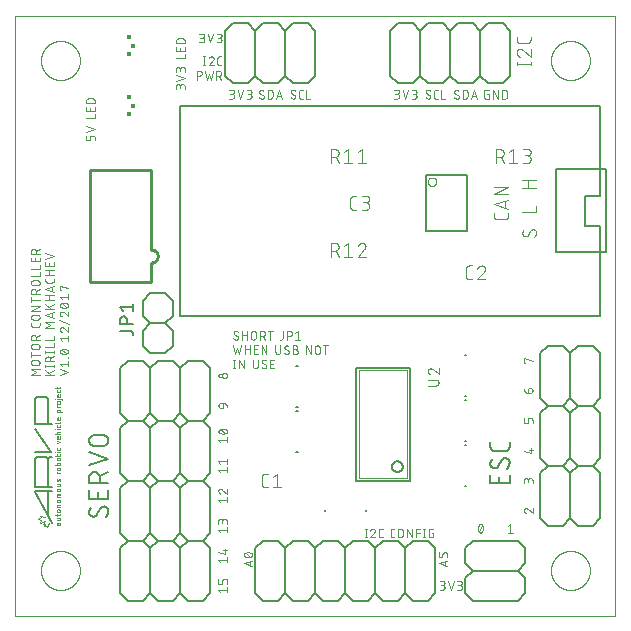
<source format=gto>
G75*
%MOIN*%
%OFA0B0*%
%FSLAX25Y25*%
%IPPOS*%
%LPD*%
%AMOC8*
5,1,8,0,0,1.08239X$1,22.5*
%
%ADD10C,0.00400*%
%ADD11C,0.00300*%
%ADD12C,0.00600*%
%ADD13C,0.00200*%
%ADD14R,0.01673X0.01280*%
%ADD15R,0.01378X0.01378*%
%ADD16C,0.00000*%
%ADD17C,0.01000*%
%ADD18C,0.00500*%
%ADD19C,0.00800*%
D10*
X0512231Y0358722D02*
X0512231Y0361278D01*
X0512232Y0361278D02*
X0512234Y0361340D01*
X0512239Y0361401D01*
X0512249Y0361462D01*
X0512262Y0361523D01*
X0512278Y0361582D01*
X0512298Y0361640D01*
X0512322Y0361697D01*
X0512349Y0361753D01*
X0512379Y0361807D01*
X0512413Y0361859D01*
X0512449Y0361908D01*
X0512489Y0361956D01*
X0512531Y0362001D01*
X0512576Y0362043D01*
X0512624Y0362082D01*
X0512673Y0362119D01*
X0512725Y0362153D01*
X0512779Y0362183D01*
X0512835Y0362210D01*
X0512892Y0362234D01*
X0512950Y0362254D01*
X0513009Y0362270D01*
X0513070Y0362283D01*
X0513131Y0362293D01*
X0513192Y0362298D01*
X0513254Y0362300D01*
X0514276Y0362300D01*
X0515994Y0361278D02*
X0517272Y0362300D01*
X0517272Y0357700D01*
X0515994Y0357700D02*
X0518550Y0357700D01*
X0514276Y0357700D02*
X0513254Y0357700D01*
X0513192Y0357702D01*
X0513131Y0357707D01*
X0513070Y0357717D01*
X0513009Y0357730D01*
X0512950Y0357746D01*
X0512892Y0357766D01*
X0512835Y0357790D01*
X0512779Y0357817D01*
X0512725Y0357847D01*
X0512673Y0357881D01*
X0512624Y0357917D01*
X0512576Y0357957D01*
X0512531Y0357999D01*
X0512489Y0358044D01*
X0512449Y0358092D01*
X0512413Y0358141D01*
X0512379Y0358193D01*
X0512349Y0358247D01*
X0512322Y0358303D01*
X0512298Y0358360D01*
X0512278Y0358418D01*
X0512262Y0358477D01*
X0512249Y0358538D01*
X0512239Y0358599D01*
X0512234Y0358660D01*
X0512232Y0358722D01*
X0567432Y0391655D02*
X0570032Y0391655D01*
X0570094Y0391657D01*
X0570155Y0391663D01*
X0570216Y0391672D01*
X0570276Y0391685D01*
X0570335Y0391702D01*
X0570393Y0391723D01*
X0570450Y0391747D01*
X0570505Y0391774D01*
X0570558Y0391805D01*
X0570610Y0391839D01*
X0570659Y0391876D01*
X0570706Y0391916D01*
X0570750Y0391959D01*
X0570791Y0392004D01*
X0570830Y0392052D01*
X0570866Y0392103D01*
X0570898Y0392155D01*
X0570927Y0392209D01*
X0570953Y0392265D01*
X0570975Y0392323D01*
X0570994Y0392381D01*
X0571009Y0392441D01*
X0571020Y0392502D01*
X0571028Y0392563D01*
X0571032Y0392624D01*
X0571032Y0392686D01*
X0571028Y0392747D01*
X0571020Y0392808D01*
X0571009Y0392869D01*
X0570994Y0392929D01*
X0570975Y0392987D01*
X0570953Y0393045D01*
X0570927Y0393101D01*
X0570898Y0393155D01*
X0570866Y0393207D01*
X0570830Y0393258D01*
X0570791Y0393306D01*
X0570750Y0393351D01*
X0570706Y0393394D01*
X0570659Y0393434D01*
X0570610Y0393471D01*
X0570558Y0393505D01*
X0570505Y0393536D01*
X0570450Y0393563D01*
X0570393Y0393587D01*
X0570335Y0393608D01*
X0570276Y0393625D01*
X0570216Y0393638D01*
X0570155Y0393647D01*
X0570094Y0393653D01*
X0570032Y0393655D01*
X0567432Y0393655D01*
X0569032Y0397075D02*
X0568989Y0397117D01*
X0568944Y0397157D01*
X0568896Y0397193D01*
X0568846Y0397227D01*
X0568794Y0397257D01*
X0568740Y0397285D01*
X0568685Y0397308D01*
X0568628Y0397328D01*
X0568570Y0397345D01*
X0568512Y0397358D01*
X0568452Y0397368D01*
X0568392Y0397373D01*
X0568332Y0397375D01*
X0569032Y0397075D02*
X0571032Y0395375D01*
X0571032Y0397375D01*
X0568232Y0395375D02*
X0568170Y0395397D01*
X0568109Y0395423D01*
X0568049Y0395452D01*
X0567992Y0395485D01*
X0567936Y0395520D01*
X0567883Y0395559D01*
X0567832Y0395601D01*
X0567783Y0395646D01*
X0567737Y0395693D01*
X0567693Y0395743D01*
X0567653Y0395795D01*
X0567616Y0395850D01*
X0567582Y0395906D01*
X0567551Y0395965D01*
X0567523Y0396025D01*
X0567499Y0396086D01*
X0567479Y0396149D01*
X0567462Y0396213D01*
X0567449Y0396278D01*
X0567440Y0396343D01*
X0567434Y0396409D01*
X0567432Y0396475D01*
X0567434Y0396534D01*
X0567440Y0396592D01*
X0567449Y0396651D01*
X0567463Y0396708D01*
X0567480Y0396764D01*
X0567501Y0396819D01*
X0567525Y0396873D01*
X0567553Y0396925D01*
X0567584Y0396975D01*
X0567618Y0397023D01*
X0567655Y0397068D01*
X0567696Y0397111D01*
X0567739Y0397152D01*
X0567784Y0397189D01*
X0567832Y0397223D01*
X0567882Y0397254D01*
X0567934Y0397282D01*
X0567988Y0397306D01*
X0568043Y0397327D01*
X0568099Y0397344D01*
X0568156Y0397358D01*
X0568215Y0397367D01*
X0568273Y0397373D01*
X0568332Y0397375D01*
X0581222Y0427075D02*
X0582244Y0427075D01*
X0581222Y0427075D02*
X0581160Y0427077D01*
X0581099Y0427082D01*
X0581038Y0427092D01*
X0580977Y0427105D01*
X0580918Y0427121D01*
X0580860Y0427141D01*
X0580803Y0427165D01*
X0580747Y0427192D01*
X0580693Y0427222D01*
X0580641Y0427256D01*
X0580592Y0427292D01*
X0580544Y0427332D01*
X0580499Y0427374D01*
X0580457Y0427419D01*
X0580417Y0427467D01*
X0580381Y0427516D01*
X0580347Y0427568D01*
X0580317Y0427622D01*
X0580290Y0427678D01*
X0580266Y0427735D01*
X0580246Y0427793D01*
X0580230Y0427852D01*
X0580217Y0427913D01*
X0580207Y0427974D01*
X0580202Y0428035D01*
X0580200Y0428097D01*
X0580200Y0430653D01*
X0580202Y0430715D01*
X0580207Y0430776D01*
X0580217Y0430837D01*
X0580230Y0430898D01*
X0580246Y0430957D01*
X0580266Y0431015D01*
X0580290Y0431072D01*
X0580317Y0431128D01*
X0580347Y0431182D01*
X0580381Y0431234D01*
X0580417Y0431283D01*
X0580457Y0431331D01*
X0580499Y0431376D01*
X0580544Y0431418D01*
X0580592Y0431457D01*
X0580641Y0431494D01*
X0580693Y0431528D01*
X0580747Y0431558D01*
X0580803Y0431585D01*
X0580860Y0431609D01*
X0580918Y0431629D01*
X0580977Y0431645D01*
X0581038Y0431658D01*
X0581099Y0431668D01*
X0581160Y0431673D01*
X0581222Y0431675D01*
X0582244Y0431675D01*
X0586135Y0429631D02*
X0586182Y0429678D01*
X0586226Y0429728D01*
X0586268Y0429780D01*
X0586307Y0429834D01*
X0586342Y0429890D01*
X0586375Y0429948D01*
X0586405Y0430008D01*
X0586431Y0430069D01*
X0586454Y0430132D01*
X0586473Y0430196D01*
X0586489Y0430260D01*
X0586502Y0430326D01*
X0586511Y0430392D01*
X0586516Y0430458D01*
X0586518Y0430525D01*
X0586135Y0429631D02*
X0583963Y0427075D01*
X0586519Y0427075D01*
X0583964Y0430653D02*
X0583989Y0430723D01*
X0584017Y0430792D01*
X0584048Y0430859D01*
X0584083Y0430925D01*
X0584121Y0430988D01*
X0584163Y0431050D01*
X0584207Y0431110D01*
X0584254Y0431167D01*
X0584304Y0431222D01*
X0584357Y0431274D01*
X0584413Y0431324D01*
X0584471Y0431370D01*
X0584531Y0431414D01*
X0584593Y0431455D01*
X0584657Y0431492D01*
X0584723Y0431526D01*
X0584791Y0431557D01*
X0584860Y0431584D01*
X0584930Y0431608D01*
X0585001Y0431629D01*
X0585074Y0431645D01*
X0585147Y0431658D01*
X0585221Y0431668D01*
X0585295Y0431673D01*
X0585369Y0431675D01*
X0585436Y0431673D01*
X0585503Y0431667D01*
X0585569Y0431658D01*
X0585634Y0431644D01*
X0585699Y0431627D01*
X0585762Y0431606D01*
X0585824Y0431581D01*
X0585885Y0431553D01*
X0585944Y0431521D01*
X0586001Y0431486D01*
X0586056Y0431447D01*
X0586108Y0431406D01*
X0586158Y0431361D01*
X0586205Y0431314D01*
X0586250Y0431264D01*
X0586291Y0431212D01*
X0586330Y0431157D01*
X0586365Y0431100D01*
X0586397Y0431041D01*
X0586425Y0430980D01*
X0586450Y0430918D01*
X0586471Y0430855D01*
X0586488Y0430790D01*
X0586502Y0430725D01*
X0586511Y0430659D01*
X0586517Y0430592D01*
X0586519Y0430525D01*
X0600867Y0441861D02*
X0601633Y0443267D01*
X0603550Y0442756D02*
X0603548Y0442666D01*
X0603543Y0442577D01*
X0603533Y0442488D01*
X0603520Y0442399D01*
X0603504Y0442311D01*
X0603483Y0442223D01*
X0603459Y0442137D01*
X0603432Y0442051D01*
X0603401Y0441967D01*
X0603366Y0441884D01*
X0603328Y0441803D01*
X0603287Y0441723D01*
X0603243Y0441646D01*
X0603195Y0441570D01*
X0603144Y0441496D01*
X0603090Y0441424D01*
X0603033Y0441355D01*
X0602974Y0441287D01*
X0602911Y0441223D01*
X0601634Y0443267D02*
X0601668Y0443321D01*
X0601705Y0443372D01*
X0601745Y0443421D01*
X0601788Y0443468D01*
X0601834Y0443511D01*
X0601882Y0443552D01*
X0601933Y0443590D01*
X0601986Y0443625D01*
X0602041Y0443657D01*
X0602098Y0443685D01*
X0602156Y0443709D01*
X0602216Y0443730D01*
X0602277Y0443747D01*
X0602339Y0443761D01*
X0602402Y0443770D01*
X0602465Y0443776D01*
X0602528Y0443778D01*
X0602590Y0443776D01*
X0602651Y0443771D01*
X0602712Y0443761D01*
X0602773Y0443748D01*
X0602832Y0443732D01*
X0602890Y0443712D01*
X0602947Y0443688D01*
X0603003Y0443661D01*
X0603057Y0443631D01*
X0603109Y0443597D01*
X0603158Y0443561D01*
X0603206Y0443521D01*
X0603251Y0443479D01*
X0603293Y0443434D01*
X0603333Y0443386D01*
X0603369Y0443337D01*
X0603403Y0443285D01*
X0603433Y0443231D01*
X0603460Y0443175D01*
X0603484Y0443118D01*
X0603504Y0443060D01*
X0603520Y0443001D01*
X0603533Y0442940D01*
X0603543Y0442879D01*
X0603548Y0442818D01*
X0603550Y0442756D01*
X0599333Y0443522D02*
X0599285Y0443455D01*
X0599240Y0443387D01*
X0599198Y0443316D01*
X0599160Y0443243D01*
X0599124Y0443169D01*
X0599091Y0443094D01*
X0599062Y0443017D01*
X0599036Y0442939D01*
X0599013Y0442860D01*
X0598994Y0442780D01*
X0598978Y0442699D01*
X0598966Y0442618D01*
X0598957Y0442536D01*
X0598952Y0442454D01*
X0598950Y0442372D01*
X0598952Y0442310D01*
X0598957Y0442249D01*
X0598967Y0442188D01*
X0598980Y0442127D01*
X0598996Y0442068D01*
X0599016Y0442010D01*
X0599040Y0441953D01*
X0599067Y0441897D01*
X0599097Y0441843D01*
X0599131Y0441791D01*
X0599167Y0441742D01*
X0599207Y0441694D01*
X0599249Y0441649D01*
X0599294Y0441607D01*
X0599342Y0441567D01*
X0599391Y0441531D01*
X0599443Y0441497D01*
X0599497Y0441467D01*
X0599553Y0441440D01*
X0599610Y0441416D01*
X0599668Y0441396D01*
X0599727Y0441380D01*
X0599788Y0441367D01*
X0599849Y0441357D01*
X0599910Y0441352D01*
X0599972Y0441350D01*
X0600035Y0441352D01*
X0600098Y0441358D01*
X0600161Y0441367D01*
X0600223Y0441381D01*
X0600284Y0441398D01*
X0600344Y0441419D01*
X0600402Y0441443D01*
X0600459Y0441471D01*
X0600514Y0441503D01*
X0600567Y0441538D01*
X0600618Y0441576D01*
X0600666Y0441617D01*
X0600712Y0441660D01*
X0600755Y0441707D01*
X0600795Y0441756D01*
X0600832Y0441807D01*
X0600866Y0441861D01*
X0598950Y0449603D02*
X0603550Y0449603D01*
X0603550Y0451647D01*
X0603550Y0457472D02*
X0598950Y0457472D01*
X0600994Y0457472D02*
X0600994Y0460028D01*
X0598950Y0460028D02*
X0603550Y0460028D01*
X0600449Y0465825D02*
X0599171Y0465825D01*
X0600449Y0465825D02*
X0600519Y0465827D01*
X0600590Y0465833D01*
X0600659Y0465842D01*
X0600728Y0465856D01*
X0600797Y0465873D01*
X0600864Y0465894D01*
X0600930Y0465919D01*
X0600994Y0465947D01*
X0601057Y0465979D01*
X0601118Y0466014D01*
X0601177Y0466053D01*
X0601234Y0466094D01*
X0601288Y0466139D01*
X0601340Y0466187D01*
X0601389Y0466237D01*
X0601436Y0466291D01*
X0601479Y0466346D01*
X0601519Y0466404D01*
X0601556Y0466464D01*
X0601589Y0466526D01*
X0601619Y0466590D01*
X0601646Y0466655D01*
X0601669Y0466721D01*
X0601688Y0466789D01*
X0601703Y0466858D01*
X0601715Y0466927D01*
X0601723Y0466997D01*
X0601727Y0467068D01*
X0601727Y0467138D01*
X0601723Y0467209D01*
X0601715Y0467279D01*
X0601703Y0467348D01*
X0601688Y0467417D01*
X0601669Y0467485D01*
X0601646Y0467551D01*
X0601619Y0467616D01*
X0601589Y0467680D01*
X0601556Y0467742D01*
X0601519Y0467802D01*
X0601479Y0467860D01*
X0601436Y0467915D01*
X0601389Y0467969D01*
X0601340Y0468019D01*
X0601288Y0468067D01*
X0601234Y0468112D01*
X0601177Y0468153D01*
X0601118Y0468192D01*
X0601057Y0468227D01*
X0600994Y0468259D01*
X0600930Y0468287D01*
X0600864Y0468312D01*
X0600797Y0468333D01*
X0600728Y0468350D01*
X0600659Y0468364D01*
X0600590Y0468373D01*
X0600519Y0468379D01*
X0600449Y0468381D01*
X0600704Y0468381D02*
X0599682Y0468381D01*
X0600704Y0468381D02*
X0600767Y0468383D01*
X0600830Y0468389D01*
X0600892Y0468398D01*
X0600953Y0468412D01*
X0601014Y0468429D01*
X0601073Y0468450D01*
X0601131Y0468475D01*
X0601188Y0468503D01*
X0601242Y0468534D01*
X0601294Y0468569D01*
X0601345Y0468607D01*
X0601393Y0468648D01*
X0601438Y0468692D01*
X0601480Y0468738D01*
X0601520Y0468787D01*
X0601556Y0468838D01*
X0601589Y0468892D01*
X0601619Y0468947D01*
X0601645Y0469005D01*
X0601668Y0469063D01*
X0601687Y0469123D01*
X0601702Y0469184D01*
X0601714Y0469246D01*
X0601722Y0469309D01*
X0601726Y0469372D01*
X0601726Y0469434D01*
X0601722Y0469497D01*
X0601714Y0469560D01*
X0601702Y0469622D01*
X0601687Y0469683D01*
X0601668Y0469743D01*
X0601645Y0469801D01*
X0601619Y0469859D01*
X0601589Y0469914D01*
X0601556Y0469968D01*
X0601520Y0470019D01*
X0601480Y0470068D01*
X0601438Y0470114D01*
X0601393Y0470158D01*
X0601345Y0470199D01*
X0601294Y0470237D01*
X0601242Y0470272D01*
X0601188Y0470303D01*
X0601131Y0470331D01*
X0601073Y0470356D01*
X0601014Y0470377D01*
X0600953Y0470394D01*
X0600892Y0470408D01*
X0600830Y0470417D01*
X0600767Y0470423D01*
X0600704Y0470425D01*
X0599171Y0470425D01*
X0595949Y0470425D02*
X0595949Y0465825D01*
X0594671Y0465825D02*
X0597227Y0465825D01*
X0594671Y0469403D02*
X0595949Y0470425D01*
X0591478Y0470425D02*
X0590200Y0470425D01*
X0590200Y0465825D01*
X0590200Y0467869D02*
X0591478Y0467869D01*
X0591733Y0467869D02*
X0592756Y0465825D01*
X0591478Y0467869D02*
X0591548Y0467871D01*
X0591619Y0467877D01*
X0591688Y0467886D01*
X0591757Y0467900D01*
X0591826Y0467917D01*
X0591893Y0467938D01*
X0591959Y0467963D01*
X0592023Y0467991D01*
X0592086Y0468023D01*
X0592147Y0468058D01*
X0592206Y0468097D01*
X0592263Y0468138D01*
X0592317Y0468183D01*
X0592369Y0468231D01*
X0592418Y0468281D01*
X0592465Y0468335D01*
X0592508Y0468390D01*
X0592548Y0468448D01*
X0592585Y0468508D01*
X0592618Y0468570D01*
X0592648Y0468634D01*
X0592675Y0468699D01*
X0592698Y0468765D01*
X0592717Y0468833D01*
X0592732Y0468902D01*
X0592744Y0468971D01*
X0592752Y0469041D01*
X0592756Y0469112D01*
X0592756Y0469182D01*
X0592752Y0469253D01*
X0592744Y0469323D01*
X0592732Y0469392D01*
X0592717Y0469461D01*
X0592698Y0469529D01*
X0592675Y0469595D01*
X0592648Y0469660D01*
X0592618Y0469724D01*
X0592585Y0469786D01*
X0592548Y0469846D01*
X0592508Y0469904D01*
X0592465Y0469959D01*
X0592418Y0470013D01*
X0592369Y0470063D01*
X0592317Y0470111D01*
X0592263Y0470156D01*
X0592206Y0470197D01*
X0592147Y0470236D01*
X0592086Y0470271D01*
X0592023Y0470303D01*
X0591959Y0470331D01*
X0591893Y0470356D01*
X0591826Y0470377D01*
X0591757Y0470394D01*
X0591688Y0470408D01*
X0591619Y0470417D01*
X0591548Y0470423D01*
X0591478Y0470425D01*
X0589575Y0457984D02*
X0594175Y0457984D01*
X0589575Y0455429D01*
X0594175Y0455429D01*
X0594175Y0453590D02*
X0589575Y0452057D01*
X0594175Y0450523D01*
X0593025Y0450907D02*
X0593025Y0453207D01*
X0594175Y0449060D02*
X0594175Y0448038D01*
X0594173Y0447976D01*
X0594168Y0447915D01*
X0594158Y0447854D01*
X0594145Y0447793D01*
X0594129Y0447734D01*
X0594109Y0447676D01*
X0594085Y0447619D01*
X0594058Y0447563D01*
X0594028Y0447509D01*
X0593994Y0447457D01*
X0593958Y0447408D01*
X0593918Y0447360D01*
X0593876Y0447315D01*
X0593831Y0447273D01*
X0593783Y0447233D01*
X0593734Y0447197D01*
X0593682Y0447163D01*
X0593628Y0447133D01*
X0593572Y0447106D01*
X0593515Y0447082D01*
X0593457Y0447062D01*
X0593398Y0447046D01*
X0593337Y0447033D01*
X0593276Y0447023D01*
X0593215Y0447018D01*
X0593153Y0447016D01*
X0590597Y0447016D01*
X0590535Y0447018D01*
X0590474Y0447023D01*
X0590413Y0447033D01*
X0590352Y0447046D01*
X0590293Y0447062D01*
X0590235Y0447082D01*
X0590178Y0447106D01*
X0590122Y0447133D01*
X0590068Y0447163D01*
X0590016Y0447197D01*
X0589967Y0447233D01*
X0589919Y0447273D01*
X0589874Y0447315D01*
X0589832Y0447360D01*
X0589793Y0447408D01*
X0589756Y0447457D01*
X0589722Y0447509D01*
X0589692Y0447563D01*
X0589665Y0447619D01*
X0589641Y0447676D01*
X0589621Y0447734D01*
X0589605Y0447793D01*
X0589592Y0447854D01*
X0589582Y0447915D01*
X0589577Y0447976D01*
X0589575Y0448038D01*
X0589575Y0449060D01*
X0546903Y0452756D02*
X0545881Y0452756D01*
X0546903Y0452756D02*
X0546966Y0452758D01*
X0547029Y0452764D01*
X0547091Y0452773D01*
X0547152Y0452787D01*
X0547213Y0452804D01*
X0547272Y0452825D01*
X0547330Y0452850D01*
X0547387Y0452878D01*
X0547441Y0452909D01*
X0547493Y0452944D01*
X0547544Y0452982D01*
X0547592Y0453023D01*
X0547637Y0453067D01*
X0547679Y0453113D01*
X0547719Y0453162D01*
X0547755Y0453213D01*
X0547788Y0453267D01*
X0547818Y0453322D01*
X0547844Y0453380D01*
X0547867Y0453438D01*
X0547886Y0453498D01*
X0547901Y0453559D01*
X0547913Y0453621D01*
X0547921Y0453684D01*
X0547925Y0453747D01*
X0547925Y0453809D01*
X0547921Y0453872D01*
X0547913Y0453935D01*
X0547901Y0453997D01*
X0547886Y0454058D01*
X0547867Y0454118D01*
X0547844Y0454176D01*
X0547818Y0454234D01*
X0547788Y0454289D01*
X0547755Y0454343D01*
X0547719Y0454394D01*
X0547679Y0454443D01*
X0547637Y0454489D01*
X0547592Y0454533D01*
X0547544Y0454574D01*
X0547493Y0454612D01*
X0547441Y0454647D01*
X0547387Y0454678D01*
X0547330Y0454706D01*
X0547272Y0454731D01*
X0547213Y0454752D01*
X0547152Y0454769D01*
X0547091Y0454783D01*
X0547029Y0454792D01*
X0546966Y0454798D01*
X0546903Y0454800D01*
X0545369Y0454800D01*
X0543651Y0454800D02*
X0542629Y0454800D01*
X0542567Y0454798D01*
X0542506Y0454793D01*
X0542445Y0454783D01*
X0542384Y0454770D01*
X0542325Y0454754D01*
X0542267Y0454734D01*
X0542210Y0454710D01*
X0542154Y0454683D01*
X0542100Y0454653D01*
X0542048Y0454619D01*
X0541999Y0454582D01*
X0541951Y0454543D01*
X0541906Y0454501D01*
X0541864Y0454456D01*
X0541824Y0454408D01*
X0541788Y0454359D01*
X0541754Y0454307D01*
X0541724Y0454253D01*
X0541697Y0454197D01*
X0541673Y0454140D01*
X0541653Y0454082D01*
X0541637Y0454023D01*
X0541624Y0453962D01*
X0541614Y0453901D01*
X0541609Y0453840D01*
X0541607Y0453778D01*
X0541606Y0453778D02*
X0541606Y0451222D01*
X0541607Y0451222D02*
X0541609Y0451160D01*
X0541614Y0451099D01*
X0541624Y0451038D01*
X0541637Y0450977D01*
X0541653Y0450918D01*
X0541673Y0450860D01*
X0541697Y0450803D01*
X0541724Y0450747D01*
X0541754Y0450693D01*
X0541788Y0450641D01*
X0541824Y0450592D01*
X0541864Y0450544D01*
X0541906Y0450499D01*
X0541951Y0450457D01*
X0541999Y0450417D01*
X0542048Y0450381D01*
X0542100Y0450347D01*
X0542154Y0450317D01*
X0542210Y0450290D01*
X0542267Y0450266D01*
X0542325Y0450246D01*
X0542384Y0450230D01*
X0542445Y0450217D01*
X0542506Y0450207D01*
X0542567Y0450202D01*
X0542629Y0450200D01*
X0543651Y0450200D01*
X0545369Y0450200D02*
X0546647Y0450200D01*
X0546717Y0450202D01*
X0546788Y0450208D01*
X0546857Y0450217D01*
X0546926Y0450231D01*
X0546995Y0450248D01*
X0547062Y0450269D01*
X0547128Y0450294D01*
X0547192Y0450322D01*
X0547255Y0450354D01*
X0547316Y0450389D01*
X0547375Y0450428D01*
X0547432Y0450469D01*
X0547486Y0450514D01*
X0547538Y0450562D01*
X0547587Y0450612D01*
X0547634Y0450666D01*
X0547677Y0450721D01*
X0547717Y0450779D01*
X0547754Y0450839D01*
X0547787Y0450901D01*
X0547817Y0450965D01*
X0547844Y0451030D01*
X0547867Y0451096D01*
X0547886Y0451164D01*
X0547901Y0451233D01*
X0547913Y0451302D01*
X0547921Y0451372D01*
X0547925Y0451443D01*
X0547925Y0451513D01*
X0547921Y0451584D01*
X0547913Y0451654D01*
X0547901Y0451723D01*
X0547886Y0451792D01*
X0547867Y0451860D01*
X0547844Y0451926D01*
X0547817Y0451991D01*
X0547787Y0452055D01*
X0547754Y0452117D01*
X0547717Y0452177D01*
X0547677Y0452235D01*
X0547634Y0452290D01*
X0547587Y0452344D01*
X0547538Y0452394D01*
X0547486Y0452442D01*
X0547432Y0452487D01*
X0547375Y0452528D01*
X0547316Y0452567D01*
X0547255Y0452602D01*
X0547192Y0452634D01*
X0547128Y0452662D01*
X0547062Y0452687D01*
X0546995Y0452708D01*
X0546926Y0452725D01*
X0546857Y0452739D01*
X0546788Y0452748D01*
X0546717Y0452754D01*
X0546647Y0452756D01*
X0546675Y0465825D02*
X0544119Y0465825D01*
X0545397Y0465825D02*
X0545397Y0470425D01*
X0544119Y0469403D01*
X0540897Y0470425D02*
X0540897Y0465825D01*
X0539619Y0465825D02*
X0542175Y0465825D01*
X0539619Y0469403D02*
X0540897Y0470425D01*
X0536426Y0470425D02*
X0535148Y0470425D01*
X0535148Y0465825D01*
X0535148Y0467869D02*
X0536426Y0467869D01*
X0536682Y0467869D02*
X0537704Y0465825D01*
X0536426Y0467869D02*
X0536496Y0467871D01*
X0536567Y0467877D01*
X0536636Y0467886D01*
X0536705Y0467900D01*
X0536774Y0467917D01*
X0536841Y0467938D01*
X0536907Y0467963D01*
X0536971Y0467991D01*
X0537034Y0468023D01*
X0537095Y0468058D01*
X0537154Y0468097D01*
X0537211Y0468138D01*
X0537265Y0468183D01*
X0537317Y0468231D01*
X0537366Y0468281D01*
X0537413Y0468335D01*
X0537456Y0468390D01*
X0537496Y0468448D01*
X0537533Y0468508D01*
X0537566Y0468570D01*
X0537596Y0468634D01*
X0537623Y0468699D01*
X0537646Y0468765D01*
X0537665Y0468833D01*
X0537680Y0468902D01*
X0537692Y0468971D01*
X0537700Y0469041D01*
X0537704Y0469112D01*
X0537704Y0469182D01*
X0537700Y0469253D01*
X0537692Y0469323D01*
X0537680Y0469392D01*
X0537665Y0469461D01*
X0537646Y0469529D01*
X0537623Y0469595D01*
X0537596Y0469660D01*
X0537566Y0469724D01*
X0537533Y0469786D01*
X0537496Y0469846D01*
X0537456Y0469904D01*
X0537413Y0469959D01*
X0537366Y0470013D01*
X0537317Y0470063D01*
X0537265Y0470111D01*
X0537211Y0470156D01*
X0537154Y0470197D01*
X0537095Y0470236D01*
X0537034Y0470271D01*
X0536971Y0470303D01*
X0536907Y0470331D01*
X0536841Y0470356D01*
X0536774Y0470377D01*
X0536705Y0470394D01*
X0536636Y0470408D01*
X0536567Y0470417D01*
X0536496Y0470423D01*
X0536426Y0470425D01*
X0536426Y0439175D02*
X0535148Y0439175D01*
X0535148Y0434575D01*
X0535148Y0436619D02*
X0536426Y0436619D01*
X0536682Y0436619D02*
X0537704Y0434575D01*
X0539619Y0434575D02*
X0542175Y0434575D01*
X0540897Y0434575D02*
X0540897Y0439175D01*
X0539619Y0438153D01*
X0536426Y0439175D02*
X0536496Y0439173D01*
X0536567Y0439167D01*
X0536636Y0439158D01*
X0536705Y0439144D01*
X0536774Y0439127D01*
X0536841Y0439106D01*
X0536907Y0439081D01*
X0536971Y0439053D01*
X0537034Y0439021D01*
X0537095Y0438986D01*
X0537154Y0438947D01*
X0537211Y0438906D01*
X0537265Y0438861D01*
X0537317Y0438813D01*
X0537366Y0438763D01*
X0537413Y0438709D01*
X0537456Y0438654D01*
X0537496Y0438596D01*
X0537533Y0438536D01*
X0537566Y0438474D01*
X0537596Y0438410D01*
X0537623Y0438345D01*
X0537646Y0438279D01*
X0537665Y0438211D01*
X0537680Y0438142D01*
X0537692Y0438073D01*
X0537700Y0438003D01*
X0537704Y0437932D01*
X0537704Y0437862D01*
X0537700Y0437791D01*
X0537692Y0437721D01*
X0537680Y0437652D01*
X0537665Y0437583D01*
X0537646Y0437515D01*
X0537623Y0437449D01*
X0537596Y0437384D01*
X0537566Y0437320D01*
X0537533Y0437258D01*
X0537496Y0437198D01*
X0537456Y0437140D01*
X0537413Y0437085D01*
X0537366Y0437031D01*
X0537317Y0436981D01*
X0537265Y0436933D01*
X0537211Y0436888D01*
X0537154Y0436847D01*
X0537095Y0436808D01*
X0537034Y0436773D01*
X0536971Y0436741D01*
X0536907Y0436713D01*
X0536841Y0436688D01*
X0536774Y0436667D01*
X0536705Y0436650D01*
X0536636Y0436636D01*
X0536567Y0436627D01*
X0536496Y0436621D01*
X0536426Y0436619D01*
X0544119Y0434575D02*
X0546675Y0434575D01*
X0544119Y0434575D02*
X0546292Y0437131D01*
X0545525Y0439175D02*
X0545451Y0439173D01*
X0545377Y0439168D01*
X0545303Y0439158D01*
X0545230Y0439145D01*
X0545157Y0439129D01*
X0545086Y0439108D01*
X0545016Y0439084D01*
X0544947Y0439057D01*
X0544879Y0439026D01*
X0544813Y0438992D01*
X0544749Y0438955D01*
X0544687Y0438914D01*
X0544627Y0438870D01*
X0544569Y0438824D01*
X0544513Y0438774D01*
X0544460Y0438722D01*
X0544410Y0438667D01*
X0544363Y0438610D01*
X0544319Y0438550D01*
X0544277Y0438488D01*
X0544239Y0438425D01*
X0544204Y0438359D01*
X0544173Y0438292D01*
X0544145Y0438223D01*
X0544120Y0438153D01*
X0546292Y0437131D02*
X0546339Y0437178D01*
X0546383Y0437228D01*
X0546425Y0437280D01*
X0546464Y0437334D01*
X0546499Y0437390D01*
X0546532Y0437448D01*
X0546562Y0437508D01*
X0546588Y0437569D01*
X0546611Y0437632D01*
X0546630Y0437696D01*
X0546646Y0437760D01*
X0546659Y0437826D01*
X0546668Y0437892D01*
X0546673Y0437958D01*
X0546675Y0438025D01*
X0546673Y0438092D01*
X0546667Y0438159D01*
X0546658Y0438225D01*
X0546644Y0438290D01*
X0546627Y0438355D01*
X0546606Y0438418D01*
X0546581Y0438480D01*
X0546553Y0438541D01*
X0546521Y0438600D01*
X0546486Y0438657D01*
X0546447Y0438712D01*
X0546406Y0438764D01*
X0546361Y0438814D01*
X0546314Y0438861D01*
X0546264Y0438906D01*
X0546212Y0438947D01*
X0546157Y0438986D01*
X0546100Y0439021D01*
X0546041Y0439053D01*
X0545980Y0439081D01*
X0545918Y0439106D01*
X0545855Y0439127D01*
X0545790Y0439144D01*
X0545725Y0439158D01*
X0545659Y0439167D01*
X0545592Y0439173D01*
X0545525Y0439175D01*
X0597075Y0498443D02*
X0597075Y0499465D01*
X0597075Y0498954D02*
X0601675Y0498954D01*
X0601675Y0498443D02*
X0601675Y0499465D01*
X0601675Y0501276D02*
X0601675Y0503832D01*
X0600653Y0505763D02*
X0598097Y0505763D01*
X0598035Y0505765D01*
X0597974Y0505770D01*
X0597913Y0505780D01*
X0597852Y0505793D01*
X0597793Y0505809D01*
X0597735Y0505829D01*
X0597678Y0505853D01*
X0597622Y0505880D01*
X0597568Y0505910D01*
X0597516Y0505944D01*
X0597467Y0505980D01*
X0597419Y0506020D01*
X0597374Y0506062D01*
X0597332Y0506107D01*
X0597293Y0506155D01*
X0597256Y0506204D01*
X0597222Y0506256D01*
X0597192Y0506310D01*
X0597165Y0506366D01*
X0597141Y0506423D01*
X0597121Y0506481D01*
X0597105Y0506540D01*
X0597092Y0506601D01*
X0597082Y0506662D01*
X0597077Y0506723D01*
X0597075Y0506785D01*
X0597075Y0507807D01*
X0600653Y0505763D02*
X0600715Y0505765D01*
X0600776Y0505770D01*
X0600837Y0505780D01*
X0600898Y0505793D01*
X0600957Y0505809D01*
X0601015Y0505829D01*
X0601072Y0505853D01*
X0601128Y0505880D01*
X0601182Y0505910D01*
X0601234Y0505944D01*
X0601283Y0505980D01*
X0601331Y0506020D01*
X0601376Y0506062D01*
X0601418Y0506107D01*
X0601458Y0506155D01*
X0601494Y0506204D01*
X0601528Y0506256D01*
X0601558Y0506310D01*
X0601585Y0506366D01*
X0601609Y0506423D01*
X0601629Y0506481D01*
X0601645Y0506540D01*
X0601658Y0506601D01*
X0601668Y0506662D01*
X0601673Y0506723D01*
X0601675Y0506785D01*
X0601675Y0507807D01*
X0599119Y0503448D02*
X0601675Y0501276D01*
X0598097Y0501277D02*
X0598027Y0501302D01*
X0597958Y0501330D01*
X0597891Y0501361D01*
X0597825Y0501396D01*
X0597762Y0501434D01*
X0597700Y0501476D01*
X0597640Y0501520D01*
X0597583Y0501567D01*
X0597528Y0501617D01*
X0597476Y0501670D01*
X0597426Y0501726D01*
X0597380Y0501783D01*
X0597336Y0501844D01*
X0597295Y0501906D01*
X0597258Y0501970D01*
X0597224Y0502036D01*
X0597193Y0502104D01*
X0597166Y0502173D01*
X0597142Y0502243D01*
X0597121Y0502314D01*
X0597105Y0502387D01*
X0597092Y0502460D01*
X0597082Y0502534D01*
X0597077Y0502608D01*
X0597075Y0502682D01*
X0597077Y0502749D01*
X0597083Y0502816D01*
X0597092Y0502882D01*
X0597106Y0502947D01*
X0597123Y0503012D01*
X0597144Y0503075D01*
X0597169Y0503137D01*
X0597197Y0503198D01*
X0597229Y0503257D01*
X0597264Y0503314D01*
X0597303Y0503369D01*
X0597344Y0503421D01*
X0597389Y0503471D01*
X0597436Y0503518D01*
X0597486Y0503563D01*
X0597538Y0503604D01*
X0597593Y0503643D01*
X0597650Y0503678D01*
X0597709Y0503710D01*
X0597770Y0503738D01*
X0597832Y0503763D01*
X0597895Y0503784D01*
X0597960Y0503801D01*
X0598025Y0503815D01*
X0598091Y0503824D01*
X0598158Y0503830D01*
X0598225Y0503832D01*
X0598225Y0503831D02*
X0598292Y0503829D01*
X0598358Y0503824D01*
X0598424Y0503815D01*
X0598490Y0503802D01*
X0598554Y0503786D01*
X0598618Y0503767D01*
X0598681Y0503744D01*
X0598742Y0503718D01*
X0598802Y0503688D01*
X0598860Y0503655D01*
X0598916Y0503620D01*
X0598970Y0503581D01*
X0599022Y0503539D01*
X0599072Y0503495D01*
X0599119Y0503448D01*
D11*
X0430000Y0515000D02*
X0430000Y0315000D01*
X0630000Y0315000D01*
X0630000Y0515000D01*
X0430000Y0515000D01*
X0454356Y0487350D02*
X0455644Y0487350D01*
X0455699Y0487348D01*
X0455754Y0487342D01*
X0455808Y0487333D01*
X0455861Y0487320D01*
X0455914Y0487303D01*
X0455965Y0487283D01*
X0456015Y0487260D01*
X0456063Y0487233D01*
X0456109Y0487202D01*
X0456153Y0487169D01*
X0456194Y0487133D01*
X0456233Y0487094D01*
X0456269Y0487053D01*
X0456302Y0487009D01*
X0456333Y0486963D01*
X0456360Y0486915D01*
X0456383Y0486865D01*
X0456403Y0486814D01*
X0456420Y0486761D01*
X0456433Y0486708D01*
X0456442Y0486654D01*
X0456448Y0486599D01*
X0456450Y0486544D01*
X0456450Y0485739D01*
X0453550Y0485739D01*
X0453550Y0486544D01*
X0453552Y0486599D01*
X0453558Y0486654D01*
X0453567Y0486708D01*
X0453580Y0486761D01*
X0453597Y0486814D01*
X0453617Y0486865D01*
X0453640Y0486915D01*
X0453667Y0486963D01*
X0453698Y0487009D01*
X0453731Y0487053D01*
X0453767Y0487094D01*
X0453806Y0487133D01*
X0453847Y0487169D01*
X0453891Y0487202D01*
X0453937Y0487233D01*
X0453985Y0487260D01*
X0454035Y0487283D01*
X0454086Y0487303D01*
X0454139Y0487320D01*
X0454192Y0487333D01*
X0454246Y0487342D01*
X0454301Y0487348D01*
X0454356Y0487350D01*
X0453550Y0484538D02*
X0453550Y0483249D01*
X0456450Y0483249D01*
X0456450Y0484538D01*
X0454839Y0484216D02*
X0454839Y0483249D01*
X0456450Y0482042D02*
X0456450Y0480753D01*
X0453550Y0480753D01*
X0453550Y0478007D02*
X0456450Y0477040D01*
X0453550Y0476074D01*
X0453550Y0474966D02*
X0453550Y0473355D01*
X0454839Y0473355D01*
X0454839Y0474322D01*
X0454841Y0474373D01*
X0454847Y0474423D01*
X0454857Y0474472D01*
X0454871Y0474521D01*
X0454888Y0474568D01*
X0454909Y0474614D01*
X0454934Y0474658D01*
X0454962Y0474701D01*
X0454993Y0474740D01*
X0455028Y0474777D01*
X0455065Y0474812D01*
X0455104Y0474843D01*
X0455147Y0474871D01*
X0455191Y0474896D01*
X0455237Y0474917D01*
X0455284Y0474934D01*
X0455333Y0474948D01*
X0455382Y0474958D01*
X0455432Y0474964D01*
X0455483Y0474966D01*
X0455806Y0474966D01*
X0455854Y0474964D01*
X0455902Y0474959D01*
X0455949Y0474950D01*
X0455996Y0474937D01*
X0456041Y0474921D01*
X0456085Y0474902D01*
X0456128Y0474880D01*
X0456169Y0474854D01*
X0456208Y0474825D01*
X0456244Y0474794D01*
X0456278Y0474760D01*
X0456309Y0474724D01*
X0456338Y0474685D01*
X0456364Y0474644D01*
X0456386Y0474601D01*
X0456405Y0474557D01*
X0456421Y0474512D01*
X0456434Y0474465D01*
X0456443Y0474418D01*
X0456448Y0474370D01*
X0456450Y0474322D01*
X0456450Y0473355D01*
X0483550Y0490475D02*
X0483550Y0491442D01*
X0483552Y0491491D01*
X0483558Y0491540D01*
X0483567Y0491589D01*
X0483580Y0491636D01*
X0483597Y0491683D01*
X0483617Y0491728D01*
X0483640Y0491771D01*
X0483667Y0491813D01*
X0483697Y0491852D01*
X0483730Y0491889D01*
X0483766Y0491923D01*
X0483804Y0491954D01*
X0483844Y0491983D01*
X0483886Y0492008D01*
X0483931Y0492030D01*
X0483976Y0492048D01*
X0484023Y0492063D01*
X0484071Y0492074D01*
X0484120Y0492082D01*
X0484169Y0492086D01*
X0484219Y0492086D01*
X0484268Y0492082D01*
X0484317Y0492074D01*
X0484365Y0492063D01*
X0484412Y0492048D01*
X0484457Y0492030D01*
X0484502Y0492008D01*
X0484544Y0491983D01*
X0484584Y0491954D01*
X0484622Y0491923D01*
X0484658Y0491889D01*
X0484691Y0491852D01*
X0484721Y0491813D01*
X0484748Y0491771D01*
X0484771Y0491728D01*
X0484791Y0491683D01*
X0484808Y0491636D01*
X0484821Y0491589D01*
X0484830Y0491540D01*
X0484836Y0491491D01*
X0484838Y0491442D01*
X0484839Y0491442D02*
X0484839Y0490797D01*
X0484838Y0491280D02*
X0484840Y0491335D01*
X0484846Y0491390D01*
X0484855Y0491444D01*
X0484868Y0491497D01*
X0484885Y0491550D01*
X0484905Y0491601D01*
X0484928Y0491651D01*
X0484955Y0491699D01*
X0484986Y0491745D01*
X0485019Y0491789D01*
X0485055Y0491830D01*
X0485094Y0491869D01*
X0485135Y0491905D01*
X0485179Y0491938D01*
X0485225Y0491969D01*
X0485273Y0491996D01*
X0485323Y0492019D01*
X0485374Y0492039D01*
X0485427Y0492056D01*
X0485480Y0492069D01*
X0485534Y0492078D01*
X0485589Y0492084D01*
X0485644Y0492086D01*
X0485699Y0492084D01*
X0485754Y0492078D01*
X0485808Y0492069D01*
X0485861Y0492056D01*
X0485914Y0492039D01*
X0485965Y0492019D01*
X0486015Y0491996D01*
X0486063Y0491969D01*
X0486109Y0491938D01*
X0486153Y0491905D01*
X0486194Y0491869D01*
X0486233Y0491830D01*
X0486269Y0491789D01*
X0486302Y0491745D01*
X0486333Y0491699D01*
X0486360Y0491651D01*
X0486383Y0491601D01*
X0486403Y0491550D01*
X0486420Y0491497D01*
X0486433Y0491444D01*
X0486442Y0491390D01*
X0486448Y0491335D01*
X0486450Y0491280D01*
X0486450Y0490475D01*
X0486450Y0494160D02*
X0483550Y0495127D01*
X0483550Y0496235D02*
X0483550Y0497202D01*
X0483552Y0497251D01*
X0483558Y0497300D01*
X0483567Y0497349D01*
X0483580Y0497396D01*
X0483597Y0497443D01*
X0483617Y0497488D01*
X0483640Y0497531D01*
X0483667Y0497573D01*
X0483697Y0497612D01*
X0483730Y0497649D01*
X0483766Y0497683D01*
X0483804Y0497714D01*
X0483844Y0497743D01*
X0483886Y0497768D01*
X0483931Y0497790D01*
X0483976Y0497808D01*
X0484023Y0497823D01*
X0484071Y0497834D01*
X0484120Y0497842D01*
X0484169Y0497846D01*
X0484219Y0497846D01*
X0484268Y0497842D01*
X0484317Y0497834D01*
X0484365Y0497823D01*
X0484412Y0497808D01*
X0484457Y0497790D01*
X0484502Y0497768D01*
X0484544Y0497743D01*
X0484584Y0497714D01*
X0484622Y0497683D01*
X0484658Y0497649D01*
X0484691Y0497612D01*
X0484721Y0497573D01*
X0484748Y0497531D01*
X0484771Y0497488D01*
X0484791Y0497443D01*
X0484808Y0497396D01*
X0484821Y0497349D01*
X0484830Y0497300D01*
X0484836Y0497251D01*
X0484838Y0497202D01*
X0484839Y0497202D02*
X0484839Y0496557D01*
X0484838Y0497040D02*
X0484840Y0497095D01*
X0484846Y0497150D01*
X0484855Y0497204D01*
X0484868Y0497257D01*
X0484885Y0497310D01*
X0484905Y0497361D01*
X0484928Y0497411D01*
X0484955Y0497459D01*
X0484986Y0497505D01*
X0485019Y0497549D01*
X0485055Y0497590D01*
X0485094Y0497629D01*
X0485135Y0497665D01*
X0485179Y0497698D01*
X0485225Y0497729D01*
X0485273Y0497756D01*
X0485323Y0497779D01*
X0485374Y0497799D01*
X0485427Y0497816D01*
X0485480Y0497829D01*
X0485534Y0497838D01*
X0485589Y0497844D01*
X0485644Y0497846D01*
X0485699Y0497844D01*
X0485754Y0497838D01*
X0485808Y0497829D01*
X0485861Y0497816D01*
X0485914Y0497799D01*
X0485965Y0497779D01*
X0486015Y0497756D01*
X0486063Y0497729D01*
X0486109Y0497698D01*
X0486153Y0497665D01*
X0486194Y0497629D01*
X0486233Y0497590D01*
X0486269Y0497549D01*
X0486302Y0497505D01*
X0486333Y0497459D01*
X0486360Y0497411D01*
X0486383Y0497361D01*
X0486403Y0497310D01*
X0486420Y0497257D01*
X0486433Y0497204D01*
X0486442Y0497150D01*
X0486448Y0497095D01*
X0486450Y0497040D01*
X0486450Y0496235D01*
X0486450Y0494160D02*
X0483550Y0493194D01*
X0490487Y0493650D02*
X0490487Y0496550D01*
X0491293Y0496550D01*
X0491348Y0496548D01*
X0491403Y0496542D01*
X0491457Y0496533D01*
X0491510Y0496520D01*
X0491563Y0496503D01*
X0491614Y0496483D01*
X0491664Y0496460D01*
X0491712Y0496433D01*
X0491758Y0496402D01*
X0491802Y0496369D01*
X0491843Y0496333D01*
X0491882Y0496294D01*
X0491918Y0496253D01*
X0491951Y0496209D01*
X0491982Y0496163D01*
X0492009Y0496115D01*
X0492032Y0496065D01*
X0492052Y0496014D01*
X0492069Y0495961D01*
X0492082Y0495908D01*
X0492091Y0495854D01*
X0492097Y0495799D01*
X0492099Y0495744D01*
X0492097Y0495689D01*
X0492091Y0495634D01*
X0492082Y0495580D01*
X0492069Y0495527D01*
X0492052Y0495474D01*
X0492032Y0495423D01*
X0492009Y0495373D01*
X0491982Y0495325D01*
X0491951Y0495279D01*
X0491918Y0495235D01*
X0491882Y0495194D01*
X0491843Y0495155D01*
X0491802Y0495119D01*
X0491758Y0495086D01*
X0491712Y0495055D01*
X0491664Y0495028D01*
X0491614Y0495005D01*
X0491563Y0494985D01*
X0491510Y0494968D01*
X0491457Y0494955D01*
X0491403Y0494946D01*
X0491348Y0494940D01*
X0491293Y0494938D01*
X0491293Y0494939D02*
X0490487Y0494939D01*
X0493125Y0496550D02*
X0493770Y0493650D01*
X0494414Y0495583D01*
X0495059Y0493650D01*
X0495703Y0496550D01*
X0496989Y0496550D02*
X0497794Y0496550D01*
X0496989Y0496550D02*
X0496989Y0493650D01*
X0496989Y0494939D02*
X0497794Y0494939D01*
X0497956Y0494939D02*
X0498600Y0493650D01*
X0497794Y0494938D02*
X0497849Y0494940D01*
X0497904Y0494946D01*
X0497958Y0494955D01*
X0498011Y0494968D01*
X0498064Y0494985D01*
X0498115Y0495005D01*
X0498165Y0495028D01*
X0498213Y0495055D01*
X0498259Y0495086D01*
X0498303Y0495119D01*
X0498344Y0495155D01*
X0498383Y0495194D01*
X0498419Y0495235D01*
X0498452Y0495279D01*
X0498483Y0495325D01*
X0498510Y0495373D01*
X0498533Y0495423D01*
X0498553Y0495474D01*
X0498570Y0495527D01*
X0498583Y0495580D01*
X0498592Y0495634D01*
X0498598Y0495689D01*
X0498600Y0495744D01*
X0498598Y0495799D01*
X0498592Y0495854D01*
X0498583Y0495908D01*
X0498570Y0495961D01*
X0498553Y0496014D01*
X0498533Y0496065D01*
X0498510Y0496115D01*
X0498483Y0496163D01*
X0498452Y0496209D01*
X0498419Y0496253D01*
X0498383Y0496294D01*
X0498344Y0496333D01*
X0498303Y0496369D01*
X0498259Y0496402D01*
X0498213Y0496433D01*
X0498165Y0496460D01*
X0498115Y0496483D01*
X0498064Y0496503D01*
X0498011Y0496520D01*
X0497958Y0496533D01*
X0497904Y0496542D01*
X0497849Y0496548D01*
X0497794Y0496550D01*
X0497956Y0498450D02*
X0498600Y0498450D01*
X0497956Y0498450D02*
X0497908Y0498452D01*
X0497860Y0498457D01*
X0497813Y0498466D01*
X0497766Y0498479D01*
X0497721Y0498495D01*
X0497677Y0498514D01*
X0497634Y0498536D01*
X0497593Y0498562D01*
X0497554Y0498591D01*
X0497518Y0498622D01*
X0497484Y0498656D01*
X0497453Y0498692D01*
X0497424Y0498731D01*
X0497398Y0498772D01*
X0497376Y0498815D01*
X0497357Y0498859D01*
X0497341Y0498904D01*
X0497328Y0498951D01*
X0497319Y0498998D01*
X0497314Y0499046D01*
X0497312Y0499094D01*
X0497311Y0499094D02*
X0497311Y0500706D01*
X0497312Y0500706D02*
X0497314Y0500757D01*
X0497320Y0500807D01*
X0497330Y0500856D01*
X0497344Y0500905D01*
X0497361Y0500952D01*
X0497382Y0500998D01*
X0497407Y0501042D01*
X0497435Y0501085D01*
X0497466Y0501124D01*
X0497501Y0501161D01*
X0497538Y0501196D01*
X0497577Y0501227D01*
X0497620Y0501255D01*
X0497664Y0501280D01*
X0497710Y0501301D01*
X0497757Y0501318D01*
X0497806Y0501332D01*
X0497855Y0501342D01*
X0497905Y0501348D01*
X0497956Y0501350D01*
X0498600Y0501350D01*
X0495810Y0500061D02*
X0494440Y0498450D01*
X0496051Y0498450D01*
X0494440Y0500706D02*
X0494460Y0500761D01*
X0494483Y0500815D01*
X0494510Y0500867D01*
X0494540Y0500917D01*
X0494572Y0500966D01*
X0494608Y0501012D01*
X0494647Y0501056D01*
X0494688Y0501097D01*
X0494732Y0501136D01*
X0494778Y0501172D01*
X0494827Y0501205D01*
X0494877Y0501235D01*
X0494929Y0501261D01*
X0494983Y0501285D01*
X0495038Y0501304D01*
X0495094Y0501321D01*
X0495151Y0501333D01*
X0495209Y0501343D01*
X0495267Y0501348D01*
X0495326Y0501350D01*
X0495378Y0501348D01*
X0495429Y0501343D01*
X0495480Y0501333D01*
X0495530Y0501321D01*
X0495579Y0501304D01*
X0495627Y0501284D01*
X0495673Y0501261D01*
X0495718Y0501235D01*
X0495760Y0501205D01*
X0495801Y0501173D01*
X0495839Y0501138D01*
X0495874Y0501100D01*
X0495906Y0501059D01*
X0495936Y0501017D01*
X0495962Y0500972D01*
X0495985Y0500926D01*
X0496005Y0500878D01*
X0496022Y0500829D01*
X0496034Y0500779D01*
X0496044Y0500728D01*
X0496049Y0500677D01*
X0496051Y0500625D01*
X0496052Y0500625D02*
X0496050Y0500572D01*
X0496045Y0500520D01*
X0496036Y0500468D01*
X0496024Y0500417D01*
X0496008Y0500367D01*
X0495989Y0500318D01*
X0495967Y0500271D01*
X0495941Y0500225D01*
X0495913Y0500180D01*
X0495881Y0500138D01*
X0495847Y0500098D01*
X0495810Y0500061D01*
X0493264Y0501350D02*
X0492620Y0501350D01*
X0492942Y0501350D02*
X0492942Y0498450D01*
X0492620Y0498450D02*
X0493264Y0498450D01*
X0486450Y0500753D02*
X0486450Y0502042D01*
X0486450Y0503249D02*
X0483550Y0503249D01*
X0483550Y0504538D01*
X0483550Y0505739D02*
X0483550Y0506544D01*
X0483550Y0505739D02*
X0486450Y0505739D01*
X0486450Y0506544D01*
X0486448Y0506599D01*
X0486442Y0506654D01*
X0486433Y0506708D01*
X0486420Y0506761D01*
X0486403Y0506814D01*
X0486383Y0506865D01*
X0486360Y0506915D01*
X0486333Y0506963D01*
X0486302Y0507009D01*
X0486269Y0507053D01*
X0486233Y0507094D01*
X0486194Y0507133D01*
X0486153Y0507169D01*
X0486109Y0507202D01*
X0486063Y0507233D01*
X0486015Y0507260D01*
X0485965Y0507283D01*
X0485914Y0507303D01*
X0485861Y0507320D01*
X0485808Y0507333D01*
X0485754Y0507342D01*
X0485699Y0507348D01*
X0485644Y0507350D01*
X0484356Y0507350D01*
X0484301Y0507348D01*
X0484246Y0507342D01*
X0484192Y0507333D01*
X0484139Y0507320D01*
X0484086Y0507303D01*
X0484035Y0507283D01*
X0483985Y0507260D01*
X0483937Y0507233D01*
X0483891Y0507202D01*
X0483847Y0507169D01*
X0483806Y0507133D01*
X0483767Y0507094D01*
X0483731Y0507053D01*
X0483698Y0507009D01*
X0483667Y0506963D01*
X0483640Y0506915D01*
X0483617Y0506865D01*
X0483597Y0506814D01*
X0483580Y0506761D01*
X0483567Y0506708D01*
X0483558Y0506654D01*
X0483552Y0506599D01*
X0483550Y0506544D01*
X0484839Y0504216D02*
X0484839Y0503249D01*
X0486450Y0503249D02*
X0486450Y0504538D01*
X0486450Y0500753D02*
X0483550Y0500753D01*
X0491314Y0506050D02*
X0492120Y0506050D01*
X0492175Y0506052D01*
X0492230Y0506058D01*
X0492284Y0506067D01*
X0492337Y0506080D01*
X0492390Y0506097D01*
X0492441Y0506117D01*
X0492491Y0506140D01*
X0492539Y0506167D01*
X0492585Y0506198D01*
X0492629Y0506231D01*
X0492670Y0506267D01*
X0492709Y0506306D01*
X0492745Y0506347D01*
X0492778Y0506391D01*
X0492809Y0506437D01*
X0492836Y0506485D01*
X0492859Y0506535D01*
X0492879Y0506586D01*
X0492896Y0506639D01*
X0492909Y0506692D01*
X0492918Y0506746D01*
X0492924Y0506801D01*
X0492926Y0506856D01*
X0492924Y0506911D01*
X0492918Y0506966D01*
X0492909Y0507020D01*
X0492896Y0507073D01*
X0492879Y0507126D01*
X0492859Y0507177D01*
X0492836Y0507227D01*
X0492809Y0507275D01*
X0492778Y0507321D01*
X0492745Y0507365D01*
X0492709Y0507406D01*
X0492670Y0507445D01*
X0492629Y0507481D01*
X0492585Y0507514D01*
X0492539Y0507545D01*
X0492491Y0507572D01*
X0492441Y0507595D01*
X0492390Y0507615D01*
X0492337Y0507632D01*
X0492284Y0507645D01*
X0492230Y0507654D01*
X0492175Y0507660D01*
X0492120Y0507662D01*
X0492281Y0507661D02*
X0491637Y0507661D01*
X0492281Y0507662D02*
X0492330Y0507664D01*
X0492379Y0507670D01*
X0492428Y0507679D01*
X0492475Y0507692D01*
X0492522Y0507709D01*
X0492567Y0507729D01*
X0492610Y0507752D01*
X0492652Y0507779D01*
X0492691Y0507809D01*
X0492728Y0507842D01*
X0492762Y0507878D01*
X0492793Y0507916D01*
X0492822Y0507956D01*
X0492847Y0507998D01*
X0492869Y0508043D01*
X0492887Y0508088D01*
X0492902Y0508135D01*
X0492913Y0508183D01*
X0492921Y0508232D01*
X0492925Y0508281D01*
X0492925Y0508331D01*
X0492921Y0508380D01*
X0492913Y0508429D01*
X0492902Y0508477D01*
X0492887Y0508524D01*
X0492869Y0508569D01*
X0492847Y0508614D01*
X0492822Y0508656D01*
X0492793Y0508696D01*
X0492762Y0508734D01*
X0492728Y0508770D01*
X0492691Y0508803D01*
X0492652Y0508833D01*
X0492610Y0508860D01*
X0492567Y0508883D01*
X0492522Y0508903D01*
X0492475Y0508920D01*
X0492428Y0508933D01*
X0492379Y0508942D01*
X0492330Y0508948D01*
X0492281Y0508950D01*
X0491314Y0508950D01*
X0494033Y0508950D02*
X0495000Y0506050D01*
X0495967Y0508950D01*
X0497074Y0508950D02*
X0498041Y0508950D01*
X0498090Y0508948D01*
X0498139Y0508942D01*
X0498188Y0508933D01*
X0498235Y0508920D01*
X0498282Y0508903D01*
X0498327Y0508883D01*
X0498370Y0508860D01*
X0498412Y0508833D01*
X0498451Y0508803D01*
X0498488Y0508770D01*
X0498522Y0508734D01*
X0498553Y0508696D01*
X0498582Y0508656D01*
X0498607Y0508614D01*
X0498629Y0508569D01*
X0498647Y0508524D01*
X0498662Y0508477D01*
X0498673Y0508429D01*
X0498681Y0508380D01*
X0498685Y0508331D01*
X0498685Y0508281D01*
X0498681Y0508232D01*
X0498673Y0508183D01*
X0498662Y0508135D01*
X0498647Y0508088D01*
X0498629Y0508043D01*
X0498607Y0507998D01*
X0498582Y0507956D01*
X0498553Y0507916D01*
X0498522Y0507878D01*
X0498488Y0507842D01*
X0498451Y0507809D01*
X0498412Y0507779D01*
X0498370Y0507752D01*
X0498327Y0507729D01*
X0498282Y0507709D01*
X0498235Y0507692D01*
X0498188Y0507679D01*
X0498139Y0507670D01*
X0498090Y0507664D01*
X0498041Y0507662D01*
X0498041Y0507661D02*
X0497397Y0507661D01*
X0497880Y0507662D02*
X0497935Y0507660D01*
X0497990Y0507654D01*
X0498044Y0507645D01*
X0498097Y0507632D01*
X0498150Y0507615D01*
X0498201Y0507595D01*
X0498251Y0507572D01*
X0498299Y0507545D01*
X0498345Y0507514D01*
X0498389Y0507481D01*
X0498430Y0507445D01*
X0498469Y0507406D01*
X0498505Y0507365D01*
X0498538Y0507321D01*
X0498569Y0507275D01*
X0498596Y0507227D01*
X0498619Y0507177D01*
X0498639Y0507126D01*
X0498656Y0507073D01*
X0498669Y0507020D01*
X0498678Y0506966D01*
X0498684Y0506911D01*
X0498686Y0506856D01*
X0498684Y0506801D01*
X0498678Y0506746D01*
X0498669Y0506692D01*
X0498656Y0506639D01*
X0498639Y0506586D01*
X0498619Y0506535D01*
X0498596Y0506485D01*
X0498569Y0506437D01*
X0498538Y0506391D01*
X0498505Y0506347D01*
X0498469Y0506306D01*
X0498430Y0506267D01*
X0498389Y0506231D01*
X0498345Y0506198D01*
X0498299Y0506167D01*
X0498251Y0506140D01*
X0498201Y0506117D01*
X0498150Y0506097D01*
X0498097Y0506080D01*
X0498044Y0506067D01*
X0497990Y0506058D01*
X0497935Y0506052D01*
X0497880Y0506050D01*
X0497074Y0506050D01*
X0501314Y0490200D02*
X0502281Y0490200D01*
X0502330Y0490198D01*
X0502379Y0490192D01*
X0502428Y0490183D01*
X0502475Y0490170D01*
X0502522Y0490153D01*
X0502567Y0490133D01*
X0502610Y0490110D01*
X0502652Y0490083D01*
X0502691Y0490053D01*
X0502728Y0490020D01*
X0502762Y0489984D01*
X0502793Y0489946D01*
X0502822Y0489906D01*
X0502847Y0489864D01*
X0502869Y0489819D01*
X0502887Y0489774D01*
X0502902Y0489727D01*
X0502913Y0489679D01*
X0502921Y0489630D01*
X0502925Y0489581D01*
X0502925Y0489531D01*
X0502921Y0489482D01*
X0502913Y0489433D01*
X0502902Y0489385D01*
X0502887Y0489338D01*
X0502869Y0489293D01*
X0502847Y0489248D01*
X0502822Y0489206D01*
X0502793Y0489166D01*
X0502762Y0489128D01*
X0502728Y0489092D01*
X0502691Y0489059D01*
X0502652Y0489029D01*
X0502610Y0489002D01*
X0502567Y0488979D01*
X0502522Y0488959D01*
X0502475Y0488942D01*
X0502428Y0488929D01*
X0502379Y0488920D01*
X0502330Y0488914D01*
X0502281Y0488912D01*
X0502281Y0488911D02*
X0501637Y0488911D01*
X0502120Y0488912D02*
X0502175Y0488910D01*
X0502230Y0488904D01*
X0502284Y0488895D01*
X0502337Y0488882D01*
X0502390Y0488865D01*
X0502441Y0488845D01*
X0502491Y0488822D01*
X0502539Y0488795D01*
X0502585Y0488764D01*
X0502629Y0488731D01*
X0502670Y0488695D01*
X0502709Y0488656D01*
X0502745Y0488615D01*
X0502778Y0488571D01*
X0502809Y0488525D01*
X0502836Y0488477D01*
X0502859Y0488427D01*
X0502879Y0488376D01*
X0502896Y0488323D01*
X0502909Y0488270D01*
X0502918Y0488216D01*
X0502924Y0488161D01*
X0502926Y0488106D01*
X0502924Y0488051D01*
X0502918Y0487996D01*
X0502909Y0487942D01*
X0502896Y0487889D01*
X0502879Y0487836D01*
X0502859Y0487785D01*
X0502836Y0487735D01*
X0502809Y0487687D01*
X0502778Y0487641D01*
X0502745Y0487597D01*
X0502709Y0487556D01*
X0502670Y0487517D01*
X0502629Y0487481D01*
X0502585Y0487448D01*
X0502539Y0487417D01*
X0502491Y0487390D01*
X0502441Y0487367D01*
X0502390Y0487347D01*
X0502337Y0487330D01*
X0502284Y0487317D01*
X0502230Y0487308D01*
X0502175Y0487302D01*
X0502120Y0487300D01*
X0501314Y0487300D01*
X0505000Y0487300D02*
X0505967Y0490200D01*
X0507074Y0490200D02*
X0508041Y0490200D01*
X0508090Y0490198D01*
X0508139Y0490192D01*
X0508188Y0490183D01*
X0508235Y0490170D01*
X0508282Y0490153D01*
X0508327Y0490133D01*
X0508370Y0490110D01*
X0508412Y0490083D01*
X0508451Y0490053D01*
X0508488Y0490020D01*
X0508522Y0489984D01*
X0508553Y0489946D01*
X0508582Y0489906D01*
X0508607Y0489864D01*
X0508629Y0489819D01*
X0508647Y0489774D01*
X0508662Y0489727D01*
X0508673Y0489679D01*
X0508681Y0489630D01*
X0508685Y0489581D01*
X0508685Y0489531D01*
X0508681Y0489482D01*
X0508673Y0489433D01*
X0508662Y0489385D01*
X0508647Y0489338D01*
X0508629Y0489293D01*
X0508607Y0489248D01*
X0508582Y0489206D01*
X0508553Y0489166D01*
X0508522Y0489128D01*
X0508488Y0489092D01*
X0508451Y0489059D01*
X0508412Y0489029D01*
X0508370Y0489002D01*
X0508327Y0488979D01*
X0508282Y0488959D01*
X0508235Y0488942D01*
X0508188Y0488929D01*
X0508139Y0488920D01*
X0508090Y0488914D01*
X0508041Y0488912D01*
X0508041Y0488911D02*
X0507397Y0488911D01*
X0507880Y0488912D02*
X0507935Y0488910D01*
X0507990Y0488904D01*
X0508044Y0488895D01*
X0508097Y0488882D01*
X0508150Y0488865D01*
X0508201Y0488845D01*
X0508251Y0488822D01*
X0508299Y0488795D01*
X0508345Y0488764D01*
X0508389Y0488731D01*
X0508430Y0488695D01*
X0508469Y0488656D01*
X0508505Y0488615D01*
X0508538Y0488571D01*
X0508569Y0488525D01*
X0508596Y0488477D01*
X0508619Y0488427D01*
X0508639Y0488376D01*
X0508656Y0488323D01*
X0508669Y0488270D01*
X0508678Y0488216D01*
X0508684Y0488161D01*
X0508686Y0488106D01*
X0508684Y0488051D01*
X0508678Y0487996D01*
X0508669Y0487942D01*
X0508656Y0487889D01*
X0508639Y0487836D01*
X0508619Y0487785D01*
X0508596Y0487735D01*
X0508569Y0487687D01*
X0508538Y0487641D01*
X0508505Y0487597D01*
X0508469Y0487556D01*
X0508430Y0487517D01*
X0508389Y0487481D01*
X0508345Y0487448D01*
X0508299Y0487417D01*
X0508251Y0487390D01*
X0508201Y0487367D01*
X0508150Y0487347D01*
X0508097Y0487330D01*
X0508044Y0487317D01*
X0507990Y0487308D01*
X0507935Y0487302D01*
X0507880Y0487300D01*
X0507074Y0487300D01*
X0505000Y0487300D02*
X0504033Y0490200D01*
X0511589Y0488992D02*
X0512475Y0488508D01*
X0512153Y0487300D02*
X0512081Y0487302D01*
X0512010Y0487308D01*
X0511939Y0487317D01*
X0511869Y0487330D01*
X0511799Y0487347D01*
X0511730Y0487367D01*
X0511663Y0487391D01*
X0511597Y0487419D01*
X0511532Y0487450D01*
X0511469Y0487484D01*
X0511408Y0487522D01*
X0511349Y0487563D01*
X0511293Y0487606D01*
X0511238Y0487653D01*
X0511187Y0487703D01*
X0512476Y0488508D02*
X0512516Y0488482D01*
X0512555Y0488453D01*
X0512592Y0488421D01*
X0512626Y0488386D01*
X0512657Y0488349D01*
X0512686Y0488310D01*
X0512712Y0488269D01*
X0512734Y0488226D01*
X0512753Y0488181D01*
X0512769Y0488135D01*
X0512782Y0488089D01*
X0512791Y0488041D01*
X0512796Y0487993D01*
X0512798Y0487944D01*
X0512797Y0487944D02*
X0512795Y0487896D01*
X0512790Y0487848D01*
X0512781Y0487801D01*
X0512768Y0487754D01*
X0512752Y0487709D01*
X0512733Y0487665D01*
X0512711Y0487622D01*
X0512685Y0487581D01*
X0512656Y0487542D01*
X0512625Y0487506D01*
X0512591Y0487472D01*
X0512555Y0487441D01*
X0512516Y0487412D01*
X0512475Y0487386D01*
X0512432Y0487364D01*
X0512388Y0487345D01*
X0512343Y0487329D01*
X0512296Y0487316D01*
X0512249Y0487307D01*
X0512201Y0487302D01*
X0512153Y0487300D01*
X0512636Y0489958D02*
X0512583Y0489996D01*
X0512528Y0490030D01*
X0512472Y0490062D01*
X0512413Y0490091D01*
X0512354Y0490116D01*
X0512293Y0490138D01*
X0512231Y0490157D01*
X0512168Y0490172D01*
X0512105Y0490184D01*
X0512040Y0490193D01*
X0511976Y0490198D01*
X0511911Y0490200D01*
X0511863Y0490198D01*
X0511815Y0490193D01*
X0511768Y0490184D01*
X0511721Y0490171D01*
X0511676Y0490155D01*
X0511632Y0490136D01*
X0511589Y0490114D01*
X0511548Y0490088D01*
X0511509Y0490060D01*
X0511473Y0490028D01*
X0511439Y0489994D01*
X0511408Y0489958D01*
X0511379Y0489919D01*
X0511353Y0489878D01*
X0511331Y0489835D01*
X0511312Y0489791D01*
X0511296Y0489746D01*
X0511283Y0489699D01*
X0511274Y0489652D01*
X0511269Y0489604D01*
X0511267Y0489556D01*
X0511266Y0489556D02*
X0511268Y0489507D01*
X0511273Y0489459D01*
X0511282Y0489411D01*
X0511295Y0489365D01*
X0511311Y0489319D01*
X0511330Y0489274D01*
X0511352Y0489231D01*
X0511378Y0489190D01*
X0511407Y0489151D01*
X0511438Y0489114D01*
X0511472Y0489079D01*
X0511509Y0489047D01*
X0511548Y0489018D01*
X0511588Y0488992D01*
X0514066Y0490200D02*
X0514871Y0490200D01*
X0514066Y0490200D02*
X0514066Y0487300D01*
X0514871Y0487300D01*
X0514926Y0487302D01*
X0514981Y0487308D01*
X0515035Y0487317D01*
X0515088Y0487330D01*
X0515141Y0487347D01*
X0515192Y0487367D01*
X0515242Y0487390D01*
X0515290Y0487417D01*
X0515336Y0487448D01*
X0515380Y0487481D01*
X0515421Y0487517D01*
X0515460Y0487556D01*
X0515496Y0487597D01*
X0515529Y0487641D01*
X0515560Y0487687D01*
X0515587Y0487735D01*
X0515610Y0487785D01*
X0515630Y0487836D01*
X0515647Y0487889D01*
X0515660Y0487942D01*
X0515669Y0487996D01*
X0515675Y0488051D01*
X0515677Y0488106D01*
X0515677Y0489394D01*
X0515675Y0489449D01*
X0515669Y0489504D01*
X0515660Y0489558D01*
X0515647Y0489611D01*
X0515630Y0489664D01*
X0515610Y0489715D01*
X0515587Y0489765D01*
X0515560Y0489813D01*
X0515529Y0489859D01*
X0515496Y0489903D01*
X0515460Y0489944D01*
X0515421Y0489983D01*
X0515380Y0490019D01*
X0515336Y0490052D01*
X0515290Y0490083D01*
X0515242Y0490110D01*
X0515192Y0490133D01*
X0515141Y0490153D01*
X0515088Y0490170D01*
X0515035Y0490183D01*
X0514981Y0490192D01*
X0514926Y0490198D01*
X0514871Y0490200D01*
X0517847Y0490200D02*
X0518814Y0487300D01*
X0518572Y0488025D02*
X0517122Y0488025D01*
X0516881Y0487300D02*
X0517847Y0490200D01*
X0522115Y0488992D02*
X0523001Y0488508D01*
X0522679Y0487300D02*
X0522607Y0487302D01*
X0522536Y0487308D01*
X0522465Y0487317D01*
X0522395Y0487330D01*
X0522325Y0487347D01*
X0522256Y0487367D01*
X0522189Y0487391D01*
X0522123Y0487419D01*
X0522058Y0487450D01*
X0521995Y0487484D01*
X0521934Y0487522D01*
X0521875Y0487563D01*
X0521819Y0487606D01*
X0521764Y0487653D01*
X0521713Y0487703D01*
X0523002Y0488508D02*
X0523042Y0488482D01*
X0523081Y0488453D01*
X0523118Y0488421D01*
X0523152Y0488386D01*
X0523183Y0488349D01*
X0523212Y0488310D01*
X0523238Y0488269D01*
X0523260Y0488226D01*
X0523279Y0488181D01*
X0523295Y0488135D01*
X0523308Y0488089D01*
X0523317Y0488041D01*
X0523322Y0487993D01*
X0523324Y0487944D01*
X0523323Y0487944D02*
X0523321Y0487896D01*
X0523316Y0487848D01*
X0523307Y0487801D01*
X0523294Y0487754D01*
X0523278Y0487709D01*
X0523259Y0487665D01*
X0523237Y0487622D01*
X0523211Y0487581D01*
X0523182Y0487542D01*
X0523151Y0487506D01*
X0523117Y0487472D01*
X0523081Y0487441D01*
X0523042Y0487412D01*
X0523001Y0487386D01*
X0522958Y0487364D01*
X0522914Y0487345D01*
X0522869Y0487329D01*
X0522822Y0487316D01*
X0522775Y0487307D01*
X0522727Y0487302D01*
X0522679Y0487300D01*
X0523162Y0489958D02*
X0523109Y0489996D01*
X0523054Y0490030D01*
X0522998Y0490062D01*
X0522939Y0490091D01*
X0522880Y0490116D01*
X0522819Y0490138D01*
X0522757Y0490157D01*
X0522694Y0490172D01*
X0522631Y0490184D01*
X0522566Y0490193D01*
X0522502Y0490198D01*
X0522437Y0490200D01*
X0522389Y0490198D01*
X0522341Y0490193D01*
X0522294Y0490184D01*
X0522247Y0490171D01*
X0522202Y0490155D01*
X0522158Y0490136D01*
X0522115Y0490114D01*
X0522074Y0490088D01*
X0522035Y0490060D01*
X0521999Y0490028D01*
X0521965Y0489994D01*
X0521934Y0489958D01*
X0521905Y0489919D01*
X0521879Y0489878D01*
X0521857Y0489835D01*
X0521838Y0489791D01*
X0521822Y0489746D01*
X0521809Y0489699D01*
X0521800Y0489652D01*
X0521795Y0489604D01*
X0521793Y0489556D01*
X0521795Y0489507D01*
X0521800Y0489459D01*
X0521809Y0489411D01*
X0521822Y0489365D01*
X0521838Y0489319D01*
X0521857Y0489274D01*
X0521879Y0489231D01*
X0521905Y0489190D01*
X0521934Y0489151D01*
X0521965Y0489114D01*
X0521999Y0489079D01*
X0522036Y0489047D01*
X0522075Y0489018D01*
X0522115Y0488992D01*
X0524487Y0489556D02*
X0524487Y0487944D01*
X0524488Y0487944D02*
X0524490Y0487896D01*
X0524495Y0487848D01*
X0524504Y0487801D01*
X0524517Y0487754D01*
X0524533Y0487709D01*
X0524552Y0487665D01*
X0524574Y0487622D01*
X0524600Y0487581D01*
X0524629Y0487542D01*
X0524660Y0487506D01*
X0524694Y0487472D01*
X0524730Y0487441D01*
X0524769Y0487412D01*
X0524810Y0487386D01*
X0524853Y0487364D01*
X0524897Y0487345D01*
X0524942Y0487329D01*
X0524989Y0487316D01*
X0525036Y0487307D01*
X0525084Y0487302D01*
X0525132Y0487300D01*
X0525776Y0487300D01*
X0526999Y0487300D02*
X0528288Y0487300D01*
X0526999Y0487300D02*
X0526999Y0490200D01*
X0525776Y0490200D02*
X0525132Y0490200D01*
X0525081Y0490198D01*
X0525031Y0490192D01*
X0524982Y0490182D01*
X0524933Y0490168D01*
X0524886Y0490151D01*
X0524840Y0490130D01*
X0524796Y0490105D01*
X0524753Y0490077D01*
X0524714Y0490046D01*
X0524677Y0490011D01*
X0524642Y0489974D01*
X0524611Y0489935D01*
X0524583Y0489892D01*
X0524558Y0489848D01*
X0524537Y0489802D01*
X0524520Y0489755D01*
X0524506Y0489706D01*
X0524496Y0489657D01*
X0524490Y0489607D01*
X0524488Y0489556D01*
X0556314Y0490200D02*
X0557281Y0490200D01*
X0557330Y0490198D01*
X0557379Y0490192D01*
X0557428Y0490183D01*
X0557475Y0490170D01*
X0557522Y0490153D01*
X0557567Y0490133D01*
X0557610Y0490110D01*
X0557652Y0490083D01*
X0557691Y0490053D01*
X0557728Y0490020D01*
X0557762Y0489984D01*
X0557793Y0489946D01*
X0557822Y0489906D01*
X0557847Y0489864D01*
X0557869Y0489819D01*
X0557887Y0489774D01*
X0557902Y0489727D01*
X0557913Y0489679D01*
X0557921Y0489630D01*
X0557925Y0489581D01*
X0557925Y0489531D01*
X0557921Y0489482D01*
X0557913Y0489433D01*
X0557902Y0489385D01*
X0557887Y0489338D01*
X0557869Y0489293D01*
X0557847Y0489248D01*
X0557822Y0489206D01*
X0557793Y0489166D01*
X0557762Y0489128D01*
X0557728Y0489092D01*
X0557691Y0489059D01*
X0557652Y0489029D01*
X0557610Y0489002D01*
X0557567Y0488979D01*
X0557522Y0488959D01*
X0557475Y0488942D01*
X0557428Y0488929D01*
X0557379Y0488920D01*
X0557330Y0488914D01*
X0557281Y0488912D01*
X0557281Y0488911D02*
X0556637Y0488911D01*
X0557120Y0488912D02*
X0557175Y0488910D01*
X0557230Y0488904D01*
X0557284Y0488895D01*
X0557337Y0488882D01*
X0557390Y0488865D01*
X0557441Y0488845D01*
X0557491Y0488822D01*
X0557539Y0488795D01*
X0557585Y0488764D01*
X0557629Y0488731D01*
X0557670Y0488695D01*
X0557709Y0488656D01*
X0557745Y0488615D01*
X0557778Y0488571D01*
X0557809Y0488525D01*
X0557836Y0488477D01*
X0557859Y0488427D01*
X0557879Y0488376D01*
X0557896Y0488323D01*
X0557909Y0488270D01*
X0557918Y0488216D01*
X0557924Y0488161D01*
X0557926Y0488106D01*
X0557924Y0488051D01*
X0557918Y0487996D01*
X0557909Y0487942D01*
X0557896Y0487889D01*
X0557879Y0487836D01*
X0557859Y0487785D01*
X0557836Y0487735D01*
X0557809Y0487687D01*
X0557778Y0487641D01*
X0557745Y0487597D01*
X0557709Y0487556D01*
X0557670Y0487517D01*
X0557629Y0487481D01*
X0557585Y0487448D01*
X0557539Y0487417D01*
X0557491Y0487390D01*
X0557441Y0487367D01*
X0557390Y0487347D01*
X0557337Y0487330D01*
X0557284Y0487317D01*
X0557230Y0487308D01*
X0557175Y0487302D01*
X0557120Y0487300D01*
X0556314Y0487300D01*
X0560000Y0487300D02*
X0560967Y0490200D01*
X0562074Y0490200D02*
X0563041Y0490200D01*
X0563090Y0490198D01*
X0563139Y0490192D01*
X0563188Y0490183D01*
X0563235Y0490170D01*
X0563282Y0490153D01*
X0563327Y0490133D01*
X0563370Y0490110D01*
X0563412Y0490083D01*
X0563451Y0490053D01*
X0563488Y0490020D01*
X0563522Y0489984D01*
X0563553Y0489946D01*
X0563582Y0489906D01*
X0563607Y0489864D01*
X0563629Y0489819D01*
X0563647Y0489774D01*
X0563662Y0489727D01*
X0563673Y0489679D01*
X0563681Y0489630D01*
X0563685Y0489581D01*
X0563685Y0489531D01*
X0563681Y0489482D01*
X0563673Y0489433D01*
X0563662Y0489385D01*
X0563647Y0489338D01*
X0563629Y0489293D01*
X0563607Y0489248D01*
X0563582Y0489206D01*
X0563553Y0489166D01*
X0563522Y0489128D01*
X0563488Y0489092D01*
X0563451Y0489059D01*
X0563412Y0489029D01*
X0563370Y0489002D01*
X0563327Y0488979D01*
X0563282Y0488959D01*
X0563235Y0488942D01*
X0563188Y0488929D01*
X0563139Y0488920D01*
X0563090Y0488914D01*
X0563041Y0488912D01*
X0563041Y0488911D02*
X0562397Y0488911D01*
X0562880Y0488912D02*
X0562935Y0488910D01*
X0562990Y0488904D01*
X0563044Y0488895D01*
X0563097Y0488882D01*
X0563150Y0488865D01*
X0563201Y0488845D01*
X0563251Y0488822D01*
X0563299Y0488795D01*
X0563345Y0488764D01*
X0563389Y0488731D01*
X0563430Y0488695D01*
X0563469Y0488656D01*
X0563505Y0488615D01*
X0563538Y0488571D01*
X0563569Y0488525D01*
X0563596Y0488477D01*
X0563619Y0488427D01*
X0563639Y0488376D01*
X0563656Y0488323D01*
X0563669Y0488270D01*
X0563678Y0488216D01*
X0563684Y0488161D01*
X0563686Y0488106D01*
X0563684Y0488051D01*
X0563678Y0487996D01*
X0563669Y0487942D01*
X0563656Y0487889D01*
X0563639Y0487836D01*
X0563619Y0487785D01*
X0563596Y0487735D01*
X0563569Y0487687D01*
X0563538Y0487641D01*
X0563505Y0487597D01*
X0563469Y0487556D01*
X0563430Y0487517D01*
X0563389Y0487481D01*
X0563345Y0487448D01*
X0563299Y0487417D01*
X0563251Y0487390D01*
X0563201Y0487367D01*
X0563150Y0487347D01*
X0563097Y0487330D01*
X0563044Y0487317D01*
X0562990Y0487308D01*
X0562935Y0487302D01*
X0562880Y0487300D01*
X0562074Y0487300D01*
X0560000Y0487300D02*
X0559033Y0490200D01*
X0567115Y0488992D02*
X0568001Y0488508D01*
X0567679Y0487300D02*
X0567607Y0487302D01*
X0567536Y0487308D01*
X0567465Y0487317D01*
X0567395Y0487330D01*
X0567325Y0487347D01*
X0567256Y0487367D01*
X0567189Y0487391D01*
X0567123Y0487419D01*
X0567058Y0487450D01*
X0566995Y0487484D01*
X0566934Y0487522D01*
X0566875Y0487563D01*
X0566819Y0487606D01*
X0566764Y0487653D01*
X0566713Y0487703D01*
X0568002Y0488508D02*
X0568042Y0488482D01*
X0568081Y0488453D01*
X0568118Y0488421D01*
X0568152Y0488386D01*
X0568183Y0488349D01*
X0568212Y0488310D01*
X0568238Y0488269D01*
X0568260Y0488226D01*
X0568279Y0488181D01*
X0568295Y0488135D01*
X0568308Y0488089D01*
X0568317Y0488041D01*
X0568322Y0487993D01*
X0568324Y0487944D01*
X0568323Y0487944D02*
X0568321Y0487896D01*
X0568316Y0487848D01*
X0568307Y0487801D01*
X0568294Y0487754D01*
X0568278Y0487709D01*
X0568259Y0487665D01*
X0568237Y0487622D01*
X0568211Y0487581D01*
X0568182Y0487542D01*
X0568151Y0487506D01*
X0568117Y0487472D01*
X0568081Y0487441D01*
X0568042Y0487412D01*
X0568001Y0487386D01*
X0567958Y0487364D01*
X0567914Y0487345D01*
X0567869Y0487329D01*
X0567822Y0487316D01*
X0567775Y0487307D01*
X0567727Y0487302D01*
X0567679Y0487300D01*
X0568162Y0489958D02*
X0568109Y0489996D01*
X0568054Y0490030D01*
X0567998Y0490062D01*
X0567939Y0490091D01*
X0567880Y0490116D01*
X0567819Y0490138D01*
X0567757Y0490157D01*
X0567694Y0490172D01*
X0567631Y0490184D01*
X0567566Y0490193D01*
X0567502Y0490198D01*
X0567437Y0490200D01*
X0567389Y0490198D01*
X0567341Y0490193D01*
X0567294Y0490184D01*
X0567247Y0490171D01*
X0567202Y0490155D01*
X0567158Y0490136D01*
X0567115Y0490114D01*
X0567074Y0490088D01*
X0567035Y0490060D01*
X0566999Y0490028D01*
X0566965Y0489994D01*
X0566934Y0489958D01*
X0566905Y0489919D01*
X0566879Y0489878D01*
X0566857Y0489835D01*
X0566838Y0489791D01*
X0566822Y0489746D01*
X0566809Y0489699D01*
X0566800Y0489652D01*
X0566795Y0489604D01*
X0566793Y0489556D01*
X0566795Y0489507D01*
X0566800Y0489459D01*
X0566809Y0489411D01*
X0566822Y0489365D01*
X0566838Y0489319D01*
X0566857Y0489274D01*
X0566879Y0489231D01*
X0566905Y0489190D01*
X0566934Y0489151D01*
X0566965Y0489114D01*
X0566999Y0489079D01*
X0567036Y0489047D01*
X0567075Y0489018D01*
X0567115Y0488992D01*
X0569487Y0489556D02*
X0569487Y0487944D01*
X0569488Y0487944D02*
X0569490Y0487896D01*
X0569495Y0487848D01*
X0569504Y0487801D01*
X0569517Y0487754D01*
X0569533Y0487709D01*
X0569552Y0487665D01*
X0569574Y0487622D01*
X0569600Y0487581D01*
X0569629Y0487542D01*
X0569660Y0487506D01*
X0569694Y0487472D01*
X0569730Y0487441D01*
X0569769Y0487412D01*
X0569810Y0487386D01*
X0569853Y0487364D01*
X0569897Y0487345D01*
X0569942Y0487329D01*
X0569989Y0487316D01*
X0570036Y0487307D01*
X0570084Y0487302D01*
X0570132Y0487300D01*
X0570776Y0487300D01*
X0571999Y0487300D02*
X0573288Y0487300D01*
X0571999Y0487300D02*
X0571999Y0490200D01*
X0570776Y0490200D02*
X0570132Y0490200D01*
X0570081Y0490198D01*
X0570031Y0490192D01*
X0569982Y0490182D01*
X0569933Y0490168D01*
X0569886Y0490151D01*
X0569840Y0490130D01*
X0569796Y0490105D01*
X0569753Y0490077D01*
X0569714Y0490046D01*
X0569677Y0490011D01*
X0569642Y0489974D01*
X0569611Y0489935D01*
X0569583Y0489892D01*
X0569558Y0489848D01*
X0569537Y0489802D01*
X0569520Y0489755D01*
X0569506Y0489706D01*
X0569496Y0489657D01*
X0569490Y0489607D01*
X0569488Y0489556D01*
X0576589Y0488992D02*
X0577475Y0488508D01*
X0577153Y0487300D02*
X0577081Y0487302D01*
X0577010Y0487308D01*
X0576939Y0487317D01*
X0576869Y0487330D01*
X0576799Y0487347D01*
X0576730Y0487367D01*
X0576663Y0487391D01*
X0576597Y0487419D01*
X0576532Y0487450D01*
X0576469Y0487484D01*
X0576408Y0487522D01*
X0576349Y0487563D01*
X0576293Y0487606D01*
X0576238Y0487653D01*
X0576187Y0487703D01*
X0577476Y0488508D02*
X0577516Y0488482D01*
X0577555Y0488453D01*
X0577592Y0488421D01*
X0577626Y0488386D01*
X0577657Y0488349D01*
X0577686Y0488310D01*
X0577712Y0488269D01*
X0577734Y0488226D01*
X0577753Y0488181D01*
X0577769Y0488135D01*
X0577782Y0488089D01*
X0577791Y0488041D01*
X0577796Y0487993D01*
X0577798Y0487944D01*
X0577797Y0487944D02*
X0577795Y0487896D01*
X0577790Y0487848D01*
X0577781Y0487801D01*
X0577768Y0487754D01*
X0577752Y0487709D01*
X0577733Y0487665D01*
X0577711Y0487622D01*
X0577685Y0487581D01*
X0577656Y0487542D01*
X0577625Y0487506D01*
X0577591Y0487472D01*
X0577555Y0487441D01*
X0577516Y0487412D01*
X0577475Y0487386D01*
X0577432Y0487364D01*
X0577388Y0487345D01*
X0577343Y0487329D01*
X0577296Y0487316D01*
X0577249Y0487307D01*
X0577201Y0487302D01*
X0577153Y0487300D01*
X0577636Y0489958D02*
X0577583Y0489996D01*
X0577528Y0490030D01*
X0577472Y0490062D01*
X0577413Y0490091D01*
X0577354Y0490116D01*
X0577293Y0490138D01*
X0577231Y0490157D01*
X0577168Y0490172D01*
X0577105Y0490184D01*
X0577040Y0490193D01*
X0576976Y0490198D01*
X0576911Y0490200D01*
X0576863Y0490198D01*
X0576815Y0490193D01*
X0576768Y0490184D01*
X0576721Y0490171D01*
X0576676Y0490155D01*
X0576632Y0490136D01*
X0576589Y0490114D01*
X0576548Y0490088D01*
X0576509Y0490060D01*
X0576473Y0490028D01*
X0576439Y0489994D01*
X0576408Y0489958D01*
X0576379Y0489919D01*
X0576353Y0489878D01*
X0576331Y0489835D01*
X0576312Y0489791D01*
X0576296Y0489746D01*
X0576283Y0489699D01*
X0576274Y0489652D01*
X0576269Y0489604D01*
X0576267Y0489556D01*
X0576266Y0489556D02*
X0576268Y0489507D01*
X0576273Y0489459D01*
X0576282Y0489411D01*
X0576295Y0489365D01*
X0576311Y0489319D01*
X0576330Y0489274D01*
X0576352Y0489231D01*
X0576378Y0489190D01*
X0576407Y0489151D01*
X0576438Y0489114D01*
X0576472Y0489079D01*
X0576509Y0489047D01*
X0576548Y0489018D01*
X0576588Y0488992D01*
X0579066Y0490200D02*
X0579871Y0490200D01*
X0579066Y0490200D02*
X0579066Y0487300D01*
X0579871Y0487300D01*
X0579926Y0487302D01*
X0579981Y0487308D01*
X0580035Y0487317D01*
X0580088Y0487330D01*
X0580141Y0487347D01*
X0580192Y0487367D01*
X0580242Y0487390D01*
X0580290Y0487417D01*
X0580336Y0487448D01*
X0580380Y0487481D01*
X0580421Y0487517D01*
X0580460Y0487556D01*
X0580496Y0487597D01*
X0580529Y0487641D01*
X0580560Y0487687D01*
X0580587Y0487735D01*
X0580610Y0487785D01*
X0580630Y0487836D01*
X0580647Y0487889D01*
X0580660Y0487942D01*
X0580669Y0487996D01*
X0580675Y0488051D01*
X0580677Y0488106D01*
X0580677Y0489394D01*
X0580675Y0489449D01*
X0580669Y0489504D01*
X0580660Y0489558D01*
X0580647Y0489611D01*
X0580630Y0489664D01*
X0580610Y0489715D01*
X0580587Y0489765D01*
X0580560Y0489813D01*
X0580529Y0489859D01*
X0580496Y0489903D01*
X0580460Y0489944D01*
X0580421Y0489983D01*
X0580380Y0490019D01*
X0580336Y0490052D01*
X0580290Y0490083D01*
X0580242Y0490110D01*
X0580192Y0490133D01*
X0580141Y0490153D01*
X0580088Y0490170D01*
X0580035Y0490183D01*
X0579981Y0490192D01*
X0579926Y0490198D01*
X0579871Y0490200D01*
X0582847Y0490200D02*
X0581881Y0487300D01*
X0582122Y0488025D02*
X0583572Y0488025D01*
X0583814Y0487300D02*
X0582847Y0490200D01*
X0586122Y0489556D02*
X0586122Y0487944D01*
X0586123Y0487944D02*
X0586125Y0487896D01*
X0586130Y0487848D01*
X0586139Y0487801D01*
X0586152Y0487754D01*
X0586168Y0487709D01*
X0586187Y0487665D01*
X0586209Y0487622D01*
X0586235Y0487581D01*
X0586264Y0487542D01*
X0586295Y0487506D01*
X0586329Y0487472D01*
X0586365Y0487441D01*
X0586404Y0487412D01*
X0586445Y0487386D01*
X0586488Y0487364D01*
X0586532Y0487345D01*
X0586577Y0487329D01*
X0586624Y0487316D01*
X0586671Y0487307D01*
X0586719Y0487302D01*
X0586767Y0487300D01*
X0587734Y0487300D01*
X0587734Y0488911D01*
X0587250Y0488911D01*
X0586123Y0489556D02*
X0586125Y0489607D01*
X0586131Y0489657D01*
X0586141Y0489706D01*
X0586155Y0489755D01*
X0586172Y0489802D01*
X0586193Y0489848D01*
X0586218Y0489892D01*
X0586246Y0489935D01*
X0586277Y0489974D01*
X0586312Y0490011D01*
X0586349Y0490046D01*
X0586388Y0490077D01*
X0586431Y0490105D01*
X0586475Y0490130D01*
X0586521Y0490151D01*
X0586568Y0490168D01*
X0586617Y0490182D01*
X0586666Y0490192D01*
X0586716Y0490198D01*
X0586767Y0490200D01*
X0587734Y0490200D01*
X0589194Y0490200D02*
X0590806Y0487300D01*
X0590806Y0490200D01*
X0592266Y0490200D02*
X0593072Y0490200D01*
X0593127Y0490198D01*
X0593182Y0490192D01*
X0593236Y0490183D01*
X0593289Y0490170D01*
X0593342Y0490153D01*
X0593393Y0490133D01*
X0593443Y0490110D01*
X0593491Y0490083D01*
X0593537Y0490052D01*
X0593581Y0490019D01*
X0593622Y0489983D01*
X0593661Y0489944D01*
X0593697Y0489903D01*
X0593730Y0489859D01*
X0593761Y0489813D01*
X0593788Y0489765D01*
X0593811Y0489715D01*
X0593831Y0489664D01*
X0593848Y0489611D01*
X0593861Y0489558D01*
X0593870Y0489504D01*
X0593876Y0489449D01*
X0593878Y0489394D01*
X0593878Y0488106D01*
X0593876Y0488051D01*
X0593870Y0487996D01*
X0593861Y0487942D01*
X0593848Y0487889D01*
X0593831Y0487836D01*
X0593811Y0487785D01*
X0593788Y0487735D01*
X0593761Y0487687D01*
X0593730Y0487641D01*
X0593697Y0487597D01*
X0593661Y0487556D01*
X0593622Y0487517D01*
X0593581Y0487481D01*
X0593537Y0487448D01*
X0593491Y0487417D01*
X0593443Y0487390D01*
X0593393Y0487367D01*
X0593342Y0487347D01*
X0593289Y0487330D01*
X0593236Y0487317D01*
X0593182Y0487308D01*
X0593127Y0487302D01*
X0593072Y0487300D01*
X0592266Y0487300D01*
X0592266Y0490200D01*
X0589194Y0490200D02*
X0589194Y0487300D01*
X0524096Y0409850D02*
X0524096Y0406950D01*
X0524901Y0406950D02*
X0523290Y0406950D01*
X0523281Y0405050D02*
X0522476Y0405050D01*
X0522476Y0402150D01*
X0523281Y0402150D01*
X0523336Y0402152D01*
X0523391Y0402158D01*
X0523445Y0402167D01*
X0523498Y0402180D01*
X0523551Y0402197D01*
X0523602Y0402217D01*
X0523652Y0402240D01*
X0523700Y0402267D01*
X0523746Y0402298D01*
X0523790Y0402331D01*
X0523831Y0402367D01*
X0523870Y0402406D01*
X0523906Y0402447D01*
X0523939Y0402491D01*
X0523970Y0402537D01*
X0523997Y0402585D01*
X0524020Y0402635D01*
X0524040Y0402686D01*
X0524057Y0402739D01*
X0524070Y0402792D01*
X0524079Y0402846D01*
X0524085Y0402901D01*
X0524087Y0402956D01*
X0524085Y0403011D01*
X0524079Y0403066D01*
X0524070Y0403120D01*
X0524057Y0403173D01*
X0524040Y0403226D01*
X0524020Y0403277D01*
X0523997Y0403327D01*
X0523970Y0403375D01*
X0523939Y0403421D01*
X0523906Y0403465D01*
X0523870Y0403506D01*
X0523831Y0403545D01*
X0523790Y0403581D01*
X0523746Y0403614D01*
X0523700Y0403645D01*
X0523652Y0403672D01*
X0523602Y0403695D01*
X0523551Y0403715D01*
X0523498Y0403732D01*
X0523445Y0403745D01*
X0523391Y0403754D01*
X0523336Y0403760D01*
X0523281Y0403762D01*
X0523281Y0403761D02*
X0522476Y0403761D01*
X0523281Y0403762D02*
X0523330Y0403764D01*
X0523379Y0403770D01*
X0523428Y0403779D01*
X0523475Y0403792D01*
X0523522Y0403809D01*
X0523567Y0403829D01*
X0523610Y0403852D01*
X0523652Y0403879D01*
X0523691Y0403909D01*
X0523728Y0403942D01*
X0523762Y0403978D01*
X0523793Y0404016D01*
X0523822Y0404056D01*
X0523847Y0404098D01*
X0523869Y0404143D01*
X0523887Y0404188D01*
X0523902Y0404235D01*
X0523913Y0404283D01*
X0523921Y0404332D01*
X0523925Y0404381D01*
X0523925Y0404431D01*
X0523921Y0404480D01*
X0523913Y0404529D01*
X0523902Y0404577D01*
X0523887Y0404624D01*
X0523869Y0404669D01*
X0523847Y0404714D01*
X0523822Y0404756D01*
X0523793Y0404796D01*
X0523762Y0404834D01*
X0523728Y0404870D01*
X0523691Y0404903D01*
X0523652Y0404933D01*
X0523610Y0404960D01*
X0523567Y0404983D01*
X0523522Y0405003D01*
X0523475Y0405020D01*
X0523428Y0405033D01*
X0523379Y0405042D01*
X0523330Y0405048D01*
X0523281Y0405050D01*
X0520838Y0403358D02*
X0519952Y0403842D01*
X0520274Y0405050D02*
X0520339Y0405048D01*
X0520403Y0405043D01*
X0520468Y0405034D01*
X0520531Y0405022D01*
X0520594Y0405007D01*
X0520656Y0404988D01*
X0520717Y0404966D01*
X0520776Y0404941D01*
X0520835Y0404912D01*
X0520891Y0404880D01*
X0520946Y0404846D01*
X0520999Y0404808D01*
X0519951Y0403842D02*
X0519911Y0403868D01*
X0519872Y0403897D01*
X0519835Y0403929D01*
X0519801Y0403964D01*
X0519770Y0404001D01*
X0519741Y0404040D01*
X0519715Y0404081D01*
X0519693Y0404124D01*
X0519674Y0404169D01*
X0519658Y0404215D01*
X0519645Y0404261D01*
X0519636Y0404309D01*
X0519631Y0404357D01*
X0519629Y0404406D01*
X0519630Y0404406D02*
X0519632Y0404454D01*
X0519637Y0404502D01*
X0519646Y0404549D01*
X0519659Y0404596D01*
X0519675Y0404641D01*
X0519694Y0404685D01*
X0519716Y0404728D01*
X0519742Y0404769D01*
X0519771Y0404808D01*
X0519802Y0404844D01*
X0519836Y0404878D01*
X0519872Y0404910D01*
X0519911Y0404938D01*
X0519952Y0404964D01*
X0519995Y0404986D01*
X0520039Y0405005D01*
X0520084Y0405021D01*
X0520131Y0405034D01*
X0520178Y0405043D01*
X0520226Y0405048D01*
X0520274Y0405050D01*
X0519550Y0402553D02*
X0519601Y0402503D01*
X0519656Y0402456D01*
X0519712Y0402413D01*
X0519771Y0402372D01*
X0519832Y0402334D01*
X0519895Y0402300D01*
X0519960Y0402269D01*
X0520026Y0402241D01*
X0520093Y0402217D01*
X0520162Y0402197D01*
X0520232Y0402180D01*
X0520302Y0402167D01*
X0520373Y0402158D01*
X0520444Y0402152D01*
X0520516Y0402150D01*
X0520564Y0402152D01*
X0520612Y0402157D01*
X0520659Y0402166D01*
X0520706Y0402179D01*
X0520751Y0402195D01*
X0520795Y0402214D01*
X0520838Y0402236D01*
X0520879Y0402262D01*
X0520918Y0402291D01*
X0520954Y0402322D01*
X0520988Y0402356D01*
X0521019Y0402392D01*
X0521048Y0402431D01*
X0521074Y0402472D01*
X0521096Y0402515D01*
X0521115Y0402559D01*
X0521131Y0402604D01*
X0521144Y0402651D01*
X0521153Y0402698D01*
X0521158Y0402746D01*
X0521160Y0402794D01*
X0521161Y0402794D02*
X0521159Y0402843D01*
X0521154Y0402891D01*
X0521145Y0402939D01*
X0521132Y0402985D01*
X0521116Y0403031D01*
X0521097Y0403076D01*
X0521075Y0403119D01*
X0521049Y0403160D01*
X0521020Y0403199D01*
X0520989Y0403236D01*
X0520955Y0403271D01*
X0520918Y0403303D01*
X0520879Y0403332D01*
X0520839Y0403358D01*
X0518280Y0402956D02*
X0518280Y0405050D01*
X0516669Y0405050D02*
X0516669Y0402956D01*
X0516671Y0402901D01*
X0516677Y0402846D01*
X0516686Y0402792D01*
X0516699Y0402739D01*
X0516716Y0402686D01*
X0516736Y0402635D01*
X0516759Y0402585D01*
X0516786Y0402537D01*
X0516817Y0402491D01*
X0516850Y0402447D01*
X0516886Y0402406D01*
X0516925Y0402367D01*
X0516966Y0402331D01*
X0517010Y0402298D01*
X0517056Y0402267D01*
X0517104Y0402240D01*
X0517154Y0402217D01*
X0517205Y0402197D01*
X0517258Y0402180D01*
X0517311Y0402167D01*
X0517365Y0402158D01*
X0517420Y0402152D01*
X0517475Y0402150D01*
X0517530Y0402152D01*
X0517585Y0402158D01*
X0517639Y0402167D01*
X0517692Y0402180D01*
X0517745Y0402197D01*
X0517796Y0402217D01*
X0517846Y0402240D01*
X0517894Y0402267D01*
X0517940Y0402298D01*
X0517984Y0402331D01*
X0518025Y0402367D01*
X0518064Y0402406D01*
X0518100Y0402447D01*
X0518133Y0402491D01*
X0518164Y0402537D01*
X0518191Y0402585D01*
X0518214Y0402635D01*
X0518234Y0402686D01*
X0518251Y0402739D01*
X0518264Y0402792D01*
X0518273Y0402846D01*
X0518279Y0402901D01*
X0518281Y0402956D01*
X0516230Y0400250D02*
X0514941Y0400250D01*
X0514941Y0397350D01*
X0516230Y0397350D01*
X0515907Y0398961D02*
X0514941Y0398961D01*
X0513344Y0398558D02*
X0512457Y0399042D01*
X0512780Y0400250D02*
X0512845Y0400248D01*
X0512909Y0400243D01*
X0512974Y0400234D01*
X0513037Y0400222D01*
X0513100Y0400207D01*
X0513162Y0400188D01*
X0513223Y0400166D01*
X0513282Y0400141D01*
X0513341Y0400112D01*
X0513397Y0400080D01*
X0513452Y0400046D01*
X0513505Y0400008D01*
X0512457Y0399042D02*
X0512417Y0399068D01*
X0512378Y0399097D01*
X0512341Y0399129D01*
X0512307Y0399164D01*
X0512276Y0399201D01*
X0512247Y0399240D01*
X0512221Y0399281D01*
X0512199Y0399324D01*
X0512180Y0399369D01*
X0512164Y0399415D01*
X0512151Y0399461D01*
X0512142Y0399509D01*
X0512137Y0399557D01*
X0512135Y0399606D01*
X0512136Y0399606D02*
X0512138Y0399654D01*
X0512143Y0399702D01*
X0512152Y0399749D01*
X0512165Y0399796D01*
X0512181Y0399841D01*
X0512200Y0399885D01*
X0512222Y0399928D01*
X0512248Y0399969D01*
X0512277Y0400008D01*
X0512308Y0400044D01*
X0512342Y0400078D01*
X0512378Y0400110D01*
X0512417Y0400138D01*
X0512458Y0400164D01*
X0512501Y0400186D01*
X0512545Y0400205D01*
X0512590Y0400221D01*
X0512637Y0400234D01*
X0512684Y0400243D01*
X0512732Y0400248D01*
X0512780Y0400250D01*
X0512055Y0397753D02*
X0512106Y0397703D01*
X0512161Y0397656D01*
X0512217Y0397613D01*
X0512276Y0397572D01*
X0512337Y0397534D01*
X0512400Y0397500D01*
X0512465Y0397469D01*
X0512531Y0397441D01*
X0512598Y0397417D01*
X0512667Y0397397D01*
X0512737Y0397380D01*
X0512807Y0397367D01*
X0512878Y0397358D01*
X0512949Y0397352D01*
X0513021Y0397350D01*
X0513069Y0397352D01*
X0513117Y0397357D01*
X0513164Y0397366D01*
X0513211Y0397379D01*
X0513256Y0397395D01*
X0513300Y0397414D01*
X0513343Y0397436D01*
X0513384Y0397462D01*
X0513423Y0397491D01*
X0513459Y0397522D01*
X0513493Y0397556D01*
X0513524Y0397592D01*
X0513553Y0397631D01*
X0513579Y0397672D01*
X0513601Y0397715D01*
X0513620Y0397759D01*
X0513636Y0397804D01*
X0513649Y0397851D01*
X0513658Y0397898D01*
X0513663Y0397946D01*
X0513665Y0397994D01*
X0513666Y0397994D02*
X0513664Y0398043D01*
X0513659Y0398091D01*
X0513650Y0398139D01*
X0513637Y0398185D01*
X0513621Y0398231D01*
X0513602Y0398276D01*
X0513580Y0398319D01*
X0513554Y0398360D01*
X0513525Y0398399D01*
X0513494Y0398436D01*
X0513460Y0398471D01*
X0513423Y0398503D01*
X0513384Y0398532D01*
X0513344Y0398558D01*
X0510786Y0398156D02*
X0510786Y0400250D01*
X0509175Y0400250D02*
X0509175Y0398156D01*
X0509174Y0398156D02*
X0509176Y0398101D01*
X0509182Y0398046D01*
X0509191Y0397992D01*
X0509204Y0397939D01*
X0509221Y0397886D01*
X0509241Y0397835D01*
X0509264Y0397785D01*
X0509291Y0397737D01*
X0509322Y0397691D01*
X0509355Y0397647D01*
X0509391Y0397606D01*
X0509430Y0397567D01*
X0509471Y0397531D01*
X0509515Y0397498D01*
X0509561Y0397467D01*
X0509609Y0397440D01*
X0509659Y0397417D01*
X0509710Y0397397D01*
X0509763Y0397380D01*
X0509816Y0397367D01*
X0509870Y0397358D01*
X0509925Y0397352D01*
X0509980Y0397350D01*
X0510035Y0397352D01*
X0510090Y0397358D01*
X0510144Y0397367D01*
X0510197Y0397380D01*
X0510250Y0397397D01*
X0510301Y0397417D01*
X0510351Y0397440D01*
X0510399Y0397467D01*
X0510445Y0397498D01*
X0510489Y0397531D01*
X0510530Y0397567D01*
X0510569Y0397606D01*
X0510605Y0397647D01*
X0510638Y0397691D01*
X0510669Y0397737D01*
X0510696Y0397785D01*
X0510719Y0397835D01*
X0510739Y0397886D01*
X0510756Y0397939D01*
X0510769Y0397992D01*
X0510778Y0398046D01*
X0510784Y0398101D01*
X0510786Y0398156D01*
X0510860Y0402150D02*
X0509571Y0402150D01*
X0509571Y0405050D01*
X0510860Y0405050D01*
X0512061Y0405050D02*
X0513672Y0402150D01*
X0513672Y0405050D01*
X0512061Y0405050D02*
X0512061Y0402150D01*
X0510538Y0403761D02*
X0509571Y0403761D01*
X0508104Y0403761D02*
X0506493Y0403761D01*
X0506493Y0405050D02*
X0506493Y0402150D01*
X0508104Y0402150D02*
X0508104Y0405050D01*
X0507141Y0406950D02*
X0507141Y0409850D01*
X0507141Y0408561D02*
X0505530Y0408561D01*
X0505530Y0409850D02*
X0505530Y0406950D01*
X0505228Y0405050D02*
X0504583Y0402150D01*
X0503939Y0404083D01*
X0503294Y0402150D01*
X0502650Y0405050D01*
X0504262Y0407594D02*
X0504260Y0407643D01*
X0504255Y0407691D01*
X0504246Y0407739D01*
X0504233Y0407785D01*
X0504217Y0407831D01*
X0504198Y0407876D01*
X0504176Y0407919D01*
X0504150Y0407960D01*
X0504121Y0407999D01*
X0504090Y0408036D01*
X0504056Y0408071D01*
X0504019Y0408103D01*
X0503980Y0408132D01*
X0503940Y0408158D01*
X0503939Y0408158D02*
X0503053Y0408642D01*
X0503375Y0409850D02*
X0503440Y0409848D01*
X0503504Y0409843D01*
X0503569Y0409834D01*
X0503632Y0409822D01*
X0503695Y0409807D01*
X0503757Y0409788D01*
X0503818Y0409766D01*
X0503877Y0409741D01*
X0503936Y0409712D01*
X0503992Y0409680D01*
X0504047Y0409646D01*
X0504100Y0409608D01*
X0503052Y0408642D02*
X0503012Y0408668D01*
X0502973Y0408697D01*
X0502936Y0408729D01*
X0502902Y0408764D01*
X0502871Y0408801D01*
X0502842Y0408840D01*
X0502816Y0408881D01*
X0502794Y0408924D01*
X0502775Y0408969D01*
X0502759Y0409015D01*
X0502746Y0409061D01*
X0502737Y0409109D01*
X0502732Y0409157D01*
X0502730Y0409206D01*
X0502731Y0409206D02*
X0502733Y0409254D01*
X0502738Y0409302D01*
X0502747Y0409349D01*
X0502760Y0409396D01*
X0502776Y0409441D01*
X0502795Y0409485D01*
X0502817Y0409528D01*
X0502843Y0409569D01*
X0502872Y0409608D01*
X0502903Y0409644D01*
X0502937Y0409678D01*
X0502973Y0409710D01*
X0503012Y0409738D01*
X0503053Y0409764D01*
X0503096Y0409786D01*
X0503140Y0409805D01*
X0503185Y0409821D01*
X0503232Y0409834D01*
X0503279Y0409843D01*
X0503327Y0409848D01*
X0503375Y0409850D01*
X0502651Y0407353D02*
X0502702Y0407303D01*
X0502757Y0407256D01*
X0502813Y0407213D01*
X0502872Y0407172D01*
X0502933Y0407134D01*
X0502996Y0407100D01*
X0503061Y0407069D01*
X0503127Y0407041D01*
X0503194Y0407017D01*
X0503263Y0406997D01*
X0503333Y0406980D01*
X0503403Y0406967D01*
X0503474Y0406958D01*
X0503545Y0406952D01*
X0503617Y0406950D01*
X0503665Y0406952D01*
X0503713Y0406957D01*
X0503760Y0406966D01*
X0503807Y0406979D01*
X0503852Y0406995D01*
X0503896Y0407014D01*
X0503939Y0407036D01*
X0503980Y0407062D01*
X0504019Y0407091D01*
X0504055Y0407122D01*
X0504089Y0407156D01*
X0504120Y0407192D01*
X0504149Y0407231D01*
X0504175Y0407272D01*
X0504197Y0407315D01*
X0504216Y0407359D01*
X0504232Y0407404D01*
X0504245Y0407451D01*
X0504254Y0407498D01*
X0504259Y0407546D01*
X0504261Y0407594D01*
X0508506Y0407756D02*
X0508506Y0409044D01*
X0508508Y0409099D01*
X0508514Y0409154D01*
X0508523Y0409208D01*
X0508536Y0409261D01*
X0508553Y0409314D01*
X0508573Y0409365D01*
X0508596Y0409415D01*
X0508623Y0409463D01*
X0508654Y0409509D01*
X0508687Y0409553D01*
X0508723Y0409594D01*
X0508762Y0409633D01*
X0508803Y0409669D01*
X0508847Y0409702D01*
X0508893Y0409733D01*
X0508941Y0409760D01*
X0508991Y0409783D01*
X0509042Y0409803D01*
X0509095Y0409820D01*
X0509148Y0409833D01*
X0509202Y0409842D01*
X0509257Y0409848D01*
X0509312Y0409850D01*
X0509367Y0409848D01*
X0509422Y0409842D01*
X0509476Y0409833D01*
X0509529Y0409820D01*
X0509582Y0409803D01*
X0509633Y0409783D01*
X0509683Y0409760D01*
X0509731Y0409733D01*
X0509777Y0409702D01*
X0509821Y0409669D01*
X0509862Y0409633D01*
X0509901Y0409594D01*
X0509937Y0409553D01*
X0509970Y0409509D01*
X0510001Y0409463D01*
X0510028Y0409415D01*
X0510051Y0409365D01*
X0510071Y0409314D01*
X0510088Y0409261D01*
X0510101Y0409208D01*
X0510110Y0409154D01*
X0510116Y0409099D01*
X0510118Y0409044D01*
X0510117Y0409044D02*
X0510117Y0407756D01*
X0510118Y0407756D02*
X0510116Y0407701D01*
X0510110Y0407646D01*
X0510101Y0407592D01*
X0510088Y0407539D01*
X0510071Y0407486D01*
X0510051Y0407435D01*
X0510028Y0407385D01*
X0510001Y0407337D01*
X0509970Y0407291D01*
X0509937Y0407247D01*
X0509901Y0407206D01*
X0509862Y0407167D01*
X0509821Y0407131D01*
X0509777Y0407098D01*
X0509731Y0407067D01*
X0509683Y0407040D01*
X0509633Y0407017D01*
X0509582Y0406997D01*
X0509529Y0406980D01*
X0509476Y0406967D01*
X0509422Y0406958D01*
X0509367Y0406952D01*
X0509312Y0406950D01*
X0509257Y0406952D01*
X0509202Y0406958D01*
X0509148Y0406967D01*
X0509095Y0406980D01*
X0509042Y0406997D01*
X0508991Y0407017D01*
X0508941Y0407040D01*
X0508893Y0407067D01*
X0508847Y0407098D01*
X0508803Y0407131D01*
X0508762Y0407167D01*
X0508723Y0407206D01*
X0508687Y0407247D01*
X0508654Y0407291D01*
X0508623Y0407337D01*
X0508596Y0407385D01*
X0508573Y0407435D01*
X0508553Y0407486D01*
X0508536Y0407539D01*
X0508523Y0407592D01*
X0508514Y0407646D01*
X0508508Y0407701D01*
X0508506Y0407756D01*
X0511502Y0408239D02*
X0512308Y0408239D01*
X0512469Y0408239D02*
X0513113Y0406950D01*
X0511502Y0406950D02*
X0511502Y0409850D01*
X0512308Y0409850D01*
X0512363Y0409848D01*
X0512418Y0409842D01*
X0512472Y0409833D01*
X0512525Y0409820D01*
X0512578Y0409803D01*
X0512629Y0409783D01*
X0512679Y0409760D01*
X0512727Y0409733D01*
X0512773Y0409702D01*
X0512817Y0409669D01*
X0512858Y0409633D01*
X0512897Y0409594D01*
X0512933Y0409553D01*
X0512966Y0409509D01*
X0512997Y0409463D01*
X0513024Y0409415D01*
X0513047Y0409365D01*
X0513067Y0409314D01*
X0513084Y0409261D01*
X0513097Y0409208D01*
X0513106Y0409154D01*
X0513112Y0409099D01*
X0513114Y0409044D01*
X0513112Y0408989D01*
X0513106Y0408934D01*
X0513097Y0408880D01*
X0513084Y0408827D01*
X0513067Y0408774D01*
X0513047Y0408723D01*
X0513024Y0408673D01*
X0512997Y0408625D01*
X0512966Y0408579D01*
X0512933Y0408535D01*
X0512897Y0408494D01*
X0512858Y0408455D01*
X0512817Y0408419D01*
X0512773Y0408386D01*
X0512727Y0408355D01*
X0512679Y0408328D01*
X0512629Y0408305D01*
X0512578Y0408285D01*
X0512525Y0408268D01*
X0512472Y0408255D01*
X0512418Y0408246D01*
X0512363Y0408240D01*
X0512308Y0408238D01*
X0514170Y0409850D02*
X0515781Y0409850D01*
X0514976Y0409850D02*
X0514976Y0406950D01*
X0518091Y0406950D02*
X0518413Y0406950D01*
X0518461Y0406952D01*
X0518509Y0406957D01*
X0518556Y0406966D01*
X0518603Y0406979D01*
X0518648Y0406995D01*
X0518692Y0407014D01*
X0518735Y0407036D01*
X0518776Y0407062D01*
X0518815Y0407091D01*
X0518851Y0407122D01*
X0518885Y0407156D01*
X0518916Y0407192D01*
X0518945Y0407231D01*
X0518971Y0407272D01*
X0518993Y0407315D01*
X0519012Y0407359D01*
X0519028Y0407404D01*
X0519041Y0407451D01*
X0519050Y0407498D01*
X0519055Y0407546D01*
X0519057Y0407594D01*
X0519058Y0407594D02*
X0519058Y0409850D01*
X0520552Y0409850D02*
X0521358Y0409850D01*
X0521413Y0409848D01*
X0521468Y0409842D01*
X0521522Y0409833D01*
X0521575Y0409820D01*
X0521628Y0409803D01*
X0521679Y0409783D01*
X0521729Y0409760D01*
X0521777Y0409733D01*
X0521823Y0409702D01*
X0521867Y0409669D01*
X0521908Y0409633D01*
X0521947Y0409594D01*
X0521983Y0409553D01*
X0522016Y0409509D01*
X0522047Y0409463D01*
X0522074Y0409415D01*
X0522097Y0409365D01*
X0522117Y0409314D01*
X0522134Y0409261D01*
X0522147Y0409208D01*
X0522156Y0409154D01*
X0522162Y0409099D01*
X0522164Y0409044D01*
X0522162Y0408989D01*
X0522156Y0408934D01*
X0522147Y0408880D01*
X0522134Y0408827D01*
X0522117Y0408774D01*
X0522097Y0408723D01*
X0522074Y0408673D01*
X0522047Y0408625D01*
X0522016Y0408579D01*
X0521983Y0408535D01*
X0521947Y0408494D01*
X0521908Y0408455D01*
X0521867Y0408419D01*
X0521823Y0408386D01*
X0521777Y0408355D01*
X0521729Y0408328D01*
X0521679Y0408305D01*
X0521628Y0408285D01*
X0521575Y0408268D01*
X0521522Y0408255D01*
X0521468Y0408246D01*
X0521413Y0408240D01*
X0521358Y0408238D01*
X0521358Y0408239D02*
X0520552Y0408239D01*
X0520552Y0406950D02*
X0520552Y0409850D01*
X0523290Y0409206D02*
X0524096Y0409850D01*
X0526845Y0405050D02*
X0528456Y0402150D01*
X0528456Y0405050D01*
X0529821Y0404244D02*
X0529821Y0402956D01*
X0529823Y0402901D01*
X0529829Y0402846D01*
X0529838Y0402792D01*
X0529851Y0402739D01*
X0529868Y0402686D01*
X0529888Y0402635D01*
X0529911Y0402585D01*
X0529938Y0402537D01*
X0529969Y0402491D01*
X0530002Y0402447D01*
X0530038Y0402406D01*
X0530077Y0402367D01*
X0530118Y0402331D01*
X0530162Y0402298D01*
X0530208Y0402267D01*
X0530256Y0402240D01*
X0530306Y0402217D01*
X0530357Y0402197D01*
X0530410Y0402180D01*
X0530463Y0402167D01*
X0530517Y0402158D01*
X0530572Y0402152D01*
X0530627Y0402150D01*
X0530682Y0402152D01*
X0530737Y0402158D01*
X0530791Y0402167D01*
X0530844Y0402180D01*
X0530897Y0402197D01*
X0530948Y0402217D01*
X0530998Y0402240D01*
X0531046Y0402267D01*
X0531092Y0402298D01*
X0531136Y0402331D01*
X0531177Y0402367D01*
X0531216Y0402406D01*
X0531252Y0402447D01*
X0531285Y0402491D01*
X0531316Y0402537D01*
X0531343Y0402585D01*
X0531366Y0402635D01*
X0531386Y0402686D01*
X0531403Y0402739D01*
X0531416Y0402792D01*
X0531425Y0402846D01*
X0531431Y0402901D01*
X0531433Y0402956D01*
X0531432Y0402956D02*
X0531432Y0404244D01*
X0531433Y0404244D02*
X0531431Y0404299D01*
X0531425Y0404354D01*
X0531416Y0404408D01*
X0531403Y0404461D01*
X0531386Y0404514D01*
X0531366Y0404565D01*
X0531343Y0404615D01*
X0531316Y0404663D01*
X0531285Y0404709D01*
X0531252Y0404753D01*
X0531216Y0404794D01*
X0531177Y0404833D01*
X0531136Y0404869D01*
X0531092Y0404902D01*
X0531046Y0404933D01*
X0530998Y0404960D01*
X0530948Y0404983D01*
X0530897Y0405003D01*
X0530844Y0405020D01*
X0530791Y0405033D01*
X0530737Y0405042D01*
X0530682Y0405048D01*
X0530627Y0405050D01*
X0530572Y0405048D01*
X0530517Y0405042D01*
X0530463Y0405033D01*
X0530410Y0405020D01*
X0530357Y0405003D01*
X0530306Y0404983D01*
X0530256Y0404960D01*
X0530208Y0404933D01*
X0530162Y0404902D01*
X0530118Y0404869D01*
X0530077Y0404833D01*
X0530038Y0404794D01*
X0530002Y0404753D01*
X0529969Y0404709D01*
X0529938Y0404663D01*
X0529911Y0404615D01*
X0529888Y0404565D01*
X0529868Y0404514D01*
X0529851Y0404461D01*
X0529838Y0404408D01*
X0529829Y0404354D01*
X0529823Y0404299D01*
X0529821Y0404244D01*
X0532509Y0405050D02*
X0534120Y0405050D01*
X0533315Y0405050D02*
X0533315Y0402150D01*
X0526845Y0402150D02*
X0526845Y0405050D01*
X0506178Y0400250D02*
X0506178Y0397350D01*
X0504567Y0400250D01*
X0504567Y0397350D01*
X0503294Y0397350D02*
X0502650Y0397350D01*
X0502972Y0397350D02*
X0502972Y0400250D01*
X0502650Y0400250D02*
X0503294Y0400250D01*
X0499744Y0395806D02*
X0499799Y0395804D01*
X0499854Y0395798D01*
X0499908Y0395789D01*
X0499961Y0395776D01*
X0500014Y0395759D01*
X0500065Y0395739D01*
X0500115Y0395716D01*
X0500163Y0395689D01*
X0500209Y0395658D01*
X0500253Y0395625D01*
X0500294Y0395589D01*
X0500333Y0395550D01*
X0500369Y0395509D01*
X0500402Y0395465D01*
X0500433Y0395419D01*
X0500460Y0395371D01*
X0500483Y0395321D01*
X0500503Y0395270D01*
X0500520Y0395217D01*
X0500533Y0395164D01*
X0500542Y0395110D01*
X0500548Y0395055D01*
X0500550Y0395000D01*
X0500548Y0394945D01*
X0500542Y0394890D01*
X0500533Y0394836D01*
X0500520Y0394783D01*
X0500503Y0394730D01*
X0500483Y0394679D01*
X0500460Y0394629D01*
X0500433Y0394581D01*
X0500402Y0394535D01*
X0500369Y0394491D01*
X0500333Y0394450D01*
X0500294Y0394411D01*
X0500253Y0394375D01*
X0500209Y0394342D01*
X0500163Y0394311D01*
X0500115Y0394284D01*
X0500065Y0394261D01*
X0500014Y0394241D01*
X0499961Y0394224D01*
X0499908Y0394211D01*
X0499854Y0394202D01*
X0499799Y0394196D01*
X0499744Y0394194D01*
X0499689Y0394196D01*
X0499634Y0394202D01*
X0499580Y0394211D01*
X0499527Y0394224D01*
X0499474Y0394241D01*
X0499423Y0394261D01*
X0499373Y0394284D01*
X0499325Y0394311D01*
X0499279Y0394342D01*
X0499235Y0394375D01*
X0499194Y0394411D01*
X0499155Y0394450D01*
X0499119Y0394491D01*
X0499086Y0394535D01*
X0499055Y0394581D01*
X0499028Y0394629D01*
X0499005Y0394679D01*
X0498985Y0394730D01*
X0498968Y0394783D01*
X0498955Y0394836D01*
X0498946Y0394890D01*
X0498940Y0394945D01*
X0498938Y0395000D01*
X0498940Y0395055D01*
X0498946Y0395110D01*
X0498955Y0395164D01*
X0498968Y0395217D01*
X0498985Y0395270D01*
X0499005Y0395321D01*
X0499028Y0395371D01*
X0499055Y0395419D01*
X0499086Y0395465D01*
X0499119Y0395509D01*
X0499155Y0395550D01*
X0499194Y0395589D01*
X0499235Y0395625D01*
X0499279Y0395658D01*
X0499325Y0395689D01*
X0499373Y0395716D01*
X0499423Y0395739D01*
X0499474Y0395759D01*
X0499527Y0395776D01*
X0499580Y0395789D01*
X0499634Y0395798D01*
X0499689Y0395804D01*
X0499744Y0395806D01*
X0498294Y0395644D02*
X0498343Y0395642D01*
X0498392Y0395636D01*
X0498441Y0395627D01*
X0498488Y0395614D01*
X0498535Y0395597D01*
X0498580Y0395577D01*
X0498623Y0395554D01*
X0498665Y0395527D01*
X0498704Y0395497D01*
X0498741Y0395464D01*
X0498775Y0395428D01*
X0498806Y0395390D01*
X0498835Y0395350D01*
X0498860Y0395308D01*
X0498882Y0395263D01*
X0498900Y0395218D01*
X0498915Y0395171D01*
X0498926Y0395123D01*
X0498934Y0395074D01*
X0498938Y0395025D01*
X0498938Y0394975D01*
X0498934Y0394926D01*
X0498926Y0394877D01*
X0498915Y0394829D01*
X0498900Y0394782D01*
X0498882Y0394737D01*
X0498860Y0394692D01*
X0498835Y0394650D01*
X0498806Y0394610D01*
X0498775Y0394572D01*
X0498741Y0394536D01*
X0498704Y0394503D01*
X0498665Y0394473D01*
X0498623Y0394446D01*
X0498580Y0394423D01*
X0498535Y0394403D01*
X0498488Y0394386D01*
X0498441Y0394373D01*
X0498392Y0394364D01*
X0498343Y0394358D01*
X0498294Y0394356D01*
X0498245Y0394358D01*
X0498196Y0394364D01*
X0498147Y0394373D01*
X0498100Y0394386D01*
X0498053Y0394403D01*
X0498008Y0394423D01*
X0497965Y0394446D01*
X0497923Y0394473D01*
X0497884Y0394503D01*
X0497847Y0394536D01*
X0497813Y0394572D01*
X0497782Y0394610D01*
X0497753Y0394650D01*
X0497728Y0394692D01*
X0497706Y0394737D01*
X0497688Y0394782D01*
X0497673Y0394829D01*
X0497662Y0394877D01*
X0497654Y0394926D01*
X0497650Y0394975D01*
X0497650Y0395025D01*
X0497654Y0395074D01*
X0497662Y0395123D01*
X0497673Y0395171D01*
X0497688Y0395218D01*
X0497706Y0395263D01*
X0497728Y0395308D01*
X0497753Y0395350D01*
X0497782Y0395390D01*
X0497813Y0395428D01*
X0497847Y0395464D01*
X0497884Y0395497D01*
X0497923Y0395527D01*
X0497965Y0395554D01*
X0498008Y0395577D01*
X0498053Y0395597D01*
X0498100Y0395614D01*
X0498147Y0395627D01*
X0498196Y0395636D01*
X0498245Y0395642D01*
X0498294Y0395644D01*
X0498456Y0385806D02*
X0499261Y0385806D01*
X0499261Y0384839D01*
X0499261Y0385806D02*
X0499331Y0385804D01*
X0499400Y0385798D01*
X0499470Y0385789D01*
X0499538Y0385776D01*
X0499606Y0385759D01*
X0499673Y0385739D01*
X0499738Y0385714D01*
X0499802Y0385687D01*
X0499865Y0385656D01*
X0499926Y0385621D01*
X0499984Y0385584D01*
X0500041Y0385543D01*
X0500095Y0385499D01*
X0500147Y0385453D01*
X0500197Y0385403D01*
X0500243Y0385351D01*
X0500287Y0385297D01*
X0500328Y0385240D01*
X0500365Y0385182D01*
X0500400Y0385121D01*
X0500431Y0385058D01*
X0500458Y0384994D01*
X0500483Y0384929D01*
X0500503Y0384862D01*
X0500520Y0384794D01*
X0500533Y0384726D01*
X0500542Y0384656D01*
X0500548Y0384587D01*
X0500550Y0384517D01*
X0499261Y0384839D02*
X0499259Y0384791D01*
X0499254Y0384743D01*
X0499245Y0384696D01*
X0499232Y0384649D01*
X0499216Y0384604D01*
X0499197Y0384560D01*
X0499175Y0384517D01*
X0499149Y0384476D01*
X0499120Y0384437D01*
X0499089Y0384401D01*
X0499055Y0384367D01*
X0499019Y0384336D01*
X0498980Y0384307D01*
X0498939Y0384281D01*
X0498896Y0384259D01*
X0498852Y0384240D01*
X0498807Y0384224D01*
X0498760Y0384211D01*
X0498713Y0384202D01*
X0498665Y0384197D01*
X0498617Y0384195D01*
X0498617Y0384194D02*
X0498456Y0384194D01*
X0498401Y0384196D01*
X0498346Y0384202D01*
X0498292Y0384211D01*
X0498239Y0384224D01*
X0498186Y0384241D01*
X0498135Y0384261D01*
X0498085Y0384284D01*
X0498037Y0384311D01*
X0497991Y0384342D01*
X0497947Y0384375D01*
X0497906Y0384411D01*
X0497867Y0384450D01*
X0497831Y0384491D01*
X0497798Y0384535D01*
X0497767Y0384581D01*
X0497740Y0384629D01*
X0497717Y0384679D01*
X0497697Y0384730D01*
X0497680Y0384783D01*
X0497667Y0384836D01*
X0497658Y0384890D01*
X0497652Y0384945D01*
X0497650Y0385000D01*
X0497652Y0385055D01*
X0497658Y0385110D01*
X0497667Y0385164D01*
X0497680Y0385217D01*
X0497697Y0385270D01*
X0497717Y0385321D01*
X0497740Y0385371D01*
X0497767Y0385419D01*
X0497798Y0385465D01*
X0497831Y0385509D01*
X0497867Y0385550D01*
X0497906Y0385589D01*
X0497947Y0385625D01*
X0497991Y0385658D01*
X0498037Y0385689D01*
X0498085Y0385716D01*
X0498135Y0385739D01*
X0498186Y0385759D01*
X0498239Y0385776D01*
X0498292Y0385789D01*
X0498346Y0385798D01*
X0498401Y0385804D01*
X0498456Y0385806D01*
X0500147Y0375876D02*
X0500065Y0375838D01*
X0499982Y0375803D01*
X0499897Y0375771D01*
X0499812Y0375742D01*
X0499725Y0375717D01*
X0499637Y0375695D01*
X0499549Y0375677D01*
X0499460Y0375661D01*
X0499370Y0375649D01*
X0499281Y0375641D01*
X0499190Y0375636D01*
X0499100Y0375634D01*
X0499100Y0377246D02*
X0499010Y0377244D01*
X0498919Y0377239D01*
X0498830Y0377231D01*
X0498740Y0377219D01*
X0498651Y0377203D01*
X0498563Y0377185D01*
X0498475Y0377163D01*
X0498388Y0377138D01*
X0498303Y0377109D01*
X0498218Y0377077D01*
X0498135Y0377042D01*
X0498053Y0377004D01*
X0498294Y0377084D02*
X0499906Y0375796D01*
X0500550Y0376440D02*
X0500548Y0376486D01*
X0500543Y0376532D01*
X0500534Y0376577D01*
X0500522Y0376622D01*
X0500506Y0376665D01*
X0500487Y0376707D01*
X0500464Y0376748D01*
X0500439Y0376786D01*
X0500411Y0376823D01*
X0500380Y0376857D01*
X0500346Y0376889D01*
X0500310Y0376918D01*
X0500272Y0376944D01*
X0500232Y0376967D01*
X0500190Y0376987D01*
X0500147Y0377004D01*
X0500550Y0376440D02*
X0500548Y0376394D01*
X0500543Y0376348D01*
X0500534Y0376303D01*
X0500522Y0376258D01*
X0500506Y0376215D01*
X0500487Y0376173D01*
X0500464Y0376132D01*
X0500439Y0376094D01*
X0500411Y0376057D01*
X0500380Y0376023D01*
X0500346Y0375991D01*
X0500310Y0375962D01*
X0500272Y0375936D01*
X0500232Y0375913D01*
X0500190Y0375893D01*
X0500147Y0375876D01*
X0500147Y0377004D02*
X0500065Y0377042D01*
X0499982Y0377077D01*
X0499897Y0377109D01*
X0499812Y0377138D01*
X0499725Y0377163D01*
X0499637Y0377185D01*
X0499549Y0377203D01*
X0499460Y0377219D01*
X0499370Y0377231D01*
X0499281Y0377239D01*
X0499190Y0377244D01*
X0499100Y0377246D01*
X0499100Y0375634D02*
X0499010Y0375636D01*
X0498919Y0375641D01*
X0498830Y0375649D01*
X0498740Y0375661D01*
X0498651Y0375677D01*
X0498563Y0375695D01*
X0498475Y0375717D01*
X0498388Y0375742D01*
X0498303Y0375771D01*
X0498218Y0375803D01*
X0498135Y0375838D01*
X0498053Y0375876D01*
X0497650Y0376440D02*
X0497652Y0376486D01*
X0497657Y0376532D01*
X0497666Y0376577D01*
X0497678Y0376622D01*
X0497694Y0376665D01*
X0497713Y0376707D01*
X0497736Y0376748D01*
X0497761Y0376786D01*
X0497789Y0376823D01*
X0497820Y0376857D01*
X0497854Y0376889D01*
X0497890Y0376918D01*
X0497928Y0376944D01*
X0497968Y0376967D01*
X0498010Y0376987D01*
X0498053Y0377004D01*
X0497650Y0376440D02*
X0497652Y0376394D01*
X0497657Y0376348D01*
X0497666Y0376303D01*
X0497678Y0376258D01*
X0497694Y0376215D01*
X0497713Y0376173D01*
X0497736Y0376132D01*
X0497761Y0376094D01*
X0497789Y0376057D01*
X0497820Y0376023D01*
X0497854Y0375991D01*
X0497890Y0375962D01*
X0497928Y0375936D01*
X0497968Y0375913D01*
X0498010Y0375893D01*
X0498053Y0375876D01*
X0497650Y0373560D02*
X0500550Y0373560D01*
X0500550Y0372754D02*
X0500550Y0374366D01*
X0498294Y0372754D02*
X0497650Y0373560D01*
X0500550Y0367246D02*
X0500550Y0365634D01*
X0500550Y0366440D02*
X0497650Y0366440D01*
X0498294Y0365634D01*
X0497650Y0363560D02*
X0500550Y0363560D01*
X0500550Y0362754D02*
X0500550Y0364366D01*
X0498294Y0362754D02*
X0497650Y0363560D01*
X0498939Y0357004D02*
X0500550Y0355634D01*
X0500550Y0357246D01*
X0498294Y0355635D02*
X0498239Y0355655D01*
X0498185Y0355678D01*
X0498133Y0355705D01*
X0498083Y0355735D01*
X0498034Y0355767D01*
X0497988Y0355803D01*
X0497944Y0355842D01*
X0497903Y0355883D01*
X0497864Y0355927D01*
X0497828Y0355973D01*
X0497795Y0356022D01*
X0497765Y0356072D01*
X0497739Y0356124D01*
X0497715Y0356178D01*
X0497696Y0356233D01*
X0497679Y0356289D01*
X0497667Y0356346D01*
X0497657Y0356404D01*
X0497652Y0356462D01*
X0497650Y0356521D01*
X0497652Y0356573D01*
X0497657Y0356624D01*
X0497667Y0356675D01*
X0497679Y0356725D01*
X0497696Y0356774D01*
X0497716Y0356822D01*
X0497739Y0356868D01*
X0497765Y0356913D01*
X0497795Y0356955D01*
X0497827Y0356996D01*
X0497862Y0357034D01*
X0497900Y0357069D01*
X0497941Y0357101D01*
X0497983Y0357131D01*
X0498028Y0357157D01*
X0498074Y0357180D01*
X0498122Y0357200D01*
X0498171Y0357217D01*
X0498221Y0357229D01*
X0498272Y0357239D01*
X0498323Y0357244D01*
X0498375Y0357246D01*
X0498428Y0357244D01*
X0498480Y0357239D01*
X0498532Y0357230D01*
X0498583Y0357218D01*
X0498633Y0357202D01*
X0498682Y0357183D01*
X0498729Y0357161D01*
X0498775Y0357135D01*
X0498820Y0357107D01*
X0498862Y0357075D01*
X0498902Y0357041D01*
X0498939Y0357004D01*
X0500550Y0354366D02*
X0500550Y0352754D01*
X0500550Y0353560D02*
X0497650Y0353560D01*
X0498294Y0352754D01*
X0498938Y0346601D02*
X0498936Y0346650D01*
X0498930Y0346699D01*
X0498921Y0346748D01*
X0498908Y0346795D01*
X0498891Y0346842D01*
X0498871Y0346887D01*
X0498848Y0346930D01*
X0498821Y0346972D01*
X0498791Y0347011D01*
X0498758Y0347048D01*
X0498722Y0347082D01*
X0498684Y0347113D01*
X0498644Y0347142D01*
X0498602Y0347167D01*
X0498557Y0347189D01*
X0498512Y0347207D01*
X0498465Y0347222D01*
X0498417Y0347233D01*
X0498368Y0347241D01*
X0498319Y0347245D01*
X0498269Y0347245D01*
X0498220Y0347241D01*
X0498171Y0347233D01*
X0498123Y0347222D01*
X0498076Y0347207D01*
X0498031Y0347189D01*
X0497986Y0347167D01*
X0497944Y0347142D01*
X0497904Y0347113D01*
X0497866Y0347082D01*
X0497830Y0347048D01*
X0497797Y0347011D01*
X0497767Y0346972D01*
X0497740Y0346930D01*
X0497717Y0346887D01*
X0497697Y0346842D01*
X0497680Y0346795D01*
X0497667Y0346748D01*
X0497658Y0346699D01*
X0497652Y0346650D01*
X0497650Y0346601D01*
X0497650Y0345634D01*
X0498939Y0345957D02*
X0498939Y0346601D01*
X0498938Y0346440D02*
X0498940Y0346495D01*
X0498946Y0346550D01*
X0498955Y0346604D01*
X0498968Y0346657D01*
X0498985Y0346710D01*
X0499005Y0346761D01*
X0499028Y0346811D01*
X0499055Y0346859D01*
X0499086Y0346905D01*
X0499119Y0346949D01*
X0499155Y0346990D01*
X0499194Y0347029D01*
X0499235Y0347065D01*
X0499279Y0347098D01*
X0499325Y0347129D01*
X0499373Y0347156D01*
X0499423Y0347179D01*
X0499474Y0347199D01*
X0499527Y0347216D01*
X0499580Y0347229D01*
X0499634Y0347238D01*
X0499689Y0347244D01*
X0499744Y0347246D01*
X0499799Y0347244D01*
X0499854Y0347238D01*
X0499908Y0347229D01*
X0499961Y0347216D01*
X0500014Y0347199D01*
X0500065Y0347179D01*
X0500115Y0347156D01*
X0500163Y0347129D01*
X0500209Y0347098D01*
X0500253Y0347065D01*
X0500294Y0347029D01*
X0500333Y0346990D01*
X0500369Y0346949D01*
X0500402Y0346905D01*
X0500433Y0346859D01*
X0500460Y0346811D01*
X0500483Y0346761D01*
X0500503Y0346710D01*
X0500520Y0346657D01*
X0500533Y0346604D01*
X0500542Y0346550D01*
X0500548Y0346495D01*
X0500550Y0346440D01*
X0500550Y0345634D01*
X0500550Y0344366D02*
X0500550Y0342754D01*
X0500550Y0343560D02*
X0497650Y0343560D01*
X0498294Y0342754D01*
X0499906Y0337246D02*
X0499906Y0335634D01*
X0497650Y0336279D01*
X0499261Y0336762D02*
X0500550Y0336762D01*
X0500550Y0334366D02*
X0500550Y0332754D01*
X0500550Y0333560D02*
X0497650Y0333560D01*
X0498294Y0332754D01*
X0497650Y0327246D02*
X0497650Y0325634D01*
X0498939Y0325634D01*
X0498939Y0326601D01*
X0498941Y0326652D01*
X0498947Y0326702D01*
X0498957Y0326751D01*
X0498971Y0326800D01*
X0498988Y0326847D01*
X0499009Y0326893D01*
X0499034Y0326937D01*
X0499062Y0326980D01*
X0499093Y0327019D01*
X0499128Y0327056D01*
X0499165Y0327091D01*
X0499204Y0327122D01*
X0499247Y0327150D01*
X0499291Y0327175D01*
X0499337Y0327196D01*
X0499384Y0327213D01*
X0499433Y0327227D01*
X0499482Y0327237D01*
X0499532Y0327243D01*
X0499583Y0327245D01*
X0499583Y0327246D02*
X0499906Y0327246D01*
X0499906Y0327245D02*
X0499954Y0327243D01*
X0500002Y0327238D01*
X0500049Y0327229D01*
X0500096Y0327216D01*
X0500141Y0327200D01*
X0500185Y0327181D01*
X0500228Y0327159D01*
X0500269Y0327133D01*
X0500308Y0327104D01*
X0500344Y0327073D01*
X0500378Y0327039D01*
X0500409Y0327003D01*
X0500438Y0326964D01*
X0500464Y0326923D01*
X0500486Y0326880D01*
X0500505Y0326836D01*
X0500521Y0326791D01*
X0500534Y0326744D01*
X0500543Y0326697D01*
X0500548Y0326649D01*
X0500550Y0326601D01*
X0500550Y0325634D01*
X0500550Y0324366D02*
X0500550Y0322754D01*
X0500550Y0323560D02*
X0497650Y0323560D01*
X0498294Y0322754D01*
X0506050Y0332367D02*
X0508950Y0331400D01*
X0508225Y0331642D02*
X0508225Y0333092D01*
X0508950Y0333333D02*
X0506050Y0332367D01*
X0507500Y0336052D02*
X0507590Y0336050D01*
X0507681Y0336045D01*
X0507770Y0336037D01*
X0507860Y0336025D01*
X0507949Y0336009D01*
X0508037Y0335991D01*
X0508125Y0335969D01*
X0508212Y0335944D01*
X0508297Y0335915D01*
X0508382Y0335883D01*
X0508465Y0335848D01*
X0508547Y0335810D01*
X0508547Y0335811D02*
X0508590Y0335794D01*
X0508632Y0335774D01*
X0508672Y0335751D01*
X0508710Y0335725D01*
X0508746Y0335696D01*
X0508780Y0335664D01*
X0508811Y0335630D01*
X0508839Y0335593D01*
X0508864Y0335555D01*
X0508887Y0335514D01*
X0508906Y0335472D01*
X0508922Y0335429D01*
X0508934Y0335384D01*
X0508943Y0335339D01*
X0508948Y0335293D01*
X0508950Y0335247D01*
X0508948Y0335201D01*
X0508943Y0335155D01*
X0508934Y0335110D01*
X0508922Y0335065D01*
X0508906Y0335022D01*
X0508887Y0334980D01*
X0508864Y0334939D01*
X0508839Y0334901D01*
X0508811Y0334864D01*
X0508780Y0334830D01*
X0508746Y0334798D01*
X0508710Y0334769D01*
X0508672Y0334743D01*
X0508632Y0334720D01*
X0508590Y0334700D01*
X0508547Y0334683D01*
X0508306Y0334602D02*
X0506694Y0335891D01*
X0506453Y0335811D02*
X0506410Y0335794D01*
X0506368Y0335774D01*
X0506328Y0335751D01*
X0506290Y0335725D01*
X0506254Y0335696D01*
X0506220Y0335664D01*
X0506189Y0335630D01*
X0506161Y0335593D01*
X0506136Y0335555D01*
X0506113Y0335514D01*
X0506094Y0335472D01*
X0506078Y0335429D01*
X0506066Y0335384D01*
X0506057Y0335339D01*
X0506052Y0335293D01*
X0506050Y0335247D01*
X0506052Y0335201D01*
X0506057Y0335155D01*
X0506066Y0335110D01*
X0506078Y0335065D01*
X0506094Y0335022D01*
X0506113Y0334980D01*
X0506136Y0334939D01*
X0506161Y0334901D01*
X0506189Y0334864D01*
X0506220Y0334830D01*
X0506254Y0334798D01*
X0506290Y0334769D01*
X0506328Y0334743D01*
X0506368Y0334720D01*
X0506410Y0334700D01*
X0506453Y0334683D01*
X0506453Y0335810D02*
X0506535Y0335848D01*
X0506618Y0335883D01*
X0506703Y0335915D01*
X0506788Y0335944D01*
X0506875Y0335969D01*
X0506963Y0335991D01*
X0507051Y0336009D01*
X0507140Y0336025D01*
X0507230Y0336037D01*
X0507319Y0336045D01*
X0507410Y0336050D01*
X0507500Y0336052D01*
X0507500Y0334441D02*
X0507410Y0334443D01*
X0507319Y0334448D01*
X0507230Y0334456D01*
X0507140Y0334468D01*
X0507051Y0334484D01*
X0506963Y0334502D01*
X0506875Y0334524D01*
X0506788Y0334549D01*
X0506703Y0334578D01*
X0506618Y0334610D01*
X0506535Y0334645D01*
X0506453Y0334683D01*
X0507500Y0334441D02*
X0507590Y0334443D01*
X0507681Y0334448D01*
X0507770Y0334456D01*
X0507860Y0334468D01*
X0507949Y0334484D01*
X0508037Y0334502D01*
X0508125Y0334524D01*
X0508212Y0334549D01*
X0508297Y0334578D01*
X0508382Y0334610D01*
X0508465Y0334645D01*
X0508547Y0334683D01*
X0546400Y0341050D02*
X0547044Y0341050D01*
X0546722Y0341050D02*
X0546722Y0343950D01*
X0546400Y0343950D02*
X0547044Y0343950D01*
X0549590Y0342661D02*
X0549627Y0342698D01*
X0549661Y0342738D01*
X0549693Y0342780D01*
X0549721Y0342825D01*
X0549747Y0342871D01*
X0549769Y0342918D01*
X0549788Y0342967D01*
X0549804Y0343017D01*
X0549816Y0343068D01*
X0549825Y0343120D01*
X0549830Y0343172D01*
X0549832Y0343225D01*
X0549590Y0342661D02*
X0548221Y0341050D01*
X0549832Y0341050D01*
X0551092Y0341694D02*
X0551092Y0343306D01*
X0551094Y0343357D01*
X0551100Y0343407D01*
X0551110Y0343456D01*
X0551124Y0343505D01*
X0551141Y0343552D01*
X0551162Y0343598D01*
X0551187Y0343642D01*
X0551215Y0343685D01*
X0551246Y0343724D01*
X0551281Y0343761D01*
X0551318Y0343796D01*
X0551357Y0343827D01*
X0551400Y0343855D01*
X0551444Y0343880D01*
X0551490Y0343901D01*
X0551537Y0343918D01*
X0551586Y0343932D01*
X0551635Y0343942D01*
X0551685Y0343948D01*
X0551736Y0343950D01*
X0552380Y0343950D01*
X0551092Y0341694D02*
X0551094Y0341646D01*
X0551099Y0341598D01*
X0551108Y0341551D01*
X0551121Y0341504D01*
X0551137Y0341459D01*
X0551156Y0341415D01*
X0551178Y0341372D01*
X0551204Y0341331D01*
X0551233Y0341292D01*
X0551264Y0341256D01*
X0551298Y0341222D01*
X0551334Y0341191D01*
X0551373Y0341162D01*
X0551414Y0341136D01*
X0551457Y0341114D01*
X0551501Y0341095D01*
X0551546Y0341079D01*
X0551593Y0341066D01*
X0551640Y0341057D01*
X0551688Y0341052D01*
X0551736Y0341050D01*
X0552380Y0341050D01*
X0555028Y0341694D02*
X0555028Y0343306D01*
X0555030Y0343357D01*
X0555036Y0343407D01*
X0555046Y0343456D01*
X0555060Y0343505D01*
X0555077Y0343552D01*
X0555098Y0343598D01*
X0555123Y0343642D01*
X0555151Y0343685D01*
X0555182Y0343724D01*
X0555217Y0343761D01*
X0555254Y0343796D01*
X0555293Y0343827D01*
X0555336Y0343855D01*
X0555380Y0343880D01*
X0555426Y0343901D01*
X0555473Y0343918D01*
X0555522Y0343932D01*
X0555571Y0343942D01*
X0555621Y0343948D01*
X0555672Y0343950D01*
X0556316Y0343950D01*
X0557437Y0343144D02*
X0557437Y0341856D01*
X0557436Y0341856D02*
X0557438Y0341801D01*
X0557444Y0341746D01*
X0557453Y0341692D01*
X0557466Y0341639D01*
X0557483Y0341586D01*
X0557503Y0341535D01*
X0557526Y0341485D01*
X0557553Y0341437D01*
X0557584Y0341391D01*
X0557617Y0341347D01*
X0557653Y0341306D01*
X0557692Y0341267D01*
X0557733Y0341231D01*
X0557777Y0341198D01*
X0557823Y0341167D01*
X0557871Y0341140D01*
X0557921Y0341117D01*
X0557972Y0341097D01*
X0558025Y0341080D01*
X0558078Y0341067D01*
X0558132Y0341058D01*
X0558187Y0341052D01*
X0558242Y0341050D01*
X0558297Y0341052D01*
X0558352Y0341058D01*
X0558406Y0341067D01*
X0558459Y0341080D01*
X0558512Y0341097D01*
X0558563Y0341117D01*
X0558613Y0341140D01*
X0558661Y0341167D01*
X0558707Y0341198D01*
X0558751Y0341231D01*
X0558792Y0341267D01*
X0558831Y0341306D01*
X0558867Y0341347D01*
X0558900Y0341391D01*
X0558931Y0341437D01*
X0558958Y0341485D01*
X0558981Y0341535D01*
X0559001Y0341586D01*
X0559018Y0341639D01*
X0559031Y0341692D01*
X0559040Y0341746D01*
X0559046Y0341801D01*
X0559048Y0341856D01*
X0559048Y0343144D01*
X0559046Y0343199D01*
X0559040Y0343254D01*
X0559031Y0343308D01*
X0559018Y0343361D01*
X0559001Y0343414D01*
X0558981Y0343465D01*
X0558958Y0343515D01*
X0558931Y0343563D01*
X0558900Y0343609D01*
X0558867Y0343653D01*
X0558831Y0343694D01*
X0558792Y0343733D01*
X0558751Y0343769D01*
X0558707Y0343802D01*
X0558661Y0343833D01*
X0558613Y0343860D01*
X0558563Y0343883D01*
X0558512Y0343903D01*
X0558459Y0343920D01*
X0558406Y0343933D01*
X0558352Y0343942D01*
X0558297Y0343948D01*
X0558242Y0343950D01*
X0558187Y0343948D01*
X0558132Y0343942D01*
X0558078Y0343933D01*
X0558025Y0343920D01*
X0557972Y0343903D01*
X0557921Y0343883D01*
X0557871Y0343860D01*
X0557823Y0343833D01*
X0557777Y0343802D01*
X0557733Y0343769D01*
X0557692Y0343733D01*
X0557653Y0343694D01*
X0557617Y0343653D01*
X0557584Y0343609D01*
X0557553Y0343563D01*
X0557526Y0343515D01*
X0557503Y0343465D01*
X0557483Y0343414D01*
X0557466Y0343361D01*
X0557453Y0343308D01*
X0557444Y0343254D01*
X0557438Y0343199D01*
X0557436Y0343144D01*
X0555672Y0341050D02*
X0555624Y0341052D01*
X0555576Y0341057D01*
X0555529Y0341066D01*
X0555482Y0341079D01*
X0555437Y0341095D01*
X0555393Y0341114D01*
X0555350Y0341136D01*
X0555309Y0341162D01*
X0555270Y0341191D01*
X0555234Y0341222D01*
X0555200Y0341256D01*
X0555169Y0341292D01*
X0555140Y0341331D01*
X0555114Y0341372D01*
X0555092Y0341415D01*
X0555073Y0341459D01*
X0555057Y0341504D01*
X0555044Y0341551D01*
X0555035Y0341598D01*
X0555030Y0341646D01*
X0555028Y0341694D01*
X0555672Y0341050D02*
X0556316Y0341050D01*
X0560413Y0341050D02*
X0560413Y0343950D01*
X0562024Y0341050D01*
X0562024Y0343950D01*
X0563491Y0343950D02*
X0564780Y0343950D01*
X0565792Y0343950D02*
X0566436Y0343950D01*
X0566114Y0343950D02*
X0566114Y0341050D01*
X0565792Y0341050D02*
X0566436Y0341050D01*
X0567709Y0341694D02*
X0567709Y0343306D01*
X0567711Y0343357D01*
X0567717Y0343407D01*
X0567727Y0343456D01*
X0567741Y0343505D01*
X0567758Y0343552D01*
X0567779Y0343598D01*
X0567804Y0343642D01*
X0567832Y0343685D01*
X0567863Y0343724D01*
X0567898Y0343761D01*
X0567935Y0343796D01*
X0567974Y0343827D01*
X0568017Y0343855D01*
X0568061Y0343880D01*
X0568107Y0343901D01*
X0568154Y0343918D01*
X0568203Y0343932D01*
X0568252Y0343942D01*
X0568302Y0343948D01*
X0568353Y0343950D01*
X0569320Y0343950D01*
X0569320Y0342661D02*
X0569320Y0341050D01*
X0568353Y0341050D01*
X0568305Y0341052D01*
X0568257Y0341057D01*
X0568210Y0341066D01*
X0568163Y0341079D01*
X0568118Y0341095D01*
X0568074Y0341114D01*
X0568031Y0341136D01*
X0567990Y0341162D01*
X0567951Y0341191D01*
X0567915Y0341222D01*
X0567881Y0341256D01*
X0567850Y0341292D01*
X0567821Y0341331D01*
X0567795Y0341372D01*
X0567773Y0341415D01*
X0567754Y0341459D01*
X0567738Y0341504D01*
X0567725Y0341551D01*
X0567716Y0341598D01*
X0567711Y0341646D01*
X0567709Y0341694D01*
X0568836Y0342661D02*
X0569320Y0342661D01*
X0564780Y0342661D02*
X0563491Y0342661D01*
X0563491Y0343950D02*
X0563491Y0341050D01*
X0571050Y0336052D02*
X0571050Y0334441D01*
X0572339Y0334441D01*
X0572339Y0335408D01*
X0572341Y0335459D01*
X0572347Y0335509D01*
X0572357Y0335558D01*
X0572371Y0335607D01*
X0572388Y0335654D01*
X0572409Y0335700D01*
X0572434Y0335744D01*
X0572462Y0335787D01*
X0572493Y0335826D01*
X0572528Y0335863D01*
X0572565Y0335898D01*
X0572604Y0335929D01*
X0572647Y0335957D01*
X0572691Y0335982D01*
X0572737Y0336003D01*
X0572784Y0336020D01*
X0572833Y0336034D01*
X0572882Y0336044D01*
X0572932Y0336050D01*
X0572983Y0336052D01*
X0573306Y0336052D01*
X0573354Y0336050D01*
X0573402Y0336045D01*
X0573449Y0336036D01*
X0573496Y0336023D01*
X0573541Y0336007D01*
X0573585Y0335988D01*
X0573628Y0335966D01*
X0573669Y0335940D01*
X0573708Y0335911D01*
X0573744Y0335880D01*
X0573778Y0335846D01*
X0573809Y0335810D01*
X0573838Y0335771D01*
X0573864Y0335730D01*
X0573886Y0335687D01*
X0573905Y0335643D01*
X0573921Y0335598D01*
X0573934Y0335551D01*
X0573943Y0335504D01*
X0573948Y0335456D01*
X0573950Y0335408D01*
X0573950Y0334441D01*
X0573950Y0333333D02*
X0571050Y0332367D01*
X0573950Y0331400D01*
X0573225Y0331642D02*
X0573225Y0333092D01*
X0572367Y0326450D02*
X0571400Y0326450D01*
X0572367Y0326450D02*
X0572416Y0326448D01*
X0572465Y0326442D01*
X0572514Y0326433D01*
X0572561Y0326420D01*
X0572608Y0326403D01*
X0572653Y0326383D01*
X0572696Y0326360D01*
X0572738Y0326333D01*
X0572777Y0326303D01*
X0572814Y0326270D01*
X0572848Y0326234D01*
X0572879Y0326196D01*
X0572908Y0326156D01*
X0572933Y0326114D01*
X0572955Y0326069D01*
X0572973Y0326024D01*
X0572988Y0325977D01*
X0572999Y0325929D01*
X0573007Y0325880D01*
X0573011Y0325831D01*
X0573011Y0325781D01*
X0573007Y0325732D01*
X0572999Y0325683D01*
X0572988Y0325635D01*
X0572973Y0325588D01*
X0572955Y0325543D01*
X0572933Y0325498D01*
X0572908Y0325456D01*
X0572879Y0325416D01*
X0572848Y0325378D01*
X0572814Y0325342D01*
X0572777Y0325309D01*
X0572738Y0325279D01*
X0572696Y0325252D01*
X0572653Y0325229D01*
X0572608Y0325209D01*
X0572561Y0325192D01*
X0572514Y0325179D01*
X0572465Y0325170D01*
X0572416Y0325164D01*
X0572367Y0325162D01*
X0572367Y0325161D02*
X0571722Y0325161D01*
X0572206Y0325162D02*
X0572261Y0325160D01*
X0572316Y0325154D01*
X0572370Y0325145D01*
X0572423Y0325132D01*
X0572476Y0325115D01*
X0572527Y0325095D01*
X0572577Y0325072D01*
X0572625Y0325045D01*
X0572671Y0325014D01*
X0572715Y0324981D01*
X0572756Y0324945D01*
X0572795Y0324906D01*
X0572831Y0324865D01*
X0572864Y0324821D01*
X0572895Y0324775D01*
X0572922Y0324727D01*
X0572945Y0324677D01*
X0572965Y0324626D01*
X0572982Y0324573D01*
X0572995Y0324520D01*
X0573004Y0324466D01*
X0573010Y0324411D01*
X0573012Y0324356D01*
X0573010Y0324301D01*
X0573004Y0324246D01*
X0572995Y0324192D01*
X0572982Y0324139D01*
X0572965Y0324086D01*
X0572945Y0324035D01*
X0572922Y0323985D01*
X0572895Y0323937D01*
X0572864Y0323891D01*
X0572831Y0323847D01*
X0572795Y0323806D01*
X0572756Y0323767D01*
X0572715Y0323731D01*
X0572671Y0323698D01*
X0572625Y0323667D01*
X0572577Y0323640D01*
X0572527Y0323617D01*
X0572476Y0323597D01*
X0572423Y0323580D01*
X0572370Y0323567D01*
X0572316Y0323558D01*
X0572261Y0323552D01*
X0572206Y0323550D01*
X0571400Y0323550D01*
X0575086Y0323550D02*
X0576052Y0326450D01*
X0577160Y0326450D02*
X0578127Y0326450D01*
X0578176Y0326448D01*
X0578225Y0326442D01*
X0578274Y0326433D01*
X0578321Y0326420D01*
X0578368Y0326403D01*
X0578413Y0326383D01*
X0578456Y0326360D01*
X0578498Y0326333D01*
X0578537Y0326303D01*
X0578574Y0326270D01*
X0578608Y0326234D01*
X0578639Y0326196D01*
X0578668Y0326156D01*
X0578693Y0326114D01*
X0578715Y0326069D01*
X0578733Y0326024D01*
X0578748Y0325977D01*
X0578759Y0325929D01*
X0578767Y0325880D01*
X0578771Y0325831D01*
X0578771Y0325781D01*
X0578767Y0325732D01*
X0578759Y0325683D01*
X0578748Y0325635D01*
X0578733Y0325588D01*
X0578715Y0325543D01*
X0578693Y0325498D01*
X0578668Y0325456D01*
X0578639Y0325416D01*
X0578608Y0325378D01*
X0578574Y0325342D01*
X0578537Y0325309D01*
X0578498Y0325279D01*
X0578456Y0325252D01*
X0578413Y0325229D01*
X0578368Y0325209D01*
X0578321Y0325192D01*
X0578274Y0325179D01*
X0578225Y0325170D01*
X0578176Y0325164D01*
X0578127Y0325162D01*
X0578127Y0325161D02*
X0577482Y0325161D01*
X0577966Y0325162D02*
X0578021Y0325160D01*
X0578076Y0325154D01*
X0578130Y0325145D01*
X0578183Y0325132D01*
X0578236Y0325115D01*
X0578287Y0325095D01*
X0578337Y0325072D01*
X0578385Y0325045D01*
X0578431Y0325014D01*
X0578475Y0324981D01*
X0578516Y0324945D01*
X0578555Y0324906D01*
X0578591Y0324865D01*
X0578624Y0324821D01*
X0578655Y0324775D01*
X0578682Y0324727D01*
X0578705Y0324677D01*
X0578725Y0324626D01*
X0578742Y0324573D01*
X0578755Y0324520D01*
X0578764Y0324466D01*
X0578770Y0324411D01*
X0578772Y0324356D01*
X0578770Y0324301D01*
X0578764Y0324246D01*
X0578755Y0324192D01*
X0578742Y0324139D01*
X0578725Y0324086D01*
X0578705Y0324035D01*
X0578682Y0323985D01*
X0578655Y0323937D01*
X0578624Y0323891D01*
X0578591Y0323847D01*
X0578555Y0323806D01*
X0578516Y0323767D01*
X0578475Y0323731D01*
X0578431Y0323698D01*
X0578385Y0323667D01*
X0578337Y0323640D01*
X0578287Y0323617D01*
X0578236Y0323597D01*
X0578183Y0323580D01*
X0578130Y0323567D01*
X0578076Y0323558D01*
X0578021Y0323552D01*
X0577966Y0323550D01*
X0577160Y0323550D01*
X0575086Y0323550D02*
X0574119Y0326450D01*
X0584356Y0343294D02*
X0585644Y0344906D01*
X0585564Y0345147D02*
X0585547Y0345190D01*
X0585527Y0345232D01*
X0585504Y0345272D01*
X0585478Y0345310D01*
X0585449Y0345346D01*
X0585417Y0345380D01*
X0585383Y0345411D01*
X0585346Y0345439D01*
X0585308Y0345464D01*
X0585267Y0345487D01*
X0585225Y0345506D01*
X0585182Y0345522D01*
X0585137Y0345534D01*
X0585092Y0345543D01*
X0585046Y0345548D01*
X0585000Y0345550D01*
X0584954Y0345548D01*
X0584908Y0345543D01*
X0584863Y0345534D01*
X0584818Y0345522D01*
X0584775Y0345506D01*
X0584733Y0345487D01*
X0584692Y0345464D01*
X0584654Y0345439D01*
X0584617Y0345411D01*
X0584583Y0345380D01*
X0584551Y0345346D01*
X0584522Y0345310D01*
X0584496Y0345272D01*
X0584473Y0345232D01*
X0584453Y0345190D01*
X0584436Y0345147D01*
X0585564Y0345147D02*
X0585602Y0345065D01*
X0585637Y0344982D01*
X0585669Y0344897D01*
X0585698Y0344812D01*
X0585723Y0344725D01*
X0585745Y0344637D01*
X0585763Y0344549D01*
X0585779Y0344460D01*
X0585791Y0344370D01*
X0585799Y0344281D01*
X0585804Y0344190D01*
X0585806Y0344100D01*
X0584194Y0344100D02*
X0584196Y0344190D01*
X0584201Y0344281D01*
X0584209Y0344370D01*
X0584221Y0344460D01*
X0584237Y0344549D01*
X0584255Y0344637D01*
X0584277Y0344725D01*
X0584302Y0344812D01*
X0584331Y0344897D01*
X0584363Y0344982D01*
X0584398Y0345065D01*
X0584436Y0345147D01*
X0585806Y0344100D02*
X0585804Y0344010D01*
X0585799Y0343919D01*
X0585791Y0343830D01*
X0585779Y0343740D01*
X0585763Y0343651D01*
X0585745Y0343563D01*
X0585723Y0343475D01*
X0585698Y0343388D01*
X0585669Y0343303D01*
X0585637Y0343218D01*
X0585602Y0343135D01*
X0585564Y0343053D01*
X0585547Y0343010D01*
X0585527Y0342968D01*
X0585504Y0342928D01*
X0585478Y0342890D01*
X0585449Y0342854D01*
X0585417Y0342820D01*
X0585383Y0342789D01*
X0585346Y0342761D01*
X0585308Y0342736D01*
X0585267Y0342713D01*
X0585225Y0342694D01*
X0585182Y0342678D01*
X0585137Y0342666D01*
X0585092Y0342657D01*
X0585046Y0342652D01*
X0585000Y0342650D01*
X0584954Y0342652D01*
X0584908Y0342657D01*
X0584863Y0342666D01*
X0584818Y0342678D01*
X0584775Y0342694D01*
X0584733Y0342713D01*
X0584692Y0342736D01*
X0584654Y0342761D01*
X0584617Y0342789D01*
X0584583Y0342820D01*
X0584551Y0342854D01*
X0584522Y0342890D01*
X0584496Y0342928D01*
X0584473Y0342968D01*
X0584453Y0343010D01*
X0584436Y0343053D01*
X0584398Y0343135D01*
X0584363Y0343218D01*
X0584331Y0343303D01*
X0584302Y0343388D01*
X0584277Y0343475D01*
X0584255Y0343563D01*
X0584237Y0343651D01*
X0584221Y0343740D01*
X0584209Y0343830D01*
X0584201Y0343919D01*
X0584196Y0344010D01*
X0584194Y0344100D01*
X0594194Y0344906D02*
X0595000Y0345550D01*
X0595000Y0342650D01*
X0594194Y0342650D02*
X0595806Y0342650D01*
X0600175Y0350806D02*
X0600228Y0350804D01*
X0600280Y0350799D01*
X0600332Y0350790D01*
X0600383Y0350778D01*
X0600433Y0350762D01*
X0600482Y0350743D01*
X0600529Y0350721D01*
X0600575Y0350695D01*
X0600620Y0350667D01*
X0600662Y0350635D01*
X0600702Y0350601D01*
X0600739Y0350564D01*
X0602350Y0349194D01*
X0602350Y0350806D01*
X0600094Y0349195D02*
X0600039Y0349215D01*
X0599985Y0349238D01*
X0599933Y0349265D01*
X0599883Y0349295D01*
X0599834Y0349327D01*
X0599788Y0349363D01*
X0599744Y0349402D01*
X0599703Y0349443D01*
X0599664Y0349487D01*
X0599628Y0349533D01*
X0599595Y0349582D01*
X0599565Y0349632D01*
X0599539Y0349684D01*
X0599515Y0349738D01*
X0599496Y0349793D01*
X0599479Y0349849D01*
X0599467Y0349906D01*
X0599457Y0349964D01*
X0599452Y0350022D01*
X0599450Y0350081D01*
X0599452Y0350133D01*
X0599457Y0350184D01*
X0599467Y0350235D01*
X0599479Y0350285D01*
X0599496Y0350334D01*
X0599516Y0350382D01*
X0599539Y0350428D01*
X0599565Y0350473D01*
X0599595Y0350515D01*
X0599627Y0350556D01*
X0599662Y0350594D01*
X0599700Y0350629D01*
X0599741Y0350661D01*
X0599783Y0350691D01*
X0599828Y0350717D01*
X0599874Y0350740D01*
X0599922Y0350760D01*
X0599971Y0350777D01*
X0600021Y0350789D01*
X0600072Y0350799D01*
X0600123Y0350804D01*
X0600175Y0350806D01*
X0599450Y0359194D02*
X0599450Y0360161D01*
X0599452Y0360210D01*
X0599458Y0360259D01*
X0599467Y0360308D01*
X0599480Y0360355D01*
X0599497Y0360402D01*
X0599517Y0360447D01*
X0599540Y0360490D01*
X0599567Y0360532D01*
X0599597Y0360571D01*
X0599630Y0360608D01*
X0599666Y0360642D01*
X0599704Y0360673D01*
X0599744Y0360702D01*
X0599786Y0360727D01*
X0599831Y0360749D01*
X0599876Y0360767D01*
X0599923Y0360782D01*
X0599971Y0360793D01*
X0600020Y0360801D01*
X0600069Y0360805D01*
X0600119Y0360805D01*
X0600168Y0360801D01*
X0600217Y0360793D01*
X0600265Y0360782D01*
X0600312Y0360767D01*
X0600357Y0360749D01*
X0600402Y0360727D01*
X0600444Y0360702D01*
X0600484Y0360673D01*
X0600522Y0360642D01*
X0600558Y0360608D01*
X0600591Y0360571D01*
X0600621Y0360532D01*
X0600648Y0360490D01*
X0600671Y0360447D01*
X0600691Y0360402D01*
X0600708Y0360355D01*
X0600721Y0360308D01*
X0600730Y0360259D01*
X0600736Y0360210D01*
X0600738Y0360161D01*
X0600739Y0360161D02*
X0600739Y0359517D01*
X0600738Y0360000D02*
X0600740Y0360055D01*
X0600746Y0360110D01*
X0600755Y0360164D01*
X0600768Y0360217D01*
X0600785Y0360270D01*
X0600805Y0360321D01*
X0600828Y0360371D01*
X0600855Y0360419D01*
X0600886Y0360465D01*
X0600919Y0360509D01*
X0600955Y0360550D01*
X0600994Y0360589D01*
X0601035Y0360625D01*
X0601079Y0360658D01*
X0601125Y0360689D01*
X0601173Y0360716D01*
X0601223Y0360739D01*
X0601274Y0360759D01*
X0601327Y0360776D01*
X0601380Y0360789D01*
X0601434Y0360798D01*
X0601489Y0360804D01*
X0601544Y0360806D01*
X0601599Y0360804D01*
X0601654Y0360798D01*
X0601708Y0360789D01*
X0601761Y0360776D01*
X0601814Y0360759D01*
X0601865Y0360739D01*
X0601915Y0360716D01*
X0601963Y0360689D01*
X0602009Y0360658D01*
X0602053Y0360625D01*
X0602094Y0360589D01*
X0602133Y0360550D01*
X0602169Y0360509D01*
X0602202Y0360465D01*
X0602233Y0360419D01*
X0602260Y0360371D01*
X0602283Y0360321D01*
X0602303Y0360270D01*
X0602320Y0360217D01*
X0602333Y0360164D01*
X0602342Y0360110D01*
X0602348Y0360055D01*
X0602350Y0360000D01*
X0602350Y0359194D01*
X0601706Y0369194D02*
X0601706Y0370806D01*
X0602350Y0370322D02*
X0601061Y0370322D01*
X0601706Y0369194D02*
X0599450Y0369839D01*
X0599450Y0379194D02*
X0599450Y0380806D01*
X0600739Y0380161D02*
X0600739Y0379194D01*
X0599450Y0379194D01*
X0600739Y0380161D02*
X0600741Y0380212D01*
X0600747Y0380262D01*
X0600757Y0380311D01*
X0600771Y0380360D01*
X0600788Y0380407D01*
X0600809Y0380453D01*
X0600834Y0380497D01*
X0600862Y0380540D01*
X0600893Y0380579D01*
X0600928Y0380616D01*
X0600965Y0380651D01*
X0601004Y0380682D01*
X0601047Y0380710D01*
X0601091Y0380735D01*
X0601137Y0380756D01*
X0601184Y0380773D01*
X0601233Y0380787D01*
X0601282Y0380797D01*
X0601332Y0380803D01*
X0601383Y0380805D01*
X0601383Y0380806D02*
X0601706Y0380806D01*
X0601706Y0380805D02*
X0601754Y0380803D01*
X0601802Y0380798D01*
X0601849Y0380789D01*
X0601896Y0380776D01*
X0601941Y0380760D01*
X0601985Y0380741D01*
X0602028Y0380719D01*
X0602069Y0380693D01*
X0602108Y0380664D01*
X0602144Y0380633D01*
X0602178Y0380599D01*
X0602209Y0380563D01*
X0602238Y0380524D01*
X0602264Y0380483D01*
X0602286Y0380440D01*
X0602305Y0380396D01*
X0602321Y0380351D01*
X0602334Y0380304D01*
X0602343Y0380257D01*
X0602348Y0380209D01*
X0602350Y0380161D01*
X0602350Y0379194D01*
X0601544Y0389194D02*
X0600739Y0389194D01*
X0600739Y0390161D01*
X0600739Y0389194D02*
X0600669Y0389196D01*
X0600600Y0389202D01*
X0600530Y0389211D01*
X0600462Y0389224D01*
X0600394Y0389241D01*
X0600327Y0389261D01*
X0600262Y0389286D01*
X0600198Y0389313D01*
X0600135Y0389344D01*
X0600074Y0389379D01*
X0600016Y0389416D01*
X0599959Y0389457D01*
X0599905Y0389501D01*
X0599853Y0389547D01*
X0599803Y0389597D01*
X0599757Y0389649D01*
X0599713Y0389703D01*
X0599672Y0389760D01*
X0599635Y0389818D01*
X0599600Y0389879D01*
X0599569Y0389942D01*
X0599542Y0390006D01*
X0599517Y0390071D01*
X0599497Y0390138D01*
X0599480Y0390206D01*
X0599467Y0390274D01*
X0599458Y0390344D01*
X0599452Y0390413D01*
X0599450Y0390483D01*
X0600739Y0390161D02*
X0600741Y0390209D01*
X0600746Y0390257D01*
X0600755Y0390304D01*
X0600768Y0390351D01*
X0600784Y0390396D01*
X0600803Y0390440D01*
X0600825Y0390483D01*
X0600851Y0390524D01*
X0600880Y0390563D01*
X0600911Y0390599D01*
X0600945Y0390633D01*
X0600981Y0390665D01*
X0601020Y0390693D01*
X0601061Y0390719D01*
X0601104Y0390741D01*
X0601148Y0390760D01*
X0601193Y0390776D01*
X0601240Y0390789D01*
X0601287Y0390798D01*
X0601335Y0390803D01*
X0601383Y0390805D01*
X0601383Y0390806D02*
X0601544Y0390806D01*
X0601599Y0390804D01*
X0601654Y0390798D01*
X0601708Y0390789D01*
X0601761Y0390776D01*
X0601814Y0390759D01*
X0601865Y0390739D01*
X0601915Y0390716D01*
X0601963Y0390689D01*
X0602009Y0390658D01*
X0602053Y0390625D01*
X0602094Y0390589D01*
X0602133Y0390550D01*
X0602169Y0390509D01*
X0602202Y0390465D01*
X0602233Y0390419D01*
X0602260Y0390371D01*
X0602283Y0390321D01*
X0602303Y0390270D01*
X0602320Y0390217D01*
X0602333Y0390164D01*
X0602342Y0390110D01*
X0602348Y0390055D01*
X0602350Y0390000D01*
X0602348Y0389945D01*
X0602342Y0389890D01*
X0602333Y0389836D01*
X0602320Y0389783D01*
X0602303Y0389730D01*
X0602283Y0389679D01*
X0602260Y0389629D01*
X0602233Y0389581D01*
X0602202Y0389535D01*
X0602169Y0389491D01*
X0602133Y0389450D01*
X0602094Y0389411D01*
X0602053Y0389375D01*
X0602009Y0389342D01*
X0601963Y0389311D01*
X0601915Y0389284D01*
X0601865Y0389261D01*
X0601814Y0389241D01*
X0601761Y0389224D01*
X0601708Y0389211D01*
X0601654Y0389202D01*
X0601599Y0389196D01*
X0601544Y0389194D01*
X0599772Y0399194D02*
X0599450Y0399194D01*
X0599450Y0400806D01*
X0602350Y0400000D01*
X0549107Y0343950D02*
X0549159Y0343948D01*
X0549210Y0343943D01*
X0549261Y0343933D01*
X0549311Y0343921D01*
X0549360Y0343904D01*
X0549408Y0343884D01*
X0549454Y0343861D01*
X0549499Y0343835D01*
X0549541Y0343805D01*
X0549582Y0343773D01*
X0549620Y0343738D01*
X0549655Y0343700D01*
X0549687Y0343659D01*
X0549717Y0343617D01*
X0549743Y0343572D01*
X0549766Y0343526D01*
X0549786Y0343478D01*
X0549803Y0343429D01*
X0549815Y0343379D01*
X0549825Y0343328D01*
X0549830Y0343277D01*
X0549832Y0343225D01*
X0549107Y0343950D02*
X0549048Y0343948D01*
X0548990Y0343943D01*
X0548932Y0343933D01*
X0548875Y0343921D01*
X0548819Y0343904D01*
X0548764Y0343885D01*
X0548710Y0343861D01*
X0548658Y0343835D01*
X0548608Y0343805D01*
X0548559Y0343772D01*
X0548513Y0343736D01*
X0548469Y0343697D01*
X0548428Y0343656D01*
X0548389Y0343612D01*
X0548353Y0343566D01*
X0548321Y0343517D01*
X0548291Y0343467D01*
X0548264Y0343415D01*
X0548241Y0343361D01*
X0548221Y0343306D01*
X0447650Y0396117D02*
X0444750Y0397083D01*
X0445394Y0398191D02*
X0444750Y0398997D01*
X0447650Y0398997D01*
X0447650Y0399802D02*
X0447650Y0398191D01*
X0447650Y0396117D02*
X0444750Y0395150D01*
X0442850Y0395150D02*
X0439950Y0395150D01*
X0441078Y0395794D02*
X0442850Y0396761D01*
X0442850Y0397795D02*
X0442850Y0398439D01*
X0442850Y0398117D02*
X0439950Y0398117D01*
X0439950Y0397795D02*
X0439950Y0398439D01*
X0439950Y0399732D02*
X0439950Y0400537D01*
X0439950Y0399732D02*
X0442850Y0399732D01*
X0441561Y0399732D02*
X0441561Y0400537D01*
X0441561Y0400698D02*
X0442850Y0401343D01*
X0442850Y0402499D02*
X0442850Y0403143D01*
X0442850Y0402821D02*
X0439950Y0402821D01*
X0439950Y0402499D02*
X0439950Y0403143D01*
X0439950Y0404422D02*
X0442850Y0404422D01*
X0442850Y0405711D01*
X0442850Y0406918D02*
X0442850Y0408207D01*
X0442850Y0406918D02*
X0439950Y0406918D01*
X0438050Y0406851D02*
X0435150Y0406851D01*
X0435150Y0407657D01*
X0435152Y0407712D01*
X0435158Y0407767D01*
X0435167Y0407821D01*
X0435180Y0407874D01*
X0435197Y0407927D01*
X0435217Y0407978D01*
X0435240Y0408028D01*
X0435267Y0408076D01*
X0435298Y0408122D01*
X0435331Y0408166D01*
X0435367Y0408207D01*
X0435406Y0408246D01*
X0435447Y0408282D01*
X0435491Y0408315D01*
X0435537Y0408346D01*
X0435585Y0408373D01*
X0435635Y0408396D01*
X0435686Y0408416D01*
X0435739Y0408433D01*
X0435792Y0408446D01*
X0435846Y0408455D01*
X0435901Y0408461D01*
X0435956Y0408463D01*
X0436011Y0408461D01*
X0436066Y0408455D01*
X0436120Y0408446D01*
X0436173Y0408433D01*
X0436226Y0408416D01*
X0436277Y0408396D01*
X0436327Y0408373D01*
X0436375Y0408346D01*
X0436421Y0408315D01*
X0436465Y0408282D01*
X0436506Y0408246D01*
X0436545Y0408207D01*
X0436581Y0408166D01*
X0436614Y0408122D01*
X0436645Y0408076D01*
X0436672Y0408028D01*
X0436695Y0407978D01*
X0436715Y0407927D01*
X0436732Y0407874D01*
X0436745Y0407821D01*
X0436754Y0407767D01*
X0436760Y0407712D01*
X0436762Y0407657D01*
X0436761Y0407657D02*
X0436761Y0406851D01*
X0436761Y0407818D02*
X0438050Y0408462D01*
X0437406Y0411238D02*
X0435794Y0411238D01*
X0435743Y0411240D01*
X0435693Y0411246D01*
X0435644Y0411256D01*
X0435595Y0411270D01*
X0435548Y0411287D01*
X0435502Y0411308D01*
X0435458Y0411333D01*
X0435415Y0411361D01*
X0435376Y0411392D01*
X0435339Y0411427D01*
X0435304Y0411464D01*
X0435273Y0411503D01*
X0435245Y0411545D01*
X0435220Y0411590D01*
X0435199Y0411636D01*
X0435182Y0411683D01*
X0435168Y0411732D01*
X0435158Y0411781D01*
X0435152Y0411831D01*
X0435150Y0411882D01*
X0435150Y0412527D01*
X0435956Y0413647D02*
X0437244Y0413647D01*
X0437299Y0413649D01*
X0437354Y0413655D01*
X0437408Y0413664D01*
X0437461Y0413677D01*
X0437514Y0413694D01*
X0437565Y0413714D01*
X0437615Y0413737D01*
X0437663Y0413764D01*
X0437709Y0413795D01*
X0437753Y0413828D01*
X0437794Y0413864D01*
X0437833Y0413903D01*
X0437869Y0413944D01*
X0437902Y0413988D01*
X0437933Y0414034D01*
X0437960Y0414082D01*
X0437983Y0414132D01*
X0438003Y0414183D01*
X0438020Y0414236D01*
X0438033Y0414289D01*
X0438042Y0414343D01*
X0438048Y0414398D01*
X0438050Y0414453D01*
X0438048Y0414508D01*
X0438042Y0414563D01*
X0438033Y0414617D01*
X0438020Y0414670D01*
X0438003Y0414723D01*
X0437983Y0414774D01*
X0437960Y0414824D01*
X0437933Y0414872D01*
X0437902Y0414918D01*
X0437869Y0414962D01*
X0437833Y0415003D01*
X0437794Y0415042D01*
X0437753Y0415078D01*
X0437709Y0415111D01*
X0437663Y0415142D01*
X0437615Y0415169D01*
X0437565Y0415192D01*
X0437514Y0415212D01*
X0437461Y0415229D01*
X0437408Y0415242D01*
X0437354Y0415251D01*
X0437299Y0415257D01*
X0437244Y0415259D01*
X0437244Y0415258D02*
X0435956Y0415258D01*
X0435956Y0415259D02*
X0435901Y0415257D01*
X0435846Y0415251D01*
X0435792Y0415242D01*
X0435739Y0415229D01*
X0435686Y0415212D01*
X0435635Y0415192D01*
X0435585Y0415169D01*
X0435537Y0415142D01*
X0435491Y0415111D01*
X0435447Y0415078D01*
X0435406Y0415042D01*
X0435367Y0415003D01*
X0435331Y0414962D01*
X0435298Y0414918D01*
X0435267Y0414872D01*
X0435240Y0414824D01*
X0435217Y0414774D01*
X0435197Y0414723D01*
X0435180Y0414670D01*
X0435167Y0414617D01*
X0435158Y0414563D01*
X0435152Y0414508D01*
X0435150Y0414453D01*
X0435152Y0414398D01*
X0435158Y0414343D01*
X0435167Y0414289D01*
X0435180Y0414236D01*
X0435197Y0414183D01*
X0435217Y0414132D01*
X0435240Y0414082D01*
X0435267Y0414034D01*
X0435298Y0413988D01*
X0435331Y0413944D01*
X0435367Y0413903D01*
X0435406Y0413864D01*
X0435447Y0413828D01*
X0435491Y0413795D01*
X0435537Y0413764D01*
X0435585Y0413737D01*
X0435635Y0413714D01*
X0435686Y0413694D01*
X0435739Y0413677D01*
X0435792Y0413664D01*
X0435846Y0413655D01*
X0435901Y0413649D01*
X0435956Y0413647D01*
X0438050Y0411882D02*
X0438048Y0411834D01*
X0438043Y0411786D01*
X0438034Y0411739D01*
X0438021Y0411692D01*
X0438005Y0411647D01*
X0437986Y0411603D01*
X0437964Y0411560D01*
X0437938Y0411519D01*
X0437909Y0411480D01*
X0437878Y0411444D01*
X0437844Y0411410D01*
X0437808Y0411379D01*
X0437769Y0411350D01*
X0437728Y0411324D01*
X0437685Y0411302D01*
X0437641Y0411283D01*
X0437596Y0411267D01*
X0437549Y0411254D01*
X0437502Y0411245D01*
X0437454Y0411240D01*
X0437406Y0411238D01*
X0438050Y0411882D02*
X0438050Y0412527D01*
X0439950Y0412908D02*
X0441561Y0411941D01*
X0439950Y0410975D01*
X0442850Y0410975D01*
X0442850Y0412908D02*
X0439950Y0412908D01*
X0439950Y0415109D02*
X0442850Y0416076D01*
X0442125Y0415834D02*
X0442125Y0414384D01*
X0442850Y0414143D02*
X0439950Y0415109D01*
X0439950Y0417326D02*
X0442850Y0417326D01*
X0441722Y0417326D02*
X0439950Y0418937D01*
X0439950Y0420160D02*
X0442850Y0420160D01*
X0442850Y0418937D02*
X0441078Y0417970D01*
X0441239Y0420160D02*
X0441239Y0421771D01*
X0439950Y0421771D02*
X0442850Y0421771D01*
X0442850Y0422974D02*
X0439950Y0423941D01*
X0442850Y0424908D01*
X0442125Y0424666D02*
X0442125Y0423216D01*
X0444750Y0423343D02*
X0444750Y0424954D01*
X0447650Y0424149D01*
X0447650Y0422074D02*
X0447650Y0420463D01*
X0447650Y0421269D02*
X0444750Y0421269D01*
X0445394Y0420463D01*
X0446200Y0417583D02*
X0446290Y0417585D01*
X0446381Y0417590D01*
X0446470Y0417598D01*
X0446560Y0417610D01*
X0446649Y0417626D01*
X0446737Y0417644D01*
X0446825Y0417666D01*
X0446912Y0417691D01*
X0446997Y0417720D01*
X0447082Y0417752D01*
X0447165Y0417787D01*
X0447247Y0417825D01*
X0447006Y0417744D02*
X0445394Y0419033D01*
X0445153Y0418953D02*
X0445110Y0418936D01*
X0445068Y0418916D01*
X0445028Y0418893D01*
X0444990Y0418867D01*
X0444954Y0418838D01*
X0444920Y0418806D01*
X0444889Y0418772D01*
X0444861Y0418735D01*
X0444836Y0418697D01*
X0444813Y0418656D01*
X0444794Y0418614D01*
X0444778Y0418571D01*
X0444766Y0418526D01*
X0444757Y0418481D01*
X0444752Y0418435D01*
X0444750Y0418389D01*
X0444752Y0418343D01*
X0444757Y0418297D01*
X0444766Y0418252D01*
X0444778Y0418207D01*
X0444794Y0418164D01*
X0444813Y0418122D01*
X0444836Y0418081D01*
X0444861Y0418043D01*
X0444889Y0418006D01*
X0444920Y0417972D01*
X0444954Y0417940D01*
X0444990Y0417911D01*
X0445028Y0417885D01*
X0445068Y0417862D01*
X0445110Y0417842D01*
X0445153Y0417825D01*
X0445153Y0418952D02*
X0445235Y0418990D01*
X0445318Y0419025D01*
X0445403Y0419057D01*
X0445488Y0419086D01*
X0445575Y0419111D01*
X0445663Y0419133D01*
X0445751Y0419151D01*
X0445840Y0419167D01*
X0445930Y0419179D01*
X0446019Y0419187D01*
X0446110Y0419192D01*
X0446200Y0419194D01*
X0446200Y0417583D02*
X0446110Y0417585D01*
X0446019Y0417590D01*
X0445930Y0417598D01*
X0445840Y0417610D01*
X0445751Y0417626D01*
X0445663Y0417644D01*
X0445575Y0417666D01*
X0445488Y0417691D01*
X0445403Y0417720D01*
X0445318Y0417752D01*
X0445235Y0417787D01*
X0445153Y0417825D01*
X0446200Y0419194D02*
X0446290Y0419192D01*
X0446381Y0419187D01*
X0446470Y0419179D01*
X0446560Y0419167D01*
X0446649Y0419151D01*
X0446737Y0419133D01*
X0446825Y0419111D01*
X0446912Y0419086D01*
X0446997Y0419057D01*
X0447082Y0419025D01*
X0447165Y0418990D01*
X0447247Y0418952D01*
X0447247Y0418953D02*
X0447290Y0418936D01*
X0447332Y0418916D01*
X0447372Y0418893D01*
X0447410Y0418867D01*
X0447446Y0418838D01*
X0447480Y0418806D01*
X0447511Y0418772D01*
X0447539Y0418735D01*
X0447564Y0418697D01*
X0447587Y0418656D01*
X0447606Y0418614D01*
X0447622Y0418571D01*
X0447634Y0418526D01*
X0447643Y0418481D01*
X0447648Y0418435D01*
X0447650Y0418389D01*
X0447648Y0418343D01*
X0447643Y0418297D01*
X0447634Y0418252D01*
X0447622Y0418207D01*
X0447606Y0418164D01*
X0447587Y0418122D01*
X0447564Y0418081D01*
X0447539Y0418043D01*
X0447511Y0418006D01*
X0447480Y0417972D01*
X0447446Y0417940D01*
X0447410Y0417911D01*
X0447372Y0417885D01*
X0447332Y0417862D01*
X0447290Y0417842D01*
X0447247Y0417825D01*
X0447650Y0416314D02*
X0447650Y0414703D01*
X0446039Y0416073D01*
X0444750Y0415589D02*
X0444752Y0415530D01*
X0444757Y0415472D01*
X0444767Y0415414D01*
X0444779Y0415357D01*
X0444796Y0415301D01*
X0444815Y0415246D01*
X0444839Y0415192D01*
X0444865Y0415140D01*
X0444895Y0415090D01*
X0444928Y0415041D01*
X0444964Y0414995D01*
X0445003Y0414951D01*
X0445044Y0414910D01*
X0445088Y0414871D01*
X0445134Y0414835D01*
X0445183Y0414803D01*
X0445233Y0414773D01*
X0445285Y0414746D01*
X0445339Y0414723D01*
X0445394Y0414703D01*
X0446039Y0416073D02*
X0446002Y0416110D01*
X0445962Y0416144D01*
X0445920Y0416176D01*
X0445875Y0416204D01*
X0445829Y0416230D01*
X0445782Y0416252D01*
X0445733Y0416271D01*
X0445683Y0416287D01*
X0445632Y0416299D01*
X0445580Y0416308D01*
X0445528Y0416313D01*
X0445475Y0416315D01*
X0445475Y0416314D02*
X0445423Y0416312D01*
X0445372Y0416307D01*
X0445321Y0416297D01*
X0445271Y0416285D01*
X0445222Y0416268D01*
X0445174Y0416248D01*
X0445128Y0416225D01*
X0445083Y0416199D01*
X0445041Y0416169D01*
X0445000Y0416137D01*
X0444962Y0416102D01*
X0444927Y0416064D01*
X0444895Y0416023D01*
X0444865Y0415981D01*
X0444839Y0415936D01*
X0444816Y0415890D01*
X0444796Y0415842D01*
X0444779Y0415793D01*
X0444767Y0415743D01*
X0444757Y0415692D01*
X0444752Y0415641D01*
X0444750Y0415589D01*
X0444428Y0413561D02*
X0447972Y0412272D01*
X0447650Y0411130D02*
X0447650Y0409519D01*
X0446039Y0410889D01*
X0444750Y0410405D02*
X0444752Y0410346D01*
X0444757Y0410288D01*
X0444767Y0410230D01*
X0444779Y0410173D01*
X0444796Y0410117D01*
X0444815Y0410062D01*
X0444839Y0410008D01*
X0444865Y0409956D01*
X0444895Y0409906D01*
X0444928Y0409857D01*
X0444964Y0409811D01*
X0445003Y0409767D01*
X0445044Y0409726D01*
X0445088Y0409687D01*
X0445134Y0409651D01*
X0445183Y0409619D01*
X0445233Y0409589D01*
X0445285Y0409562D01*
X0445339Y0409539D01*
X0445394Y0409519D01*
X0446039Y0410889D02*
X0446002Y0410926D01*
X0445962Y0410960D01*
X0445920Y0410992D01*
X0445875Y0411020D01*
X0445829Y0411046D01*
X0445782Y0411068D01*
X0445733Y0411087D01*
X0445683Y0411103D01*
X0445632Y0411115D01*
X0445580Y0411124D01*
X0445528Y0411129D01*
X0445475Y0411131D01*
X0445475Y0411130D02*
X0445423Y0411128D01*
X0445372Y0411123D01*
X0445321Y0411113D01*
X0445271Y0411101D01*
X0445222Y0411084D01*
X0445174Y0411064D01*
X0445128Y0411041D01*
X0445083Y0411015D01*
X0445041Y0410985D01*
X0445000Y0410953D01*
X0444962Y0410918D01*
X0444927Y0410880D01*
X0444895Y0410839D01*
X0444865Y0410797D01*
X0444839Y0410752D01*
X0444816Y0410706D01*
X0444796Y0410658D01*
X0444779Y0410609D01*
X0444767Y0410559D01*
X0444757Y0410508D01*
X0444752Y0410457D01*
X0444750Y0410405D01*
X0444750Y0407445D02*
X0447650Y0407445D01*
X0447650Y0408250D02*
X0447650Y0406639D01*
X0445394Y0406639D02*
X0444750Y0407445D01*
X0446200Y0402223D02*
X0446290Y0402225D01*
X0446381Y0402230D01*
X0446470Y0402238D01*
X0446560Y0402250D01*
X0446649Y0402266D01*
X0446737Y0402284D01*
X0446825Y0402306D01*
X0446912Y0402331D01*
X0446997Y0402360D01*
X0447082Y0402392D01*
X0447165Y0402427D01*
X0447247Y0402465D01*
X0447006Y0402384D02*
X0445394Y0403673D01*
X0445153Y0403593D02*
X0445110Y0403576D01*
X0445068Y0403556D01*
X0445028Y0403533D01*
X0444990Y0403507D01*
X0444954Y0403478D01*
X0444920Y0403446D01*
X0444889Y0403412D01*
X0444861Y0403375D01*
X0444836Y0403337D01*
X0444813Y0403296D01*
X0444794Y0403254D01*
X0444778Y0403211D01*
X0444766Y0403166D01*
X0444757Y0403121D01*
X0444752Y0403075D01*
X0444750Y0403029D01*
X0444752Y0402983D01*
X0444757Y0402937D01*
X0444766Y0402892D01*
X0444778Y0402847D01*
X0444794Y0402804D01*
X0444813Y0402762D01*
X0444836Y0402721D01*
X0444861Y0402683D01*
X0444889Y0402646D01*
X0444920Y0402612D01*
X0444954Y0402580D01*
X0444990Y0402551D01*
X0445028Y0402525D01*
X0445068Y0402502D01*
X0445110Y0402482D01*
X0445153Y0402465D01*
X0445153Y0403592D02*
X0445235Y0403630D01*
X0445318Y0403665D01*
X0445403Y0403697D01*
X0445488Y0403726D01*
X0445575Y0403751D01*
X0445663Y0403773D01*
X0445751Y0403791D01*
X0445840Y0403807D01*
X0445930Y0403819D01*
X0446019Y0403827D01*
X0446110Y0403832D01*
X0446200Y0403834D01*
X0446200Y0402223D02*
X0446110Y0402225D01*
X0446019Y0402230D01*
X0445930Y0402238D01*
X0445840Y0402250D01*
X0445751Y0402266D01*
X0445663Y0402284D01*
X0445575Y0402306D01*
X0445488Y0402331D01*
X0445403Y0402360D01*
X0445318Y0402392D01*
X0445235Y0402427D01*
X0445153Y0402465D01*
X0446200Y0403834D02*
X0446290Y0403832D01*
X0446381Y0403827D01*
X0446470Y0403819D01*
X0446560Y0403807D01*
X0446649Y0403791D01*
X0446737Y0403773D01*
X0446825Y0403751D01*
X0446912Y0403726D01*
X0446997Y0403697D01*
X0447082Y0403665D01*
X0447165Y0403630D01*
X0447247Y0403592D01*
X0447247Y0403593D02*
X0447290Y0403576D01*
X0447332Y0403556D01*
X0447372Y0403533D01*
X0447410Y0403507D01*
X0447446Y0403478D01*
X0447480Y0403446D01*
X0447511Y0403412D01*
X0447539Y0403375D01*
X0447564Y0403337D01*
X0447587Y0403296D01*
X0447606Y0403254D01*
X0447622Y0403211D01*
X0447634Y0403166D01*
X0447643Y0403121D01*
X0447648Y0403075D01*
X0447650Y0403029D01*
X0447648Y0402983D01*
X0447643Y0402937D01*
X0447634Y0402892D01*
X0447622Y0402847D01*
X0447606Y0402804D01*
X0447587Y0402762D01*
X0447564Y0402721D01*
X0447539Y0402683D01*
X0447511Y0402646D01*
X0447480Y0402612D01*
X0447446Y0402580D01*
X0447410Y0402551D01*
X0447372Y0402525D01*
X0447332Y0402502D01*
X0447290Y0402482D01*
X0447247Y0402465D01*
X0447489Y0401093D02*
X0447650Y0401093D01*
X0447650Y0400932D01*
X0447489Y0400932D01*
X0447489Y0401093D01*
X0441562Y0400537D02*
X0441560Y0400592D01*
X0441554Y0400647D01*
X0441545Y0400701D01*
X0441532Y0400754D01*
X0441515Y0400807D01*
X0441495Y0400858D01*
X0441472Y0400908D01*
X0441445Y0400956D01*
X0441414Y0401002D01*
X0441381Y0401046D01*
X0441345Y0401087D01*
X0441306Y0401126D01*
X0441265Y0401162D01*
X0441221Y0401195D01*
X0441175Y0401226D01*
X0441127Y0401253D01*
X0441077Y0401276D01*
X0441026Y0401296D01*
X0440973Y0401313D01*
X0440920Y0401326D01*
X0440866Y0401335D01*
X0440811Y0401341D01*
X0440756Y0401343D01*
X0440701Y0401341D01*
X0440646Y0401335D01*
X0440592Y0401326D01*
X0440539Y0401313D01*
X0440486Y0401296D01*
X0440435Y0401276D01*
X0440385Y0401253D01*
X0440337Y0401226D01*
X0440291Y0401195D01*
X0440247Y0401162D01*
X0440206Y0401126D01*
X0440167Y0401087D01*
X0440131Y0401046D01*
X0440098Y0401002D01*
X0440067Y0400956D01*
X0440040Y0400908D01*
X0440017Y0400858D01*
X0439997Y0400807D01*
X0439980Y0400754D01*
X0439967Y0400701D01*
X0439958Y0400647D01*
X0439952Y0400592D01*
X0439950Y0400537D01*
X0438050Y0401973D02*
X0435150Y0401973D01*
X0435150Y0402778D02*
X0435150Y0401167D01*
X0435956Y0400090D02*
X0437244Y0400090D01*
X0437244Y0400091D02*
X0437299Y0400089D01*
X0437354Y0400083D01*
X0437408Y0400074D01*
X0437461Y0400061D01*
X0437514Y0400044D01*
X0437565Y0400024D01*
X0437615Y0400001D01*
X0437663Y0399974D01*
X0437709Y0399943D01*
X0437753Y0399910D01*
X0437794Y0399874D01*
X0437833Y0399835D01*
X0437869Y0399794D01*
X0437902Y0399750D01*
X0437933Y0399704D01*
X0437960Y0399656D01*
X0437983Y0399606D01*
X0438003Y0399555D01*
X0438020Y0399502D01*
X0438033Y0399449D01*
X0438042Y0399395D01*
X0438048Y0399340D01*
X0438050Y0399285D01*
X0438048Y0399230D01*
X0438042Y0399175D01*
X0438033Y0399121D01*
X0438020Y0399068D01*
X0438003Y0399015D01*
X0437983Y0398964D01*
X0437960Y0398914D01*
X0437933Y0398866D01*
X0437902Y0398820D01*
X0437869Y0398776D01*
X0437833Y0398735D01*
X0437794Y0398696D01*
X0437753Y0398660D01*
X0437709Y0398627D01*
X0437663Y0398596D01*
X0437615Y0398569D01*
X0437565Y0398546D01*
X0437514Y0398526D01*
X0437461Y0398509D01*
X0437408Y0398496D01*
X0437354Y0398487D01*
X0437299Y0398481D01*
X0437244Y0398479D01*
X0435956Y0398479D01*
X0435901Y0398481D01*
X0435846Y0398487D01*
X0435792Y0398496D01*
X0435739Y0398509D01*
X0435686Y0398526D01*
X0435635Y0398546D01*
X0435585Y0398569D01*
X0435537Y0398596D01*
X0435491Y0398627D01*
X0435447Y0398660D01*
X0435406Y0398696D01*
X0435367Y0398735D01*
X0435331Y0398776D01*
X0435298Y0398820D01*
X0435267Y0398866D01*
X0435240Y0398914D01*
X0435217Y0398964D01*
X0435197Y0399015D01*
X0435180Y0399068D01*
X0435167Y0399121D01*
X0435158Y0399175D01*
X0435152Y0399230D01*
X0435150Y0399285D01*
X0435152Y0399340D01*
X0435158Y0399395D01*
X0435167Y0399449D01*
X0435180Y0399502D01*
X0435197Y0399555D01*
X0435217Y0399606D01*
X0435240Y0399656D01*
X0435267Y0399704D01*
X0435298Y0399750D01*
X0435331Y0399794D01*
X0435367Y0399835D01*
X0435406Y0399874D01*
X0435447Y0399910D01*
X0435491Y0399943D01*
X0435537Y0399974D01*
X0435585Y0400001D01*
X0435635Y0400024D01*
X0435686Y0400044D01*
X0435739Y0400061D01*
X0435792Y0400074D01*
X0435846Y0400083D01*
X0435901Y0400089D01*
X0435956Y0400091D01*
X0435150Y0397083D02*
X0438050Y0397083D01*
X0436761Y0396117D02*
X0435150Y0397083D01*
X0436761Y0396117D02*
X0435150Y0395150D01*
X0438050Y0395150D01*
X0439950Y0396761D02*
X0441722Y0395150D01*
X0437244Y0403855D02*
X0435956Y0403855D01*
X0435901Y0403857D01*
X0435846Y0403863D01*
X0435792Y0403872D01*
X0435739Y0403885D01*
X0435686Y0403902D01*
X0435635Y0403922D01*
X0435585Y0403945D01*
X0435537Y0403972D01*
X0435491Y0404003D01*
X0435447Y0404036D01*
X0435406Y0404072D01*
X0435367Y0404111D01*
X0435331Y0404152D01*
X0435298Y0404196D01*
X0435267Y0404242D01*
X0435240Y0404290D01*
X0435217Y0404340D01*
X0435197Y0404391D01*
X0435180Y0404444D01*
X0435167Y0404497D01*
X0435158Y0404551D01*
X0435152Y0404606D01*
X0435150Y0404661D01*
X0435152Y0404716D01*
X0435158Y0404771D01*
X0435167Y0404825D01*
X0435180Y0404878D01*
X0435197Y0404931D01*
X0435217Y0404982D01*
X0435240Y0405032D01*
X0435267Y0405080D01*
X0435298Y0405126D01*
X0435331Y0405170D01*
X0435367Y0405211D01*
X0435406Y0405250D01*
X0435447Y0405286D01*
X0435491Y0405319D01*
X0435537Y0405350D01*
X0435585Y0405377D01*
X0435635Y0405400D01*
X0435686Y0405420D01*
X0435739Y0405437D01*
X0435792Y0405450D01*
X0435846Y0405459D01*
X0435901Y0405465D01*
X0435956Y0405467D01*
X0435956Y0405466D02*
X0437244Y0405466D01*
X0437244Y0405467D02*
X0437299Y0405465D01*
X0437354Y0405459D01*
X0437408Y0405450D01*
X0437461Y0405437D01*
X0437514Y0405420D01*
X0437565Y0405400D01*
X0437615Y0405377D01*
X0437663Y0405350D01*
X0437709Y0405319D01*
X0437753Y0405286D01*
X0437794Y0405250D01*
X0437833Y0405211D01*
X0437869Y0405170D01*
X0437902Y0405126D01*
X0437933Y0405080D01*
X0437960Y0405032D01*
X0437983Y0404982D01*
X0438003Y0404931D01*
X0438020Y0404878D01*
X0438033Y0404825D01*
X0438042Y0404771D01*
X0438048Y0404716D01*
X0438050Y0404661D01*
X0438048Y0404606D01*
X0438042Y0404551D01*
X0438033Y0404497D01*
X0438020Y0404444D01*
X0438003Y0404391D01*
X0437983Y0404340D01*
X0437960Y0404290D01*
X0437933Y0404242D01*
X0437902Y0404196D01*
X0437869Y0404152D01*
X0437833Y0404111D01*
X0437794Y0404072D01*
X0437753Y0404036D01*
X0437709Y0404003D01*
X0437663Y0403972D01*
X0437615Y0403945D01*
X0437565Y0403922D01*
X0437514Y0403902D01*
X0437461Y0403885D01*
X0437408Y0403872D01*
X0437354Y0403863D01*
X0437299Y0403857D01*
X0437244Y0403855D01*
X0438050Y0416623D02*
X0435150Y0416623D01*
X0438050Y0418234D01*
X0435150Y0418234D01*
X0435150Y0419407D02*
X0435150Y0421018D01*
X0435150Y0420213D02*
X0438050Y0420213D01*
X0438050Y0422211D02*
X0435150Y0422211D01*
X0435150Y0423017D01*
X0435152Y0423072D01*
X0435158Y0423127D01*
X0435167Y0423181D01*
X0435180Y0423234D01*
X0435197Y0423287D01*
X0435217Y0423338D01*
X0435240Y0423388D01*
X0435267Y0423436D01*
X0435298Y0423482D01*
X0435331Y0423526D01*
X0435367Y0423567D01*
X0435406Y0423606D01*
X0435447Y0423642D01*
X0435491Y0423675D01*
X0435537Y0423706D01*
X0435585Y0423733D01*
X0435635Y0423756D01*
X0435686Y0423776D01*
X0435739Y0423793D01*
X0435792Y0423806D01*
X0435846Y0423815D01*
X0435901Y0423821D01*
X0435956Y0423823D01*
X0436011Y0423821D01*
X0436066Y0423815D01*
X0436120Y0423806D01*
X0436173Y0423793D01*
X0436226Y0423776D01*
X0436277Y0423756D01*
X0436327Y0423733D01*
X0436375Y0423706D01*
X0436421Y0423675D01*
X0436465Y0423642D01*
X0436506Y0423606D01*
X0436545Y0423567D01*
X0436581Y0423526D01*
X0436614Y0423482D01*
X0436645Y0423436D01*
X0436672Y0423388D01*
X0436695Y0423338D01*
X0436715Y0423287D01*
X0436732Y0423234D01*
X0436745Y0423181D01*
X0436754Y0423127D01*
X0436760Y0423072D01*
X0436762Y0423017D01*
X0436761Y0423017D02*
X0436761Y0422211D01*
X0436761Y0423178D02*
X0438050Y0423822D01*
X0437244Y0425071D02*
X0435956Y0425071D01*
X0435901Y0425073D01*
X0435846Y0425079D01*
X0435792Y0425088D01*
X0435739Y0425101D01*
X0435686Y0425118D01*
X0435635Y0425138D01*
X0435585Y0425161D01*
X0435537Y0425188D01*
X0435491Y0425219D01*
X0435447Y0425252D01*
X0435406Y0425288D01*
X0435367Y0425327D01*
X0435331Y0425368D01*
X0435298Y0425412D01*
X0435267Y0425458D01*
X0435240Y0425506D01*
X0435217Y0425556D01*
X0435197Y0425607D01*
X0435180Y0425660D01*
X0435167Y0425713D01*
X0435158Y0425767D01*
X0435152Y0425822D01*
X0435150Y0425877D01*
X0435152Y0425932D01*
X0435158Y0425987D01*
X0435167Y0426041D01*
X0435180Y0426094D01*
X0435197Y0426147D01*
X0435217Y0426198D01*
X0435240Y0426248D01*
X0435267Y0426296D01*
X0435298Y0426342D01*
X0435331Y0426386D01*
X0435367Y0426427D01*
X0435406Y0426466D01*
X0435447Y0426502D01*
X0435491Y0426535D01*
X0435537Y0426566D01*
X0435585Y0426593D01*
X0435635Y0426616D01*
X0435686Y0426636D01*
X0435739Y0426653D01*
X0435792Y0426666D01*
X0435846Y0426675D01*
X0435901Y0426681D01*
X0435956Y0426683D01*
X0435956Y0426682D02*
X0437244Y0426682D01*
X0437244Y0426683D02*
X0437299Y0426681D01*
X0437354Y0426675D01*
X0437408Y0426666D01*
X0437461Y0426653D01*
X0437514Y0426636D01*
X0437565Y0426616D01*
X0437615Y0426593D01*
X0437663Y0426566D01*
X0437709Y0426535D01*
X0437753Y0426502D01*
X0437794Y0426466D01*
X0437833Y0426427D01*
X0437869Y0426386D01*
X0437902Y0426342D01*
X0437933Y0426296D01*
X0437960Y0426248D01*
X0437983Y0426198D01*
X0438003Y0426147D01*
X0438020Y0426094D01*
X0438033Y0426041D01*
X0438042Y0425987D01*
X0438048Y0425932D01*
X0438050Y0425877D01*
X0438048Y0425822D01*
X0438042Y0425767D01*
X0438033Y0425713D01*
X0438020Y0425660D01*
X0438003Y0425607D01*
X0437983Y0425556D01*
X0437960Y0425506D01*
X0437933Y0425458D01*
X0437902Y0425412D01*
X0437869Y0425368D01*
X0437833Y0425327D01*
X0437794Y0425288D01*
X0437753Y0425252D01*
X0437709Y0425219D01*
X0437663Y0425188D01*
X0437615Y0425161D01*
X0437565Y0425138D01*
X0437514Y0425118D01*
X0437461Y0425101D01*
X0437408Y0425088D01*
X0437354Y0425079D01*
X0437299Y0425073D01*
X0437244Y0425071D01*
X0438050Y0428053D02*
X0438050Y0429342D01*
X0438050Y0430549D02*
X0438050Y0431838D01*
X0438050Y0433045D02*
X0435150Y0433045D01*
X0435150Y0434334D01*
X0435150Y0435555D02*
X0435150Y0436361D01*
X0435152Y0436416D01*
X0435158Y0436471D01*
X0435167Y0436525D01*
X0435180Y0436578D01*
X0435197Y0436631D01*
X0435217Y0436682D01*
X0435240Y0436732D01*
X0435267Y0436780D01*
X0435298Y0436826D01*
X0435331Y0436870D01*
X0435367Y0436911D01*
X0435406Y0436950D01*
X0435447Y0436986D01*
X0435491Y0437019D01*
X0435537Y0437050D01*
X0435585Y0437077D01*
X0435635Y0437100D01*
X0435686Y0437120D01*
X0435739Y0437137D01*
X0435792Y0437150D01*
X0435846Y0437159D01*
X0435901Y0437165D01*
X0435956Y0437167D01*
X0436011Y0437165D01*
X0436066Y0437159D01*
X0436120Y0437150D01*
X0436173Y0437137D01*
X0436226Y0437120D01*
X0436277Y0437100D01*
X0436327Y0437077D01*
X0436375Y0437050D01*
X0436421Y0437019D01*
X0436465Y0436986D01*
X0436506Y0436950D01*
X0436545Y0436911D01*
X0436581Y0436870D01*
X0436614Y0436826D01*
X0436645Y0436780D01*
X0436672Y0436732D01*
X0436695Y0436682D01*
X0436715Y0436631D01*
X0436732Y0436578D01*
X0436745Y0436525D01*
X0436754Y0436471D01*
X0436760Y0436416D01*
X0436762Y0436361D01*
X0436761Y0436361D02*
X0436761Y0435555D01*
X0436761Y0436522D02*
X0438050Y0437166D01*
X0438050Y0435555D02*
X0435150Y0435555D01*
X0436439Y0434012D02*
X0436439Y0433045D01*
X0438050Y0433045D02*
X0438050Y0434334D01*
X0439950Y0433822D02*
X0442850Y0434789D01*
X0439950Y0435756D01*
X0439950Y0432879D02*
X0439950Y0431590D01*
X0442850Y0431590D01*
X0442850Y0432879D01*
X0441239Y0432556D02*
X0441239Y0431590D01*
X0441239Y0430123D02*
X0441239Y0428512D01*
X0439950Y0428512D02*
X0442850Y0428512D01*
X0442850Y0427295D02*
X0442850Y0426651D01*
X0442848Y0426603D01*
X0442843Y0426555D01*
X0442834Y0426508D01*
X0442821Y0426461D01*
X0442805Y0426416D01*
X0442786Y0426372D01*
X0442764Y0426329D01*
X0442738Y0426288D01*
X0442709Y0426249D01*
X0442678Y0426213D01*
X0442644Y0426179D01*
X0442608Y0426148D01*
X0442569Y0426119D01*
X0442528Y0426093D01*
X0442485Y0426071D01*
X0442441Y0426052D01*
X0442396Y0426036D01*
X0442349Y0426023D01*
X0442302Y0426014D01*
X0442254Y0426009D01*
X0442206Y0426007D01*
X0442206Y0426006D02*
X0440594Y0426006D01*
X0440594Y0426007D02*
X0440543Y0426009D01*
X0440493Y0426015D01*
X0440444Y0426025D01*
X0440395Y0426039D01*
X0440348Y0426056D01*
X0440302Y0426077D01*
X0440258Y0426102D01*
X0440215Y0426130D01*
X0440176Y0426161D01*
X0440139Y0426196D01*
X0440104Y0426233D01*
X0440073Y0426272D01*
X0440045Y0426314D01*
X0440020Y0426359D01*
X0439999Y0426405D01*
X0439982Y0426452D01*
X0439968Y0426501D01*
X0439958Y0426550D01*
X0439952Y0426600D01*
X0439950Y0426651D01*
X0439950Y0427295D01*
X0438050Y0428053D02*
X0435150Y0428053D01*
X0435150Y0430549D02*
X0438050Y0430549D01*
X0439950Y0430123D02*
X0442850Y0430123D01*
X0444750Y0423343D02*
X0445072Y0423343D01*
D12*
X0472500Y0420000D02*
X0472500Y0415000D01*
X0475000Y0412500D01*
X0472500Y0410000D01*
X0472500Y0405000D01*
X0475000Y0402500D01*
X0480000Y0402500D01*
X0482500Y0405000D01*
X0482500Y0410000D01*
X0480000Y0412500D01*
X0475000Y0412500D01*
X0480000Y0412500D02*
X0482500Y0415000D01*
X0482500Y0420000D01*
X0480000Y0422500D01*
X0475000Y0422500D01*
X0472500Y0420000D01*
X0472500Y0400000D02*
X0467500Y0400000D01*
X0465000Y0397500D01*
X0465000Y0382500D01*
X0467500Y0380000D01*
X0472500Y0380000D01*
X0475000Y0377500D01*
X0475000Y0362500D01*
X0472500Y0360000D01*
X0467500Y0360000D01*
X0465000Y0357500D01*
X0465000Y0342500D01*
X0467500Y0340000D01*
X0472500Y0340000D01*
X0475000Y0337500D01*
X0475000Y0322500D01*
X0472500Y0320000D01*
X0467500Y0320000D01*
X0465000Y0322500D01*
X0465000Y0337500D01*
X0467500Y0340000D01*
X0472500Y0340000D01*
X0475000Y0342500D01*
X0475000Y0357500D01*
X0472500Y0360000D01*
X0467500Y0360000D01*
X0465000Y0362500D01*
X0465000Y0377500D01*
X0467500Y0380000D01*
X0472500Y0380000D01*
X0475000Y0382500D01*
X0475000Y0397500D01*
X0472500Y0400000D01*
X0475000Y0397500D02*
X0477500Y0400000D01*
X0482500Y0400000D01*
X0485000Y0397500D01*
X0485000Y0382500D01*
X0482500Y0380000D01*
X0477500Y0380000D01*
X0475000Y0377500D01*
X0477500Y0380000D02*
X0475000Y0382500D01*
X0477500Y0380000D02*
X0482500Y0380000D01*
X0485000Y0377500D01*
X0485000Y0362500D01*
X0482500Y0360000D01*
X0477500Y0360000D01*
X0475000Y0357500D01*
X0477500Y0360000D02*
X0475000Y0362500D01*
X0477500Y0360000D02*
X0482500Y0360000D01*
X0485000Y0357500D01*
X0485000Y0342500D01*
X0482500Y0340000D01*
X0477500Y0340000D01*
X0475000Y0337500D01*
X0477500Y0340000D02*
X0475000Y0342500D01*
X0477500Y0340000D02*
X0482500Y0340000D01*
X0485000Y0337500D01*
X0485000Y0322500D01*
X0482500Y0320000D01*
X0477500Y0320000D01*
X0475000Y0322500D01*
X0485000Y0322500D02*
X0487500Y0320000D01*
X0492500Y0320000D01*
X0495000Y0322500D01*
X0495000Y0337500D01*
X0492500Y0340000D01*
X0487500Y0340000D01*
X0485000Y0337500D01*
X0487500Y0340000D02*
X0485000Y0342500D01*
X0487500Y0340000D02*
X0492500Y0340000D01*
X0495000Y0342500D01*
X0495000Y0357500D01*
X0492500Y0360000D01*
X0487500Y0360000D01*
X0485000Y0357500D01*
X0487500Y0360000D02*
X0485000Y0362500D01*
X0487500Y0360000D02*
X0492500Y0360000D01*
X0495000Y0362500D01*
X0495000Y0377500D01*
X0492500Y0380000D01*
X0487500Y0380000D01*
X0485000Y0377500D01*
X0487500Y0380000D02*
X0485000Y0382500D01*
X0487500Y0380000D02*
X0492500Y0380000D01*
X0495000Y0382500D01*
X0495000Y0397500D01*
X0492500Y0400000D01*
X0487500Y0400000D01*
X0485000Y0397500D01*
X0459172Y0375151D02*
X0456328Y0375151D01*
X0456245Y0375149D01*
X0456162Y0375143D01*
X0456079Y0375133D01*
X0455996Y0375120D01*
X0455915Y0375102D01*
X0455834Y0375081D01*
X0455755Y0375056D01*
X0455677Y0375027D01*
X0455600Y0374995D01*
X0455525Y0374959D01*
X0455451Y0374920D01*
X0455380Y0374877D01*
X0455310Y0374831D01*
X0455243Y0374781D01*
X0455178Y0374729D01*
X0455116Y0374674D01*
X0455056Y0374615D01*
X0454999Y0374554D01*
X0454945Y0374491D01*
X0454894Y0374425D01*
X0454847Y0374356D01*
X0454802Y0374286D01*
X0454761Y0374213D01*
X0454724Y0374139D01*
X0454689Y0374063D01*
X0454659Y0373985D01*
X0454632Y0373907D01*
X0454609Y0373826D01*
X0454589Y0373745D01*
X0454574Y0373663D01*
X0454562Y0373581D01*
X0454554Y0373498D01*
X0454550Y0373415D01*
X0454550Y0373331D01*
X0454554Y0373248D01*
X0454562Y0373165D01*
X0454574Y0373083D01*
X0454589Y0373001D01*
X0454609Y0372920D01*
X0454632Y0372839D01*
X0454659Y0372761D01*
X0454689Y0372683D01*
X0454724Y0372607D01*
X0454761Y0372533D01*
X0454802Y0372460D01*
X0454847Y0372390D01*
X0454894Y0372321D01*
X0454945Y0372255D01*
X0454999Y0372192D01*
X0455056Y0372131D01*
X0455116Y0372072D01*
X0455178Y0372017D01*
X0455243Y0371965D01*
X0455310Y0371915D01*
X0455380Y0371869D01*
X0455451Y0371826D01*
X0455525Y0371787D01*
X0455600Y0371751D01*
X0455677Y0371719D01*
X0455755Y0371690D01*
X0455834Y0371665D01*
X0455915Y0371644D01*
X0455996Y0371626D01*
X0456079Y0371613D01*
X0456162Y0371603D01*
X0456245Y0371597D01*
X0456328Y0371595D01*
X0456328Y0371596D02*
X0459172Y0371596D01*
X0459172Y0371595D02*
X0459255Y0371597D01*
X0459338Y0371603D01*
X0459421Y0371613D01*
X0459504Y0371626D01*
X0459585Y0371644D01*
X0459666Y0371665D01*
X0459745Y0371690D01*
X0459823Y0371719D01*
X0459900Y0371751D01*
X0459975Y0371787D01*
X0460049Y0371826D01*
X0460120Y0371869D01*
X0460190Y0371915D01*
X0460257Y0371965D01*
X0460322Y0372017D01*
X0460384Y0372072D01*
X0460444Y0372131D01*
X0460501Y0372192D01*
X0460555Y0372255D01*
X0460606Y0372321D01*
X0460653Y0372390D01*
X0460698Y0372460D01*
X0460739Y0372533D01*
X0460776Y0372607D01*
X0460811Y0372683D01*
X0460841Y0372761D01*
X0460868Y0372839D01*
X0460891Y0372920D01*
X0460911Y0373001D01*
X0460926Y0373083D01*
X0460938Y0373165D01*
X0460946Y0373248D01*
X0460950Y0373331D01*
X0460950Y0373415D01*
X0460946Y0373498D01*
X0460938Y0373581D01*
X0460926Y0373663D01*
X0460911Y0373745D01*
X0460891Y0373826D01*
X0460868Y0373907D01*
X0460841Y0373985D01*
X0460811Y0374063D01*
X0460776Y0374139D01*
X0460739Y0374213D01*
X0460698Y0374286D01*
X0460653Y0374356D01*
X0460606Y0374425D01*
X0460555Y0374491D01*
X0460501Y0374554D01*
X0460444Y0374615D01*
X0460384Y0374674D01*
X0460322Y0374729D01*
X0460257Y0374781D01*
X0460190Y0374831D01*
X0460120Y0374877D01*
X0460049Y0374920D01*
X0459975Y0374959D01*
X0459900Y0374995D01*
X0459823Y0375027D01*
X0459745Y0375056D01*
X0459666Y0375081D01*
X0459585Y0375102D01*
X0459504Y0375120D01*
X0459421Y0375133D01*
X0459338Y0375143D01*
X0459255Y0375149D01*
X0459172Y0375151D01*
X0454550Y0369353D02*
X0460950Y0367219D01*
X0454550Y0365086D01*
X0454550Y0361101D02*
X0454550Y0359324D01*
X0460950Y0359324D01*
X0460950Y0356810D02*
X0460950Y0353966D01*
X0454550Y0353966D01*
X0454550Y0356810D01*
X0457394Y0356099D02*
X0457394Y0353966D01*
X0458283Y0350644D02*
X0457217Y0348689D01*
X0454550Y0349400D02*
X0454552Y0349501D01*
X0454558Y0349602D01*
X0454567Y0349702D01*
X0454581Y0349802D01*
X0454598Y0349902D01*
X0454618Y0350001D01*
X0454643Y0350098D01*
X0454671Y0350195D01*
X0454703Y0350291D01*
X0454739Y0350386D01*
X0454778Y0350479D01*
X0454820Y0350570D01*
X0454866Y0350660D01*
X0454916Y0350748D01*
X0454968Y0350834D01*
X0455024Y0350918D01*
X0455083Y0351000D01*
X0457216Y0348689D02*
X0457176Y0348625D01*
X0457133Y0348564D01*
X0457087Y0348505D01*
X0457038Y0348448D01*
X0456986Y0348394D01*
X0456932Y0348343D01*
X0456874Y0348295D01*
X0456815Y0348249D01*
X0456753Y0348207D01*
X0456688Y0348168D01*
X0456622Y0348133D01*
X0456555Y0348101D01*
X0456485Y0348072D01*
X0456415Y0348047D01*
X0456343Y0348026D01*
X0456270Y0348009D01*
X0456196Y0347995D01*
X0456122Y0347986D01*
X0456047Y0347980D01*
X0455972Y0347978D01*
X0455898Y0347980D01*
X0455823Y0347986D01*
X0455750Y0347996D01*
X0455676Y0348009D01*
X0455604Y0348026D01*
X0455533Y0348048D01*
X0455462Y0348072D01*
X0455394Y0348101D01*
X0455326Y0348133D01*
X0455261Y0348169D01*
X0455198Y0348207D01*
X0455136Y0348250D01*
X0455077Y0348295D01*
X0455020Y0348343D01*
X0454966Y0348394D01*
X0454915Y0348448D01*
X0454867Y0348505D01*
X0454822Y0348564D01*
X0454779Y0348626D01*
X0454741Y0348689D01*
X0454705Y0348754D01*
X0454673Y0348822D01*
X0454644Y0348890D01*
X0454620Y0348961D01*
X0454598Y0349032D01*
X0454581Y0349104D01*
X0454568Y0349178D01*
X0454558Y0349251D01*
X0454552Y0349326D01*
X0454550Y0349400D01*
X0460061Y0347800D02*
X0460136Y0347877D01*
X0460209Y0347957D01*
X0460278Y0348040D01*
X0460345Y0348125D01*
X0460408Y0348212D01*
X0460468Y0348301D01*
X0460525Y0348393D01*
X0460579Y0348486D01*
X0460629Y0348582D01*
X0460676Y0348679D01*
X0460719Y0348778D01*
X0460759Y0348878D01*
X0460795Y0348979D01*
X0460827Y0349082D01*
X0460856Y0349186D01*
X0460881Y0349291D01*
X0460902Y0349397D01*
X0460919Y0349503D01*
X0460933Y0349610D01*
X0460942Y0349718D01*
X0460948Y0349825D01*
X0460950Y0349933D01*
X0460948Y0350007D01*
X0460942Y0350082D01*
X0460932Y0350155D01*
X0460919Y0350229D01*
X0460902Y0350301D01*
X0460880Y0350372D01*
X0460856Y0350443D01*
X0460827Y0350511D01*
X0460795Y0350579D01*
X0460759Y0350644D01*
X0460721Y0350707D01*
X0460678Y0350769D01*
X0460633Y0350828D01*
X0460585Y0350885D01*
X0460534Y0350939D01*
X0460480Y0350990D01*
X0460423Y0351038D01*
X0460364Y0351083D01*
X0460302Y0351126D01*
X0460239Y0351164D01*
X0460174Y0351200D01*
X0460106Y0351232D01*
X0460038Y0351261D01*
X0459967Y0351285D01*
X0459896Y0351307D01*
X0459824Y0351324D01*
X0459750Y0351337D01*
X0459677Y0351347D01*
X0459602Y0351353D01*
X0459528Y0351355D01*
X0459453Y0351353D01*
X0459378Y0351347D01*
X0459304Y0351338D01*
X0459230Y0351324D01*
X0459157Y0351307D01*
X0459085Y0351286D01*
X0459015Y0351261D01*
X0458945Y0351232D01*
X0458878Y0351200D01*
X0458812Y0351165D01*
X0458747Y0351126D01*
X0458685Y0351084D01*
X0458626Y0351038D01*
X0458568Y0350990D01*
X0458514Y0350939D01*
X0458462Y0350885D01*
X0458413Y0350828D01*
X0458367Y0350769D01*
X0458324Y0350708D01*
X0458284Y0350644D01*
X0458106Y0359324D02*
X0458106Y0361101D01*
X0458106Y0361457D02*
X0460950Y0362879D01*
X0458106Y0361101D02*
X0458104Y0361184D01*
X0458098Y0361267D01*
X0458088Y0361350D01*
X0458075Y0361433D01*
X0458057Y0361514D01*
X0458036Y0361595D01*
X0458011Y0361674D01*
X0457982Y0361752D01*
X0457950Y0361829D01*
X0457914Y0361904D01*
X0457875Y0361978D01*
X0457832Y0362049D01*
X0457786Y0362119D01*
X0457736Y0362186D01*
X0457684Y0362251D01*
X0457629Y0362313D01*
X0457570Y0362373D01*
X0457509Y0362430D01*
X0457446Y0362484D01*
X0457380Y0362535D01*
X0457311Y0362582D01*
X0457241Y0362627D01*
X0457168Y0362668D01*
X0457094Y0362705D01*
X0457018Y0362740D01*
X0456940Y0362770D01*
X0456862Y0362797D01*
X0456781Y0362820D01*
X0456700Y0362840D01*
X0456618Y0362855D01*
X0456536Y0362867D01*
X0456453Y0362875D01*
X0456370Y0362879D01*
X0456286Y0362879D01*
X0456203Y0362875D01*
X0456120Y0362867D01*
X0456038Y0362855D01*
X0455956Y0362840D01*
X0455875Y0362820D01*
X0455794Y0362797D01*
X0455716Y0362770D01*
X0455638Y0362740D01*
X0455562Y0362705D01*
X0455488Y0362668D01*
X0455415Y0362627D01*
X0455345Y0362582D01*
X0455276Y0362535D01*
X0455210Y0362484D01*
X0455147Y0362430D01*
X0455086Y0362373D01*
X0455027Y0362313D01*
X0454972Y0362251D01*
X0454920Y0362186D01*
X0454870Y0362119D01*
X0454824Y0362049D01*
X0454781Y0361978D01*
X0454742Y0361904D01*
X0454706Y0361829D01*
X0454674Y0361752D01*
X0454645Y0361674D01*
X0454620Y0361595D01*
X0454599Y0361514D01*
X0454581Y0361433D01*
X0454568Y0361350D01*
X0454558Y0361267D01*
X0454552Y0361184D01*
X0454550Y0361101D01*
X0510000Y0337500D02*
X0510000Y0322500D01*
X0512500Y0320000D01*
X0517500Y0320000D01*
X0520000Y0322500D01*
X0520000Y0337500D01*
X0522500Y0340000D01*
X0527500Y0340000D01*
X0530000Y0337500D01*
X0530000Y0322500D01*
X0532500Y0320000D01*
X0537500Y0320000D01*
X0540000Y0322500D01*
X0540000Y0337500D01*
X0542500Y0340000D01*
X0547500Y0340000D01*
X0550000Y0337500D01*
X0550000Y0322500D01*
X0552500Y0320000D01*
X0557500Y0320000D01*
X0560000Y0322500D01*
X0562500Y0320000D01*
X0567500Y0320000D01*
X0570000Y0322500D01*
X0570000Y0337500D01*
X0567500Y0340000D01*
X0562500Y0340000D01*
X0560000Y0337500D01*
X0560000Y0322500D01*
X0550000Y0322500D02*
X0547500Y0320000D01*
X0542500Y0320000D01*
X0540000Y0322500D01*
X0530000Y0322500D02*
X0527500Y0320000D01*
X0522500Y0320000D01*
X0520000Y0322500D01*
X0520000Y0337500D02*
X0517500Y0340000D01*
X0512500Y0340000D01*
X0510000Y0337500D01*
X0530000Y0337500D02*
X0532500Y0340000D01*
X0537500Y0340000D01*
X0540000Y0337500D01*
X0550000Y0337500D02*
X0552500Y0340000D01*
X0557500Y0340000D01*
X0560000Y0337500D01*
X0546800Y0349700D02*
X0546800Y0350300D01*
X0543513Y0359893D02*
X0561487Y0359893D01*
X0561487Y0397607D01*
X0543513Y0397607D01*
X0543513Y0359893D01*
X0533200Y0350300D02*
X0533200Y0349700D01*
X0555500Y0364673D02*
X0555502Y0364757D01*
X0555508Y0364842D01*
X0555518Y0364925D01*
X0555532Y0365009D01*
X0555549Y0365091D01*
X0555571Y0365173D01*
X0555596Y0365253D01*
X0555625Y0365332D01*
X0555658Y0365410D01*
X0555694Y0365486D01*
X0555734Y0365561D01*
X0555778Y0365633D01*
X0555824Y0365704D01*
X0555874Y0365772D01*
X0555927Y0365837D01*
X0555983Y0365900D01*
X0556042Y0365961D01*
X0556104Y0366018D01*
X0556168Y0366073D01*
X0556235Y0366124D01*
X0556304Y0366173D01*
X0556376Y0366218D01*
X0556449Y0366259D01*
X0556524Y0366297D01*
X0556601Y0366332D01*
X0556680Y0366363D01*
X0556760Y0366390D01*
X0556841Y0366413D01*
X0556923Y0366433D01*
X0557006Y0366449D01*
X0557089Y0366461D01*
X0557174Y0366469D01*
X0557258Y0366473D01*
X0557342Y0366473D01*
X0557426Y0366469D01*
X0557511Y0366461D01*
X0557594Y0366449D01*
X0557677Y0366433D01*
X0557759Y0366413D01*
X0557840Y0366390D01*
X0557920Y0366363D01*
X0557999Y0366332D01*
X0558076Y0366297D01*
X0558151Y0366259D01*
X0558224Y0366218D01*
X0558296Y0366173D01*
X0558365Y0366124D01*
X0558432Y0366073D01*
X0558496Y0366018D01*
X0558558Y0365961D01*
X0558617Y0365900D01*
X0558673Y0365837D01*
X0558726Y0365772D01*
X0558776Y0365704D01*
X0558822Y0365633D01*
X0558866Y0365561D01*
X0558906Y0365486D01*
X0558942Y0365410D01*
X0558975Y0365332D01*
X0559004Y0365253D01*
X0559029Y0365173D01*
X0559051Y0365091D01*
X0559068Y0365009D01*
X0559082Y0364925D01*
X0559092Y0364842D01*
X0559098Y0364757D01*
X0559100Y0364673D01*
X0559098Y0364589D01*
X0559092Y0364504D01*
X0559082Y0364421D01*
X0559068Y0364337D01*
X0559051Y0364255D01*
X0559029Y0364173D01*
X0559004Y0364093D01*
X0558975Y0364014D01*
X0558942Y0363936D01*
X0558906Y0363860D01*
X0558866Y0363785D01*
X0558822Y0363713D01*
X0558776Y0363642D01*
X0558726Y0363574D01*
X0558673Y0363509D01*
X0558617Y0363446D01*
X0558558Y0363385D01*
X0558496Y0363328D01*
X0558432Y0363273D01*
X0558365Y0363222D01*
X0558296Y0363173D01*
X0558224Y0363128D01*
X0558151Y0363087D01*
X0558076Y0363049D01*
X0557999Y0363014D01*
X0557920Y0362983D01*
X0557840Y0362956D01*
X0557759Y0362933D01*
X0557677Y0362913D01*
X0557594Y0362897D01*
X0557511Y0362885D01*
X0557426Y0362877D01*
X0557342Y0362873D01*
X0557258Y0362873D01*
X0557174Y0362877D01*
X0557089Y0362885D01*
X0557006Y0362897D01*
X0556923Y0362913D01*
X0556841Y0362933D01*
X0556760Y0362956D01*
X0556680Y0362983D01*
X0556601Y0363014D01*
X0556524Y0363049D01*
X0556449Y0363087D01*
X0556376Y0363128D01*
X0556304Y0363173D01*
X0556235Y0363222D01*
X0556168Y0363273D01*
X0556104Y0363328D01*
X0556042Y0363385D01*
X0555983Y0363446D01*
X0555927Y0363509D01*
X0555874Y0363574D01*
X0555824Y0363642D01*
X0555778Y0363713D01*
X0555734Y0363785D01*
X0555694Y0363860D01*
X0555658Y0363936D01*
X0555625Y0364014D01*
X0555596Y0364093D01*
X0555571Y0364173D01*
X0555549Y0364255D01*
X0555532Y0364337D01*
X0555518Y0364421D01*
X0555508Y0364504D01*
X0555502Y0364589D01*
X0555500Y0364673D01*
X0579700Y0358200D02*
X0580300Y0358200D01*
X0588300Y0359050D02*
X0588300Y0361894D01*
X0588300Y0359050D02*
X0594700Y0359050D01*
X0594700Y0361894D01*
X0591144Y0361183D02*
X0591144Y0359050D01*
X0590967Y0364850D02*
X0592033Y0366806D01*
X0594700Y0366095D02*
X0594698Y0365987D01*
X0594692Y0365880D01*
X0594683Y0365772D01*
X0594669Y0365665D01*
X0594652Y0365559D01*
X0594631Y0365453D01*
X0594606Y0365348D01*
X0594577Y0365244D01*
X0594545Y0365141D01*
X0594509Y0365040D01*
X0594469Y0364940D01*
X0594426Y0364841D01*
X0594379Y0364744D01*
X0594329Y0364648D01*
X0594275Y0364555D01*
X0594218Y0364463D01*
X0594158Y0364374D01*
X0594095Y0364287D01*
X0594028Y0364202D01*
X0593959Y0364119D01*
X0593886Y0364039D01*
X0593811Y0363962D01*
X0592034Y0366806D02*
X0592074Y0366870D01*
X0592117Y0366931D01*
X0592163Y0366990D01*
X0592212Y0367047D01*
X0592264Y0367101D01*
X0592318Y0367152D01*
X0592376Y0367200D01*
X0592435Y0367246D01*
X0592497Y0367288D01*
X0592562Y0367327D01*
X0592628Y0367362D01*
X0592695Y0367394D01*
X0592765Y0367423D01*
X0592835Y0367448D01*
X0592907Y0367469D01*
X0592980Y0367486D01*
X0593054Y0367500D01*
X0593128Y0367509D01*
X0593203Y0367515D01*
X0593278Y0367517D01*
X0593352Y0367515D01*
X0593427Y0367509D01*
X0593500Y0367499D01*
X0593574Y0367486D01*
X0593646Y0367469D01*
X0593717Y0367447D01*
X0593788Y0367423D01*
X0593856Y0367394D01*
X0593924Y0367362D01*
X0593989Y0367326D01*
X0594052Y0367288D01*
X0594114Y0367245D01*
X0594173Y0367200D01*
X0594230Y0367152D01*
X0594284Y0367101D01*
X0594335Y0367047D01*
X0594383Y0366990D01*
X0594428Y0366931D01*
X0594471Y0366869D01*
X0594509Y0366806D01*
X0594545Y0366741D01*
X0594577Y0366673D01*
X0594606Y0366605D01*
X0594630Y0366534D01*
X0594652Y0366463D01*
X0594669Y0366391D01*
X0594682Y0366317D01*
X0594692Y0366244D01*
X0594698Y0366169D01*
X0594700Y0366095D01*
X0588833Y0367161D02*
X0588774Y0367079D01*
X0588718Y0366995D01*
X0588666Y0366909D01*
X0588616Y0366821D01*
X0588570Y0366731D01*
X0588528Y0366640D01*
X0588489Y0366547D01*
X0588453Y0366452D01*
X0588421Y0366356D01*
X0588393Y0366259D01*
X0588368Y0366162D01*
X0588348Y0366063D01*
X0588331Y0365963D01*
X0588317Y0365863D01*
X0588308Y0365763D01*
X0588302Y0365662D01*
X0588300Y0365561D01*
X0588302Y0365487D01*
X0588308Y0365412D01*
X0588318Y0365339D01*
X0588331Y0365265D01*
X0588348Y0365193D01*
X0588370Y0365122D01*
X0588394Y0365051D01*
X0588423Y0364983D01*
X0588455Y0364915D01*
X0588491Y0364850D01*
X0588529Y0364787D01*
X0588572Y0364725D01*
X0588617Y0364666D01*
X0588665Y0364609D01*
X0588716Y0364555D01*
X0588770Y0364504D01*
X0588827Y0364456D01*
X0588886Y0364411D01*
X0588948Y0364368D01*
X0589011Y0364330D01*
X0589076Y0364294D01*
X0589144Y0364262D01*
X0589212Y0364233D01*
X0589283Y0364209D01*
X0589354Y0364187D01*
X0589426Y0364170D01*
X0589500Y0364157D01*
X0589573Y0364147D01*
X0589648Y0364141D01*
X0589722Y0364139D01*
X0589722Y0364140D02*
X0589797Y0364142D01*
X0589872Y0364148D01*
X0589946Y0364157D01*
X0590020Y0364171D01*
X0590093Y0364188D01*
X0590165Y0364209D01*
X0590235Y0364234D01*
X0590305Y0364263D01*
X0590372Y0364295D01*
X0590438Y0364330D01*
X0590503Y0364369D01*
X0590565Y0364411D01*
X0590624Y0364457D01*
X0590682Y0364505D01*
X0590736Y0364556D01*
X0590788Y0364610D01*
X0590837Y0364667D01*
X0590883Y0364726D01*
X0590926Y0364787D01*
X0590966Y0364851D01*
X0589722Y0369895D02*
X0593278Y0369895D01*
X0593352Y0369897D01*
X0593427Y0369903D01*
X0593500Y0369913D01*
X0593574Y0369926D01*
X0593646Y0369943D01*
X0593717Y0369965D01*
X0593788Y0369989D01*
X0593856Y0370018D01*
X0593924Y0370050D01*
X0593989Y0370086D01*
X0594052Y0370124D01*
X0594114Y0370167D01*
X0594173Y0370212D01*
X0594230Y0370260D01*
X0594284Y0370311D01*
X0594335Y0370365D01*
X0594383Y0370422D01*
X0594428Y0370481D01*
X0594471Y0370543D01*
X0594509Y0370606D01*
X0594545Y0370671D01*
X0594577Y0370739D01*
X0594606Y0370807D01*
X0594630Y0370878D01*
X0594652Y0370949D01*
X0594669Y0371021D01*
X0594682Y0371095D01*
X0594692Y0371168D01*
X0594698Y0371243D01*
X0594700Y0371317D01*
X0594700Y0372739D01*
X0589722Y0369895D02*
X0589648Y0369897D01*
X0589573Y0369903D01*
X0589500Y0369913D01*
X0589426Y0369926D01*
X0589354Y0369943D01*
X0589283Y0369965D01*
X0589212Y0369989D01*
X0589144Y0370018D01*
X0589076Y0370050D01*
X0589011Y0370086D01*
X0588948Y0370124D01*
X0588886Y0370167D01*
X0588827Y0370212D01*
X0588771Y0370260D01*
X0588717Y0370311D01*
X0588665Y0370365D01*
X0588617Y0370422D01*
X0588572Y0370481D01*
X0588529Y0370543D01*
X0588491Y0370606D01*
X0588455Y0370671D01*
X0588423Y0370739D01*
X0588394Y0370807D01*
X0588370Y0370878D01*
X0588348Y0370949D01*
X0588331Y0371021D01*
X0588318Y0371095D01*
X0588308Y0371168D01*
X0588302Y0371243D01*
X0588300Y0371317D01*
X0588300Y0372739D01*
X0580300Y0373200D02*
X0579700Y0373200D01*
X0579700Y0371800D02*
X0580300Y0371800D01*
X0580300Y0386800D02*
X0579700Y0386800D01*
X0579700Y0388200D02*
X0580300Y0388200D01*
X0580300Y0401800D02*
X0579700Y0401800D01*
X0605000Y0402500D02*
X0605000Y0387500D01*
X0607500Y0385000D01*
X0612500Y0385000D01*
X0615000Y0387500D01*
X0615000Y0402500D01*
X0612500Y0405000D01*
X0607500Y0405000D01*
X0605000Y0402500D01*
X0615000Y0402500D02*
X0617500Y0405000D01*
X0622500Y0405000D01*
X0625000Y0402500D01*
X0625000Y0387500D01*
X0622500Y0385000D01*
X0617500Y0385000D01*
X0615000Y0387500D01*
X0617500Y0385000D02*
X0622500Y0385000D01*
X0625000Y0382500D01*
X0625000Y0367500D01*
X0622500Y0365000D01*
X0617500Y0365000D01*
X0615000Y0367500D01*
X0615000Y0382500D01*
X0612500Y0385000D01*
X0607500Y0385000D01*
X0605000Y0382500D01*
X0605000Y0367500D01*
X0607500Y0365000D01*
X0612500Y0365000D01*
X0615000Y0367500D01*
X0617500Y0365000D02*
X0622500Y0365000D01*
X0625000Y0362500D01*
X0625000Y0347500D01*
X0622500Y0345000D01*
X0617500Y0345000D01*
X0615000Y0347500D01*
X0615000Y0362500D01*
X0612500Y0365000D01*
X0607500Y0365000D01*
X0605000Y0362500D01*
X0605000Y0347500D01*
X0607500Y0345000D01*
X0612500Y0345000D01*
X0615000Y0347500D01*
X0615000Y0362500D02*
X0617500Y0365000D01*
X0615000Y0382500D02*
X0617500Y0385000D01*
X0597500Y0340000D02*
X0582500Y0340000D01*
X0580000Y0337500D01*
X0580000Y0332500D01*
X0582500Y0330000D01*
X0597500Y0330000D01*
X0600000Y0332500D01*
X0600000Y0337500D01*
X0597500Y0340000D01*
X0597500Y0330000D02*
X0600000Y0327500D01*
X0600000Y0322500D01*
X0597500Y0320000D01*
X0582500Y0320000D01*
X0580000Y0322500D01*
X0580000Y0327500D01*
X0582500Y0330000D01*
X0524050Y0369450D02*
X0523450Y0369450D01*
X0523450Y0383050D02*
X0524050Y0383050D01*
X0524050Y0384450D02*
X0523450Y0384450D01*
X0523450Y0398050D02*
X0524050Y0398050D01*
X0522500Y0492500D02*
X0520000Y0495000D01*
X0520000Y0510000D01*
X0517500Y0512500D01*
X0512500Y0512500D01*
X0510000Y0510000D01*
X0507500Y0512500D01*
X0502500Y0512500D01*
X0500000Y0510000D01*
X0500000Y0495000D01*
X0502500Y0492500D01*
X0507500Y0492500D01*
X0510000Y0495000D01*
X0510000Y0510000D01*
X0520000Y0510000D02*
X0522500Y0512500D01*
X0527500Y0512500D01*
X0530000Y0510000D01*
X0530000Y0495000D01*
X0527500Y0492500D01*
X0522500Y0492500D01*
X0520000Y0495000D02*
X0517500Y0492500D01*
X0512500Y0492500D01*
X0510000Y0495000D01*
X0555000Y0495000D02*
X0557500Y0492500D01*
X0562500Y0492500D01*
X0565000Y0495000D01*
X0565000Y0510000D01*
X0562500Y0512500D01*
X0557500Y0512500D01*
X0555000Y0510000D01*
X0555000Y0495000D01*
X0565000Y0495000D02*
X0567500Y0492500D01*
X0572500Y0492500D01*
X0575000Y0495000D01*
X0575000Y0510000D01*
X0572500Y0512500D01*
X0567500Y0512500D01*
X0565000Y0510000D01*
X0575000Y0510000D02*
X0577500Y0512500D01*
X0582500Y0512500D01*
X0585000Y0510000D01*
X0585000Y0495000D01*
X0582500Y0492500D01*
X0577500Y0492500D01*
X0575000Y0495000D01*
X0585000Y0495000D02*
X0587500Y0492500D01*
X0592500Y0492500D01*
X0595000Y0495000D01*
X0595000Y0510000D01*
X0592500Y0512500D01*
X0587500Y0512500D01*
X0585000Y0510000D01*
D13*
X0567450Y0459600D02*
X0567452Y0459675D01*
X0567458Y0459749D01*
X0567468Y0459823D01*
X0567482Y0459896D01*
X0567499Y0459968D01*
X0567521Y0460040D01*
X0567546Y0460110D01*
X0567575Y0460178D01*
X0567608Y0460246D01*
X0567644Y0460311D01*
X0567683Y0460374D01*
X0567726Y0460435D01*
X0567772Y0460494D01*
X0567821Y0460550D01*
X0567873Y0460603D01*
X0567928Y0460654D01*
X0567985Y0460701D01*
X0568045Y0460746D01*
X0568107Y0460787D01*
X0568172Y0460825D01*
X0568238Y0460859D01*
X0568306Y0460890D01*
X0568375Y0460917D01*
X0568446Y0460940D01*
X0568518Y0460960D01*
X0568591Y0460976D01*
X0568664Y0460988D01*
X0568738Y0460996D01*
X0568813Y0461000D01*
X0568887Y0461000D01*
X0568962Y0460996D01*
X0569036Y0460988D01*
X0569109Y0460976D01*
X0569182Y0460960D01*
X0569254Y0460940D01*
X0569325Y0460917D01*
X0569394Y0460890D01*
X0569462Y0460859D01*
X0569528Y0460825D01*
X0569593Y0460787D01*
X0569655Y0460746D01*
X0569715Y0460701D01*
X0569772Y0460654D01*
X0569827Y0460603D01*
X0569879Y0460550D01*
X0569928Y0460494D01*
X0569974Y0460435D01*
X0570017Y0460374D01*
X0570056Y0460311D01*
X0570092Y0460246D01*
X0570125Y0460178D01*
X0570154Y0460110D01*
X0570179Y0460040D01*
X0570201Y0459968D01*
X0570218Y0459896D01*
X0570232Y0459823D01*
X0570242Y0459749D01*
X0570248Y0459675D01*
X0570250Y0459600D01*
X0570248Y0459525D01*
X0570242Y0459451D01*
X0570232Y0459377D01*
X0570218Y0459304D01*
X0570201Y0459232D01*
X0570179Y0459160D01*
X0570154Y0459090D01*
X0570125Y0459022D01*
X0570092Y0458954D01*
X0570056Y0458889D01*
X0570017Y0458826D01*
X0569974Y0458765D01*
X0569928Y0458706D01*
X0569879Y0458650D01*
X0569827Y0458597D01*
X0569772Y0458546D01*
X0569715Y0458499D01*
X0569655Y0458454D01*
X0569593Y0458413D01*
X0569528Y0458375D01*
X0569462Y0458341D01*
X0569394Y0458310D01*
X0569325Y0458283D01*
X0569254Y0458260D01*
X0569182Y0458240D01*
X0569109Y0458224D01*
X0569036Y0458212D01*
X0568962Y0458204D01*
X0568887Y0458200D01*
X0568813Y0458200D01*
X0568738Y0458204D01*
X0568664Y0458212D01*
X0568591Y0458224D01*
X0568518Y0458240D01*
X0568446Y0458260D01*
X0568375Y0458283D01*
X0568306Y0458310D01*
X0568238Y0458341D01*
X0568172Y0458375D01*
X0568107Y0458413D01*
X0568045Y0458454D01*
X0567985Y0458499D01*
X0567928Y0458546D01*
X0567873Y0458597D01*
X0567821Y0458650D01*
X0567772Y0458706D01*
X0567726Y0458765D01*
X0567683Y0458826D01*
X0567644Y0458889D01*
X0567608Y0458954D01*
X0567575Y0459022D01*
X0567546Y0459090D01*
X0567521Y0459160D01*
X0567499Y0459232D01*
X0567482Y0459304D01*
X0567468Y0459377D01*
X0567458Y0459451D01*
X0567452Y0459525D01*
X0567450Y0459600D01*
X0560587Y0396707D02*
X0544413Y0396707D01*
X0544413Y0360793D01*
X0560587Y0360793D01*
X0560587Y0396707D01*
X0445500Y0386815D02*
X0445500Y0386715D01*
X0445500Y0386815D02*
X0445498Y0386849D01*
X0445492Y0386882D01*
X0445483Y0386914D01*
X0445470Y0386945D01*
X0445454Y0386975D01*
X0445435Y0387002D01*
X0445412Y0387027D01*
X0445387Y0387050D01*
X0445360Y0387069D01*
X0445330Y0387085D01*
X0445299Y0387098D01*
X0445267Y0387107D01*
X0445234Y0387113D01*
X0445200Y0387115D01*
X0443700Y0387115D01*
X0443200Y0387165D02*
X0443200Y0387065D01*
X0443100Y0387065D01*
X0443100Y0387165D01*
X0443200Y0387165D01*
X0444100Y0387890D02*
X0444600Y0387890D01*
X0444634Y0387892D01*
X0444667Y0387898D01*
X0444699Y0387907D01*
X0444730Y0387920D01*
X0444760Y0387936D01*
X0444787Y0387955D01*
X0444812Y0387978D01*
X0444835Y0388003D01*
X0444854Y0388030D01*
X0444870Y0388060D01*
X0444883Y0388091D01*
X0444892Y0388123D01*
X0444898Y0388156D01*
X0444900Y0388190D01*
X0444900Y0388690D01*
X0444300Y0388690D02*
X0444300Y0387890D01*
X0444100Y0387890D02*
X0444061Y0387892D01*
X0444022Y0387898D01*
X0443984Y0387907D01*
X0443947Y0387920D01*
X0443911Y0387937D01*
X0443878Y0387957D01*
X0443846Y0387981D01*
X0443817Y0388007D01*
X0443791Y0388036D01*
X0443767Y0388068D01*
X0443747Y0388101D01*
X0443730Y0388137D01*
X0443717Y0388174D01*
X0443708Y0388212D01*
X0443702Y0388251D01*
X0443700Y0388290D01*
X0443702Y0388329D01*
X0443708Y0388368D01*
X0443717Y0388406D01*
X0443730Y0388443D01*
X0443747Y0388479D01*
X0443767Y0388512D01*
X0443791Y0388544D01*
X0443817Y0388573D01*
X0443846Y0388599D01*
X0443878Y0388623D01*
X0443911Y0388643D01*
X0443947Y0388660D01*
X0443984Y0388673D01*
X0444022Y0388682D01*
X0444061Y0388688D01*
X0444100Y0388690D01*
X0444300Y0388690D01*
X0444600Y0389452D02*
X0444000Y0389452D01*
X0443966Y0389454D01*
X0443933Y0389460D01*
X0443901Y0389469D01*
X0443870Y0389482D01*
X0443840Y0389498D01*
X0443813Y0389517D01*
X0443788Y0389540D01*
X0443765Y0389565D01*
X0443746Y0389592D01*
X0443730Y0389622D01*
X0443717Y0389653D01*
X0443708Y0389685D01*
X0443702Y0389718D01*
X0443700Y0389752D01*
X0443700Y0390152D01*
X0443700Y0390674D02*
X0443700Y0391274D01*
X0443100Y0390874D02*
X0444600Y0390874D01*
X0444634Y0390876D01*
X0444667Y0390882D01*
X0444699Y0390891D01*
X0444730Y0390904D01*
X0444760Y0390920D01*
X0444787Y0390939D01*
X0444812Y0390962D01*
X0444835Y0390987D01*
X0444854Y0391014D01*
X0444870Y0391044D01*
X0444883Y0391075D01*
X0444892Y0391107D01*
X0444898Y0391140D01*
X0444900Y0391174D01*
X0444900Y0391274D01*
X0444900Y0390152D02*
X0444900Y0389752D01*
X0444898Y0389718D01*
X0444892Y0389685D01*
X0444883Y0389653D01*
X0444870Y0389622D01*
X0444854Y0389592D01*
X0444835Y0389565D01*
X0444812Y0389540D01*
X0444787Y0389517D01*
X0444760Y0389498D01*
X0444730Y0389482D01*
X0444699Y0389469D01*
X0444667Y0389460D01*
X0444634Y0389454D01*
X0444600Y0389452D01*
X0444500Y0386410D02*
X0444100Y0386410D01*
X0444061Y0386408D01*
X0444022Y0386402D01*
X0443984Y0386393D01*
X0443947Y0386380D01*
X0443911Y0386363D01*
X0443878Y0386343D01*
X0443846Y0386319D01*
X0443817Y0386293D01*
X0443791Y0386264D01*
X0443767Y0386232D01*
X0443747Y0386199D01*
X0443730Y0386163D01*
X0443717Y0386126D01*
X0443708Y0386088D01*
X0443702Y0386049D01*
X0443700Y0386010D01*
X0443702Y0385971D01*
X0443708Y0385932D01*
X0443717Y0385894D01*
X0443730Y0385857D01*
X0443747Y0385821D01*
X0443767Y0385788D01*
X0443791Y0385756D01*
X0443817Y0385727D01*
X0443846Y0385701D01*
X0443878Y0385677D01*
X0443911Y0385657D01*
X0443947Y0385640D01*
X0443984Y0385627D01*
X0444022Y0385618D01*
X0444061Y0385612D01*
X0444100Y0385610D01*
X0444500Y0385610D01*
X0444539Y0385612D01*
X0444578Y0385618D01*
X0444616Y0385627D01*
X0444653Y0385640D01*
X0444689Y0385657D01*
X0444722Y0385677D01*
X0444754Y0385701D01*
X0444783Y0385727D01*
X0444809Y0385756D01*
X0444833Y0385788D01*
X0444853Y0385821D01*
X0444870Y0385857D01*
X0444883Y0385894D01*
X0444892Y0385932D01*
X0444898Y0385971D01*
X0444900Y0386010D01*
X0444898Y0386049D01*
X0444892Y0386088D01*
X0444883Y0386126D01*
X0444870Y0386163D01*
X0444853Y0386199D01*
X0444833Y0386232D01*
X0444809Y0386264D01*
X0444783Y0386293D01*
X0444754Y0386319D01*
X0444722Y0386343D01*
X0444689Y0386363D01*
X0444653Y0386380D01*
X0444616Y0386393D01*
X0444578Y0386402D01*
X0444539Y0386408D01*
X0444500Y0386410D01*
X0443900Y0385022D02*
X0443700Y0385022D01*
X0443700Y0384422D01*
X0444900Y0384422D01*
X0444600Y0383600D02*
X0444000Y0383600D01*
X0443966Y0383598D01*
X0443933Y0383592D01*
X0443901Y0383583D01*
X0443870Y0383570D01*
X0443840Y0383554D01*
X0443813Y0383535D01*
X0443788Y0383512D01*
X0443765Y0383487D01*
X0443746Y0383460D01*
X0443730Y0383430D01*
X0443717Y0383399D01*
X0443708Y0383367D01*
X0443702Y0383334D01*
X0443700Y0383300D01*
X0443700Y0382800D01*
X0445500Y0382800D01*
X0444900Y0382800D02*
X0444900Y0383300D01*
X0444898Y0383334D01*
X0444892Y0383367D01*
X0444883Y0383399D01*
X0444870Y0383430D01*
X0444854Y0383460D01*
X0444835Y0383487D01*
X0444812Y0383512D01*
X0444787Y0383535D01*
X0444760Y0383554D01*
X0444730Y0383570D01*
X0444699Y0383583D01*
X0444667Y0383592D01*
X0444634Y0383598D01*
X0444600Y0383600D01*
X0444300Y0381010D02*
X0444100Y0381010D01*
X0444300Y0381010D02*
X0444300Y0380210D01*
X0444100Y0380210D02*
X0444600Y0380210D01*
X0444634Y0380212D01*
X0444667Y0380218D01*
X0444699Y0380227D01*
X0444730Y0380240D01*
X0444760Y0380256D01*
X0444787Y0380275D01*
X0444812Y0380298D01*
X0444835Y0380323D01*
X0444854Y0380350D01*
X0444870Y0380380D01*
X0444883Y0380411D01*
X0444892Y0380443D01*
X0444898Y0380476D01*
X0444900Y0380510D01*
X0444900Y0381010D01*
X0444100Y0381010D02*
X0444061Y0381008D01*
X0444022Y0381002D01*
X0443984Y0380993D01*
X0443947Y0380980D01*
X0443911Y0380963D01*
X0443878Y0380943D01*
X0443846Y0380919D01*
X0443817Y0380893D01*
X0443791Y0380864D01*
X0443767Y0380832D01*
X0443747Y0380799D01*
X0443730Y0380763D01*
X0443717Y0380726D01*
X0443708Y0380688D01*
X0443702Y0380649D01*
X0443700Y0380610D01*
X0443702Y0380571D01*
X0443708Y0380532D01*
X0443717Y0380494D01*
X0443730Y0380457D01*
X0443747Y0380421D01*
X0443767Y0380388D01*
X0443791Y0380356D01*
X0443817Y0380327D01*
X0443846Y0380301D01*
X0443878Y0380277D01*
X0443911Y0380257D01*
X0443947Y0380240D01*
X0443984Y0380227D01*
X0444022Y0380218D01*
X0444061Y0380212D01*
X0444100Y0380210D01*
X0444900Y0379569D02*
X0444898Y0379535D01*
X0444892Y0379502D01*
X0444883Y0379470D01*
X0444870Y0379439D01*
X0444854Y0379409D01*
X0444835Y0379382D01*
X0444812Y0379357D01*
X0444787Y0379334D01*
X0444760Y0379315D01*
X0444730Y0379299D01*
X0444699Y0379286D01*
X0444667Y0379277D01*
X0444634Y0379271D01*
X0444600Y0379269D01*
X0443100Y0379269D01*
X0443700Y0378572D02*
X0443700Y0378172D01*
X0443702Y0378138D01*
X0443708Y0378105D01*
X0443717Y0378073D01*
X0443730Y0378042D01*
X0443746Y0378012D01*
X0443765Y0377985D01*
X0443788Y0377960D01*
X0443813Y0377937D01*
X0443840Y0377918D01*
X0443870Y0377902D01*
X0443901Y0377889D01*
X0443933Y0377880D01*
X0443966Y0377874D01*
X0444000Y0377872D01*
X0444600Y0377872D01*
X0444634Y0377874D01*
X0444667Y0377880D01*
X0444699Y0377889D01*
X0444730Y0377902D01*
X0444760Y0377918D01*
X0444787Y0377937D01*
X0444812Y0377960D01*
X0444835Y0377985D01*
X0444854Y0378012D01*
X0444870Y0378042D01*
X0444883Y0378073D01*
X0444892Y0378105D01*
X0444898Y0378138D01*
X0444900Y0378172D01*
X0444900Y0378572D01*
X0444900Y0377130D02*
X0443700Y0377130D01*
X0443200Y0377180D02*
X0443200Y0377080D01*
X0443100Y0377080D01*
X0443100Y0377180D01*
X0443200Y0377180D01*
X0444000Y0376330D02*
X0444900Y0376330D01*
X0444900Y0375530D02*
X0443100Y0375530D01*
X0443700Y0375530D02*
X0443700Y0376030D01*
X0443702Y0376064D01*
X0443708Y0376097D01*
X0443717Y0376129D01*
X0443730Y0376160D01*
X0443746Y0376190D01*
X0443765Y0376217D01*
X0443788Y0376242D01*
X0443813Y0376265D01*
X0443840Y0376284D01*
X0443870Y0376300D01*
X0443901Y0376313D01*
X0443933Y0376322D01*
X0443966Y0376328D01*
X0444000Y0376330D01*
X0444100Y0374710D02*
X0444300Y0374710D01*
X0444300Y0373910D01*
X0444100Y0373910D02*
X0444600Y0373910D01*
X0444634Y0373912D01*
X0444667Y0373918D01*
X0444699Y0373927D01*
X0444730Y0373940D01*
X0444760Y0373956D01*
X0444787Y0373975D01*
X0444812Y0373998D01*
X0444835Y0374023D01*
X0444854Y0374050D01*
X0444870Y0374080D01*
X0444883Y0374111D01*
X0444892Y0374143D01*
X0444898Y0374176D01*
X0444900Y0374210D01*
X0444900Y0374710D01*
X0444100Y0374710D02*
X0444061Y0374708D01*
X0444022Y0374702D01*
X0443984Y0374693D01*
X0443947Y0374680D01*
X0443911Y0374663D01*
X0443878Y0374643D01*
X0443846Y0374619D01*
X0443817Y0374593D01*
X0443791Y0374564D01*
X0443767Y0374532D01*
X0443747Y0374499D01*
X0443730Y0374463D01*
X0443717Y0374426D01*
X0443708Y0374388D01*
X0443702Y0374349D01*
X0443700Y0374310D01*
X0443702Y0374271D01*
X0443708Y0374232D01*
X0443717Y0374194D01*
X0443730Y0374157D01*
X0443747Y0374121D01*
X0443767Y0374088D01*
X0443791Y0374056D01*
X0443817Y0374027D01*
X0443846Y0374001D01*
X0443878Y0373977D01*
X0443911Y0373957D01*
X0443947Y0373940D01*
X0443984Y0373927D01*
X0444022Y0373918D01*
X0444061Y0373912D01*
X0444100Y0373910D01*
X0443700Y0373210D02*
X0444900Y0372810D01*
X0443700Y0372410D01*
X0443700Y0370832D02*
X0443700Y0370432D01*
X0443702Y0370398D01*
X0443708Y0370365D01*
X0443717Y0370333D01*
X0443730Y0370302D01*
X0443746Y0370272D01*
X0443765Y0370245D01*
X0443788Y0370220D01*
X0443813Y0370197D01*
X0443840Y0370178D01*
X0443870Y0370162D01*
X0443901Y0370149D01*
X0443933Y0370140D01*
X0443966Y0370134D01*
X0444000Y0370132D01*
X0444600Y0370132D01*
X0444634Y0370134D01*
X0444667Y0370140D01*
X0444699Y0370149D01*
X0444730Y0370162D01*
X0444760Y0370178D01*
X0444787Y0370197D01*
X0444812Y0370220D01*
X0444835Y0370245D01*
X0444854Y0370272D01*
X0444870Y0370302D01*
X0444883Y0370333D01*
X0444892Y0370365D01*
X0444898Y0370398D01*
X0444900Y0370432D01*
X0444900Y0370832D01*
X0444900Y0369390D02*
X0443700Y0369390D01*
X0443200Y0369440D02*
X0443200Y0369340D01*
X0443100Y0369340D01*
X0443100Y0369440D01*
X0443200Y0369440D01*
X0443700Y0368714D02*
X0443700Y0368114D01*
X0443100Y0368314D02*
X0444600Y0368314D01*
X0444634Y0368316D01*
X0444667Y0368322D01*
X0444699Y0368331D01*
X0444730Y0368344D01*
X0444760Y0368360D01*
X0444787Y0368379D01*
X0444812Y0368402D01*
X0444835Y0368427D01*
X0444854Y0368454D01*
X0444870Y0368484D01*
X0444883Y0368515D01*
X0444892Y0368547D01*
X0444898Y0368580D01*
X0444900Y0368614D01*
X0444900Y0368714D01*
X0444500Y0367510D02*
X0444100Y0367510D01*
X0444061Y0367508D01*
X0444022Y0367502D01*
X0443984Y0367493D01*
X0443947Y0367480D01*
X0443911Y0367463D01*
X0443878Y0367443D01*
X0443846Y0367419D01*
X0443817Y0367393D01*
X0443791Y0367364D01*
X0443767Y0367332D01*
X0443747Y0367299D01*
X0443730Y0367263D01*
X0443717Y0367226D01*
X0443708Y0367188D01*
X0443702Y0367149D01*
X0443700Y0367110D01*
X0443702Y0367071D01*
X0443708Y0367032D01*
X0443717Y0366994D01*
X0443730Y0366957D01*
X0443747Y0366921D01*
X0443767Y0366888D01*
X0443791Y0366856D01*
X0443817Y0366827D01*
X0443846Y0366801D01*
X0443878Y0366777D01*
X0443911Y0366757D01*
X0443947Y0366740D01*
X0443984Y0366727D01*
X0444022Y0366718D01*
X0444061Y0366712D01*
X0444100Y0366710D01*
X0444500Y0366710D01*
X0444539Y0366712D01*
X0444578Y0366718D01*
X0444616Y0366727D01*
X0444653Y0366740D01*
X0444689Y0366757D01*
X0444722Y0366777D01*
X0444754Y0366801D01*
X0444783Y0366827D01*
X0444809Y0366856D01*
X0444833Y0366888D01*
X0444853Y0366921D01*
X0444870Y0366957D01*
X0444883Y0366994D01*
X0444892Y0367032D01*
X0444898Y0367071D01*
X0444900Y0367110D01*
X0444898Y0367149D01*
X0444892Y0367188D01*
X0444883Y0367226D01*
X0444870Y0367263D01*
X0444853Y0367299D01*
X0444833Y0367332D01*
X0444809Y0367364D01*
X0444783Y0367393D01*
X0444754Y0367419D01*
X0444722Y0367443D01*
X0444689Y0367463D01*
X0444653Y0367480D01*
X0444616Y0367493D01*
X0444578Y0367502D01*
X0444539Y0367508D01*
X0444500Y0367510D01*
X0444600Y0365961D02*
X0444000Y0365961D01*
X0443966Y0365959D01*
X0443933Y0365953D01*
X0443901Y0365944D01*
X0443870Y0365931D01*
X0443840Y0365915D01*
X0443813Y0365896D01*
X0443788Y0365873D01*
X0443765Y0365848D01*
X0443746Y0365821D01*
X0443730Y0365791D01*
X0443717Y0365760D01*
X0443708Y0365728D01*
X0443702Y0365695D01*
X0443700Y0365661D01*
X0443700Y0365161D01*
X0443100Y0365161D02*
X0444900Y0365161D01*
X0444900Y0365661D01*
X0444898Y0365695D01*
X0444892Y0365728D01*
X0444883Y0365760D01*
X0444870Y0365791D01*
X0444854Y0365821D01*
X0444835Y0365848D01*
X0444812Y0365873D01*
X0444787Y0365896D01*
X0444760Y0365915D01*
X0444730Y0365931D01*
X0444699Y0365944D01*
X0444667Y0365953D01*
X0444634Y0365959D01*
X0444600Y0365961D01*
X0444500Y0364330D02*
X0444100Y0364330D01*
X0444061Y0364328D01*
X0444022Y0364322D01*
X0443984Y0364313D01*
X0443947Y0364300D01*
X0443911Y0364283D01*
X0443878Y0364263D01*
X0443846Y0364239D01*
X0443817Y0364213D01*
X0443791Y0364184D01*
X0443767Y0364152D01*
X0443747Y0364119D01*
X0443730Y0364083D01*
X0443717Y0364046D01*
X0443708Y0364008D01*
X0443702Y0363969D01*
X0443700Y0363930D01*
X0443702Y0363891D01*
X0443708Y0363852D01*
X0443717Y0363814D01*
X0443730Y0363777D01*
X0443747Y0363741D01*
X0443767Y0363708D01*
X0443791Y0363676D01*
X0443817Y0363647D01*
X0443846Y0363621D01*
X0443878Y0363597D01*
X0443911Y0363577D01*
X0443947Y0363560D01*
X0443984Y0363547D01*
X0444022Y0363538D01*
X0444061Y0363532D01*
X0444100Y0363530D01*
X0444500Y0363530D01*
X0444539Y0363532D01*
X0444578Y0363538D01*
X0444616Y0363547D01*
X0444653Y0363560D01*
X0444689Y0363577D01*
X0444722Y0363597D01*
X0444754Y0363621D01*
X0444783Y0363647D01*
X0444809Y0363676D01*
X0444833Y0363708D01*
X0444853Y0363741D01*
X0444870Y0363777D01*
X0444883Y0363814D01*
X0444892Y0363852D01*
X0444898Y0363891D01*
X0444900Y0363930D01*
X0444898Y0363969D01*
X0444892Y0364008D01*
X0444883Y0364046D01*
X0444870Y0364083D01*
X0444853Y0364119D01*
X0444833Y0364152D01*
X0444809Y0364184D01*
X0444783Y0364213D01*
X0444754Y0364239D01*
X0444722Y0364263D01*
X0444689Y0364283D01*
X0444653Y0364300D01*
X0444616Y0364313D01*
X0444578Y0364322D01*
X0444539Y0364328D01*
X0444500Y0364330D01*
X0443900Y0362942D02*
X0443700Y0362942D01*
X0443700Y0362342D01*
X0444900Y0362342D01*
X0444400Y0360400D02*
X0444200Y0359900D01*
X0444199Y0359901D02*
X0444186Y0359873D01*
X0444170Y0359846D01*
X0444150Y0359822D01*
X0444127Y0359800D01*
X0444102Y0359781D01*
X0444075Y0359766D01*
X0444047Y0359753D01*
X0444017Y0359745D01*
X0443986Y0359739D01*
X0443955Y0359738D01*
X0443924Y0359740D01*
X0443893Y0359747D01*
X0443863Y0359756D01*
X0443835Y0359770D01*
X0443809Y0359786D01*
X0443784Y0359806D01*
X0443763Y0359828D01*
X0443744Y0359853D01*
X0443728Y0359880D01*
X0443716Y0359909D01*
X0443707Y0359939D01*
X0443701Y0359969D01*
X0443700Y0360001D01*
X0444800Y0359750D02*
X0444825Y0359826D01*
X0444847Y0359903D01*
X0444865Y0359981D01*
X0444879Y0360060D01*
X0444890Y0360140D01*
X0444897Y0360220D01*
X0444900Y0360300D01*
X0444899Y0360332D01*
X0444893Y0360362D01*
X0444884Y0360392D01*
X0444872Y0360421D01*
X0444856Y0360448D01*
X0444837Y0360473D01*
X0444816Y0360495D01*
X0444791Y0360515D01*
X0444765Y0360531D01*
X0444737Y0360545D01*
X0444707Y0360554D01*
X0444676Y0360561D01*
X0444645Y0360563D01*
X0444614Y0360562D01*
X0444583Y0360556D01*
X0444553Y0360548D01*
X0444525Y0360535D01*
X0444498Y0360520D01*
X0444473Y0360501D01*
X0444450Y0360479D01*
X0444430Y0360455D01*
X0444414Y0360428D01*
X0444401Y0360400D01*
X0443799Y0360450D02*
X0443774Y0360389D01*
X0443752Y0360326D01*
X0443734Y0360263D01*
X0443719Y0360198D01*
X0443709Y0360132D01*
X0443702Y0360066D01*
X0443699Y0360000D01*
X0443700Y0358930D02*
X0444900Y0358930D01*
X0444900Y0358430D01*
X0444898Y0358396D01*
X0444892Y0358363D01*
X0444883Y0358331D01*
X0444870Y0358300D01*
X0444854Y0358270D01*
X0444835Y0358243D01*
X0444812Y0358218D01*
X0444787Y0358195D01*
X0444760Y0358176D01*
X0444730Y0358160D01*
X0444699Y0358147D01*
X0444667Y0358138D01*
X0444634Y0358132D01*
X0444600Y0358130D01*
X0443700Y0358130D01*
X0444100Y0357310D02*
X0444500Y0357310D01*
X0444539Y0357308D01*
X0444578Y0357302D01*
X0444616Y0357293D01*
X0444653Y0357280D01*
X0444689Y0357263D01*
X0444722Y0357243D01*
X0444754Y0357219D01*
X0444783Y0357193D01*
X0444809Y0357164D01*
X0444833Y0357132D01*
X0444853Y0357099D01*
X0444870Y0357063D01*
X0444883Y0357026D01*
X0444892Y0356988D01*
X0444898Y0356949D01*
X0444900Y0356910D01*
X0444898Y0356871D01*
X0444892Y0356832D01*
X0444883Y0356794D01*
X0444870Y0356757D01*
X0444853Y0356721D01*
X0444833Y0356688D01*
X0444809Y0356656D01*
X0444783Y0356627D01*
X0444754Y0356601D01*
X0444722Y0356577D01*
X0444689Y0356557D01*
X0444653Y0356540D01*
X0444616Y0356527D01*
X0444578Y0356518D01*
X0444539Y0356512D01*
X0444500Y0356510D01*
X0444100Y0356510D01*
X0444061Y0356512D01*
X0444022Y0356518D01*
X0443984Y0356527D01*
X0443947Y0356540D01*
X0443911Y0356557D01*
X0443878Y0356577D01*
X0443846Y0356601D01*
X0443817Y0356627D01*
X0443791Y0356656D01*
X0443767Y0356688D01*
X0443747Y0356721D01*
X0443730Y0356757D01*
X0443717Y0356794D01*
X0443708Y0356832D01*
X0443702Y0356871D01*
X0443700Y0356910D01*
X0443702Y0356949D01*
X0443708Y0356988D01*
X0443717Y0357026D01*
X0443730Y0357063D01*
X0443747Y0357099D01*
X0443767Y0357132D01*
X0443791Y0357164D01*
X0443817Y0357193D01*
X0443846Y0357219D01*
X0443878Y0357243D01*
X0443911Y0357263D01*
X0443947Y0357280D01*
X0443984Y0357293D01*
X0444022Y0357302D01*
X0444061Y0357308D01*
X0444100Y0357310D01*
X0444000Y0355650D02*
X0444900Y0355650D01*
X0444900Y0355050D02*
X0443700Y0355050D01*
X0443700Y0355350D02*
X0443700Y0354450D01*
X0444900Y0354450D01*
X0444500Y0353590D02*
X0444100Y0353590D01*
X0444061Y0353588D01*
X0444022Y0353582D01*
X0443984Y0353573D01*
X0443947Y0353560D01*
X0443911Y0353543D01*
X0443878Y0353523D01*
X0443846Y0353499D01*
X0443817Y0353473D01*
X0443791Y0353444D01*
X0443767Y0353412D01*
X0443747Y0353379D01*
X0443730Y0353343D01*
X0443717Y0353306D01*
X0443708Y0353268D01*
X0443702Y0353229D01*
X0443700Y0353190D01*
X0443702Y0353151D01*
X0443708Y0353112D01*
X0443717Y0353074D01*
X0443730Y0353037D01*
X0443747Y0353001D01*
X0443767Y0352968D01*
X0443791Y0352936D01*
X0443817Y0352907D01*
X0443846Y0352881D01*
X0443878Y0352857D01*
X0443911Y0352837D01*
X0443947Y0352820D01*
X0443984Y0352807D01*
X0444022Y0352798D01*
X0444061Y0352792D01*
X0444100Y0352790D01*
X0444500Y0352790D01*
X0444539Y0352792D01*
X0444578Y0352798D01*
X0444616Y0352807D01*
X0444653Y0352820D01*
X0444689Y0352837D01*
X0444722Y0352857D01*
X0444754Y0352881D01*
X0444783Y0352907D01*
X0444809Y0352936D01*
X0444833Y0352968D01*
X0444853Y0353001D01*
X0444870Y0353037D01*
X0444883Y0353074D01*
X0444892Y0353112D01*
X0444898Y0353151D01*
X0444900Y0353190D01*
X0444898Y0353229D01*
X0444892Y0353268D01*
X0444883Y0353306D01*
X0444870Y0353343D01*
X0444853Y0353379D01*
X0444833Y0353412D01*
X0444809Y0353444D01*
X0444783Y0353473D01*
X0444754Y0353499D01*
X0444722Y0353523D01*
X0444689Y0353543D01*
X0444653Y0353560D01*
X0444616Y0353573D01*
X0444578Y0353582D01*
X0444539Y0353588D01*
X0444500Y0353590D01*
X0444900Y0351970D02*
X0444000Y0351970D01*
X0443966Y0351968D01*
X0443933Y0351962D01*
X0443901Y0351953D01*
X0443870Y0351940D01*
X0443840Y0351924D01*
X0443813Y0351905D01*
X0443788Y0351882D01*
X0443765Y0351857D01*
X0443746Y0351830D01*
X0443730Y0351800D01*
X0443717Y0351769D01*
X0443708Y0351737D01*
X0443702Y0351704D01*
X0443700Y0351670D01*
X0443700Y0351170D01*
X0444900Y0351170D01*
X0444500Y0350350D02*
X0444100Y0350350D01*
X0444061Y0350348D01*
X0444022Y0350342D01*
X0443984Y0350333D01*
X0443947Y0350320D01*
X0443911Y0350303D01*
X0443878Y0350283D01*
X0443846Y0350259D01*
X0443817Y0350233D01*
X0443791Y0350204D01*
X0443767Y0350172D01*
X0443747Y0350139D01*
X0443730Y0350103D01*
X0443717Y0350066D01*
X0443708Y0350028D01*
X0443702Y0349989D01*
X0443700Y0349950D01*
X0443702Y0349911D01*
X0443708Y0349872D01*
X0443717Y0349834D01*
X0443730Y0349797D01*
X0443747Y0349761D01*
X0443767Y0349728D01*
X0443791Y0349696D01*
X0443817Y0349667D01*
X0443846Y0349641D01*
X0443878Y0349617D01*
X0443911Y0349597D01*
X0443947Y0349580D01*
X0443984Y0349567D01*
X0444022Y0349558D01*
X0444061Y0349552D01*
X0444100Y0349550D01*
X0444500Y0349550D01*
X0444539Y0349552D01*
X0444578Y0349558D01*
X0444616Y0349567D01*
X0444653Y0349580D01*
X0444689Y0349597D01*
X0444722Y0349617D01*
X0444754Y0349641D01*
X0444783Y0349667D01*
X0444809Y0349696D01*
X0444833Y0349728D01*
X0444853Y0349761D01*
X0444870Y0349797D01*
X0444883Y0349834D01*
X0444892Y0349872D01*
X0444898Y0349911D01*
X0444900Y0349950D01*
X0444898Y0349989D01*
X0444892Y0350028D01*
X0444883Y0350066D01*
X0444870Y0350103D01*
X0444853Y0350139D01*
X0444833Y0350172D01*
X0444809Y0350204D01*
X0444783Y0350233D01*
X0444754Y0350259D01*
X0444722Y0350283D01*
X0444689Y0350303D01*
X0444653Y0350320D01*
X0444616Y0350333D01*
X0444578Y0350342D01*
X0444539Y0350348D01*
X0444500Y0350350D01*
X0444900Y0348854D02*
X0444900Y0348754D01*
X0444898Y0348720D01*
X0444892Y0348687D01*
X0444883Y0348655D01*
X0444870Y0348624D01*
X0444854Y0348594D01*
X0444835Y0348567D01*
X0444812Y0348542D01*
X0444787Y0348519D01*
X0444760Y0348500D01*
X0444730Y0348484D01*
X0444699Y0348471D01*
X0444667Y0348462D01*
X0444634Y0348456D01*
X0444600Y0348454D01*
X0443100Y0348454D01*
X0443700Y0348254D02*
X0443700Y0348854D01*
X0443700Y0347590D02*
X0444900Y0347590D01*
X0444900Y0347090D01*
X0444898Y0347056D01*
X0444892Y0347023D01*
X0444883Y0346991D01*
X0444870Y0346960D01*
X0444854Y0346930D01*
X0444835Y0346903D01*
X0444812Y0346878D01*
X0444787Y0346855D01*
X0444760Y0346836D01*
X0444730Y0346820D01*
X0444699Y0346807D01*
X0444667Y0346798D01*
X0444634Y0346792D01*
X0444600Y0346790D01*
X0443700Y0346790D01*
X0444000Y0345900D02*
X0444900Y0345900D01*
X0444900Y0345450D01*
X0444898Y0345413D01*
X0444892Y0345377D01*
X0444883Y0345342D01*
X0444870Y0345308D01*
X0444853Y0345275D01*
X0444833Y0345244D01*
X0444810Y0345216D01*
X0444784Y0345190D01*
X0444756Y0345167D01*
X0444725Y0345147D01*
X0444692Y0345130D01*
X0444658Y0345117D01*
X0444623Y0345108D01*
X0444587Y0345102D01*
X0444550Y0345100D01*
X0444513Y0345102D01*
X0444477Y0345108D01*
X0444442Y0345117D01*
X0444408Y0345130D01*
X0444375Y0345147D01*
X0444344Y0345167D01*
X0444316Y0345190D01*
X0444290Y0345216D01*
X0444267Y0345244D01*
X0444247Y0345275D01*
X0444230Y0345308D01*
X0444217Y0345342D01*
X0444208Y0345377D01*
X0444202Y0345413D01*
X0444200Y0345450D01*
X0444200Y0345900D01*
X0444000Y0345900D02*
X0443966Y0345898D01*
X0443933Y0345892D01*
X0443901Y0345883D01*
X0443870Y0345870D01*
X0443840Y0345854D01*
X0443813Y0345835D01*
X0443788Y0345812D01*
X0443765Y0345787D01*
X0443746Y0345760D01*
X0443730Y0345730D01*
X0443717Y0345699D01*
X0443708Y0345667D01*
X0443702Y0345634D01*
X0443700Y0345600D01*
X0443700Y0345200D01*
X0441300Y0345700D02*
X0440400Y0344500D01*
X0440200Y0345000D01*
X0439500Y0344700D01*
X0439700Y0345500D01*
X0439200Y0345600D01*
X0439900Y0346400D01*
X0438300Y0346000D01*
X0438600Y0346700D01*
X0437500Y0347200D01*
X0438600Y0347700D01*
X0438300Y0348300D01*
X0439900Y0347900D01*
X0443700Y0355350D02*
X0443702Y0355384D01*
X0443708Y0355417D01*
X0443717Y0355449D01*
X0443730Y0355480D01*
X0443746Y0355510D01*
X0443765Y0355537D01*
X0443788Y0355562D01*
X0443813Y0355585D01*
X0443840Y0355604D01*
X0443870Y0355620D01*
X0443901Y0355633D01*
X0443933Y0355642D01*
X0443966Y0355648D01*
X0444000Y0355650D01*
D14*
X0467785Y0482293D03*
X0467785Y0487707D03*
X0467785Y0502293D03*
X0467785Y0507707D03*
D15*
X0469311Y0505000D03*
X0469311Y0485000D03*
D16*
X0438500Y0500000D02*
X0438502Y0500161D01*
X0438508Y0500321D01*
X0438518Y0500482D01*
X0438532Y0500642D01*
X0438550Y0500802D01*
X0438571Y0500961D01*
X0438597Y0501120D01*
X0438627Y0501278D01*
X0438660Y0501435D01*
X0438698Y0501592D01*
X0438739Y0501747D01*
X0438784Y0501901D01*
X0438833Y0502054D01*
X0438886Y0502206D01*
X0438942Y0502357D01*
X0439003Y0502506D01*
X0439066Y0502654D01*
X0439134Y0502800D01*
X0439205Y0502944D01*
X0439279Y0503086D01*
X0439357Y0503227D01*
X0439439Y0503365D01*
X0439524Y0503502D01*
X0439612Y0503636D01*
X0439704Y0503768D01*
X0439799Y0503898D01*
X0439897Y0504026D01*
X0439998Y0504151D01*
X0440102Y0504273D01*
X0440209Y0504393D01*
X0440319Y0504510D01*
X0440432Y0504625D01*
X0440548Y0504736D01*
X0440667Y0504845D01*
X0440788Y0504950D01*
X0440912Y0505053D01*
X0441038Y0505153D01*
X0441166Y0505249D01*
X0441297Y0505342D01*
X0441431Y0505432D01*
X0441566Y0505519D01*
X0441704Y0505602D01*
X0441843Y0505682D01*
X0441985Y0505758D01*
X0442128Y0505831D01*
X0442273Y0505900D01*
X0442420Y0505966D01*
X0442568Y0506028D01*
X0442718Y0506086D01*
X0442869Y0506141D01*
X0443022Y0506192D01*
X0443176Y0506239D01*
X0443331Y0506282D01*
X0443487Y0506321D01*
X0443643Y0506357D01*
X0443801Y0506388D01*
X0443959Y0506416D01*
X0444118Y0506440D01*
X0444278Y0506460D01*
X0444438Y0506476D01*
X0444598Y0506488D01*
X0444759Y0506496D01*
X0444920Y0506500D01*
X0445080Y0506500D01*
X0445241Y0506496D01*
X0445402Y0506488D01*
X0445562Y0506476D01*
X0445722Y0506460D01*
X0445882Y0506440D01*
X0446041Y0506416D01*
X0446199Y0506388D01*
X0446357Y0506357D01*
X0446513Y0506321D01*
X0446669Y0506282D01*
X0446824Y0506239D01*
X0446978Y0506192D01*
X0447131Y0506141D01*
X0447282Y0506086D01*
X0447432Y0506028D01*
X0447580Y0505966D01*
X0447727Y0505900D01*
X0447872Y0505831D01*
X0448015Y0505758D01*
X0448157Y0505682D01*
X0448296Y0505602D01*
X0448434Y0505519D01*
X0448569Y0505432D01*
X0448703Y0505342D01*
X0448834Y0505249D01*
X0448962Y0505153D01*
X0449088Y0505053D01*
X0449212Y0504950D01*
X0449333Y0504845D01*
X0449452Y0504736D01*
X0449568Y0504625D01*
X0449681Y0504510D01*
X0449791Y0504393D01*
X0449898Y0504273D01*
X0450002Y0504151D01*
X0450103Y0504026D01*
X0450201Y0503898D01*
X0450296Y0503768D01*
X0450388Y0503636D01*
X0450476Y0503502D01*
X0450561Y0503365D01*
X0450643Y0503227D01*
X0450721Y0503086D01*
X0450795Y0502944D01*
X0450866Y0502800D01*
X0450934Y0502654D01*
X0450997Y0502506D01*
X0451058Y0502357D01*
X0451114Y0502206D01*
X0451167Y0502054D01*
X0451216Y0501901D01*
X0451261Y0501747D01*
X0451302Y0501592D01*
X0451340Y0501435D01*
X0451373Y0501278D01*
X0451403Y0501120D01*
X0451429Y0500961D01*
X0451450Y0500802D01*
X0451468Y0500642D01*
X0451482Y0500482D01*
X0451492Y0500321D01*
X0451498Y0500161D01*
X0451500Y0500000D01*
X0451498Y0499839D01*
X0451492Y0499679D01*
X0451482Y0499518D01*
X0451468Y0499358D01*
X0451450Y0499198D01*
X0451429Y0499039D01*
X0451403Y0498880D01*
X0451373Y0498722D01*
X0451340Y0498565D01*
X0451302Y0498408D01*
X0451261Y0498253D01*
X0451216Y0498099D01*
X0451167Y0497946D01*
X0451114Y0497794D01*
X0451058Y0497643D01*
X0450997Y0497494D01*
X0450934Y0497346D01*
X0450866Y0497200D01*
X0450795Y0497056D01*
X0450721Y0496914D01*
X0450643Y0496773D01*
X0450561Y0496635D01*
X0450476Y0496498D01*
X0450388Y0496364D01*
X0450296Y0496232D01*
X0450201Y0496102D01*
X0450103Y0495974D01*
X0450002Y0495849D01*
X0449898Y0495727D01*
X0449791Y0495607D01*
X0449681Y0495490D01*
X0449568Y0495375D01*
X0449452Y0495264D01*
X0449333Y0495155D01*
X0449212Y0495050D01*
X0449088Y0494947D01*
X0448962Y0494847D01*
X0448834Y0494751D01*
X0448703Y0494658D01*
X0448569Y0494568D01*
X0448434Y0494481D01*
X0448296Y0494398D01*
X0448157Y0494318D01*
X0448015Y0494242D01*
X0447872Y0494169D01*
X0447727Y0494100D01*
X0447580Y0494034D01*
X0447432Y0493972D01*
X0447282Y0493914D01*
X0447131Y0493859D01*
X0446978Y0493808D01*
X0446824Y0493761D01*
X0446669Y0493718D01*
X0446513Y0493679D01*
X0446357Y0493643D01*
X0446199Y0493612D01*
X0446041Y0493584D01*
X0445882Y0493560D01*
X0445722Y0493540D01*
X0445562Y0493524D01*
X0445402Y0493512D01*
X0445241Y0493504D01*
X0445080Y0493500D01*
X0444920Y0493500D01*
X0444759Y0493504D01*
X0444598Y0493512D01*
X0444438Y0493524D01*
X0444278Y0493540D01*
X0444118Y0493560D01*
X0443959Y0493584D01*
X0443801Y0493612D01*
X0443643Y0493643D01*
X0443487Y0493679D01*
X0443331Y0493718D01*
X0443176Y0493761D01*
X0443022Y0493808D01*
X0442869Y0493859D01*
X0442718Y0493914D01*
X0442568Y0493972D01*
X0442420Y0494034D01*
X0442273Y0494100D01*
X0442128Y0494169D01*
X0441985Y0494242D01*
X0441843Y0494318D01*
X0441704Y0494398D01*
X0441566Y0494481D01*
X0441431Y0494568D01*
X0441297Y0494658D01*
X0441166Y0494751D01*
X0441038Y0494847D01*
X0440912Y0494947D01*
X0440788Y0495050D01*
X0440667Y0495155D01*
X0440548Y0495264D01*
X0440432Y0495375D01*
X0440319Y0495490D01*
X0440209Y0495607D01*
X0440102Y0495727D01*
X0439998Y0495849D01*
X0439897Y0495974D01*
X0439799Y0496102D01*
X0439704Y0496232D01*
X0439612Y0496364D01*
X0439524Y0496498D01*
X0439439Y0496635D01*
X0439357Y0496773D01*
X0439279Y0496914D01*
X0439205Y0497056D01*
X0439134Y0497200D01*
X0439066Y0497346D01*
X0439003Y0497494D01*
X0438942Y0497643D01*
X0438886Y0497794D01*
X0438833Y0497946D01*
X0438784Y0498099D01*
X0438739Y0498253D01*
X0438698Y0498408D01*
X0438660Y0498565D01*
X0438627Y0498722D01*
X0438597Y0498880D01*
X0438571Y0499039D01*
X0438550Y0499198D01*
X0438532Y0499358D01*
X0438518Y0499518D01*
X0438508Y0499679D01*
X0438502Y0499839D01*
X0438500Y0500000D01*
X0608500Y0500000D02*
X0608502Y0500161D01*
X0608508Y0500321D01*
X0608518Y0500482D01*
X0608532Y0500642D01*
X0608550Y0500802D01*
X0608571Y0500961D01*
X0608597Y0501120D01*
X0608627Y0501278D01*
X0608660Y0501435D01*
X0608698Y0501592D01*
X0608739Y0501747D01*
X0608784Y0501901D01*
X0608833Y0502054D01*
X0608886Y0502206D01*
X0608942Y0502357D01*
X0609003Y0502506D01*
X0609066Y0502654D01*
X0609134Y0502800D01*
X0609205Y0502944D01*
X0609279Y0503086D01*
X0609357Y0503227D01*
X0609439Y0503365D01*
X0609524Y0503502D01*
X0609612Y0503636D01*
X0609704Y0503768D01*
X0609799Y0503898D01*
X0609897Y0504026D01*
X0609998Y0504151D01*
X0610102Y0504273D01*
X0610209Y0504393D01*
X0610319Y0504510D01*
X0610432Y0504625D01*
X0610548Y05
... [22290 chars truncated]
</source>
